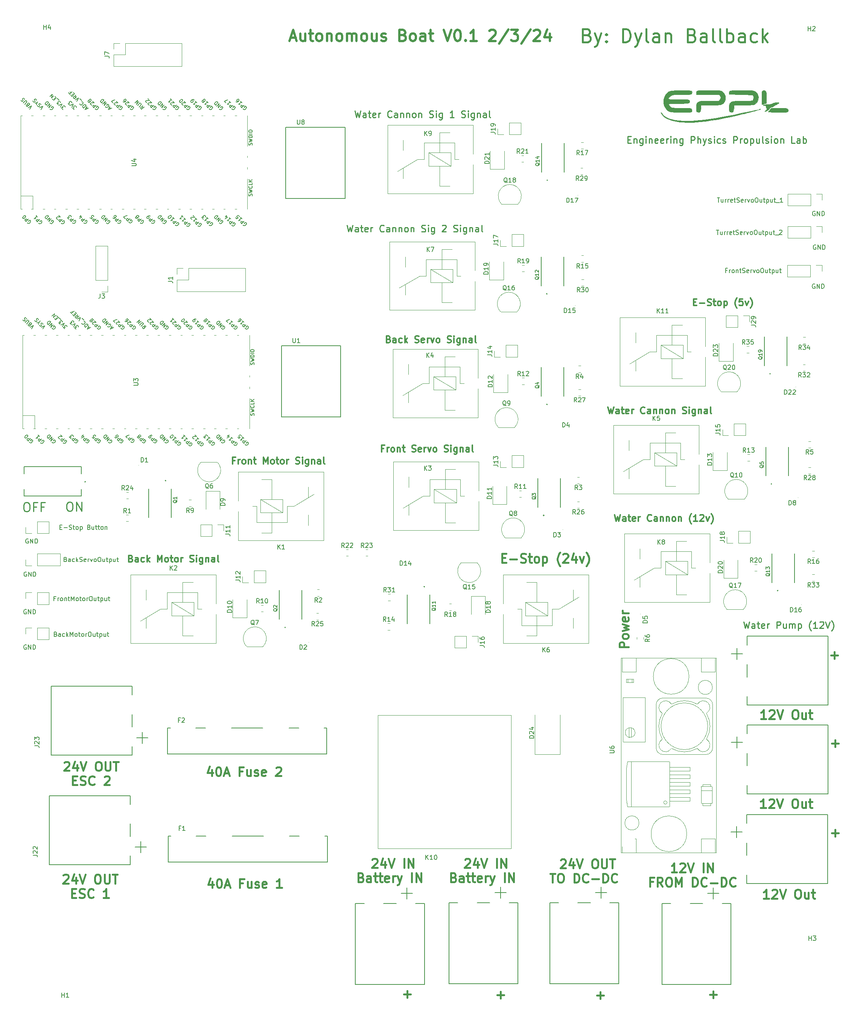
<source format=gbr>
%TF.GenerationSoftware,KiCad,Pcbnew,(6.0.5-0)*%
%TF.CreationDate,2024-02-03T23:16:40-05:00*%
%TF.ProjectId,RoboBoat PCB,526f626f-426f-4617-9420-5043422e6b69,rev?*%
%TF.SameCoordinates,Original*%
%TF.FileFunction,Legend,Top*%
%TF.FilePolarity,Positive*%
%FSLAX46Y46*%
G04 Gerber Fmt 4.6, Leading zero omitted, Abs format (unit mm)*
G04 Created by KiCad (PCBNEW (6.0.5-0)) date 2024-02-03 23:16:40*
%MOMM*%
%LPD*%
G01*
G04 APERTURE LIST*
%ADD10C,0.150000*%
%ADD11C,0.400000*%
%ADD12C,0.250000*%
%ADD13C,0.375000*%
%ADD14C,0.500000*%
%ADD15C,0.010000*%
%ADD16C,0.120000*%
%ADD17C,0.127000*%
%ADD18C,0.200000*%
%ADD19C,0.100000*%
G04 APERTURE END LIST*
D10*
X217238095Y-78250000D02*
X217142857Y-78202380D01*
X217000000Y-78202380D01*
X216857142Y-78250000D01*
X216761904Y-78345238D01*
X216714285Y-78440476D01*
X216666666Y-78630952D01*
X216666666Y-78773809D01*
X216714285Y-78964285D01*
X216761904Y-79059523D01*
X216857142Y-79154761D01*
X217000000Y-79202380D01*
X217095238Y-79202380D01*
X217238095Y-79154761D01*
X217285714Y-79107142D01*
X217285714Y-78773809D01*
X217095238Y-78773809D01*
X217714285Y-79202380D02*
X217714285Y-78202380D01*
X218285714Y-79202380D01*
X218285714Y-78202380D01*
X218761904Y-79202380D02*
X218761904Y-78202380D01*
X219000000Y-78202380D01*
X219142857Y-78250000D01*
X219238095Y-78345238D01*
X219285714Y-78440476D01*
X219333333Y-78630952D01*
X219333333Y-78773809D01*
X219285714Y-78964285D01*
X219238095Y-79059523D01*
X219142857Y-79154761D01*
X219000000Y-79202380D01*
X218761904Y-79202380D01*
D11*
X124588095Y-246642857D02*
X126111904Y-246642857D01*
X125350000Y-247404761D02*
X125350000Y-245880952D01*
X206026190Y-204754761D02*
X204883333Y-204754761D01*
X205454761Y-204754761D02*
X205454761Y-202754761D01*
X205264285Y-203040476D01*
X205073809Y-203230952D01*
X204883333Y-203326190D01*
X206788095Y-202945238D02*
X206883333Y-202850000D01*
X207073809Y-202754761D01*
X207550000Y-202754761D01*
X207740476Y-202850000D01*
X207835714Y-202945238D01*
X207930952Y-203135714D01*
X207930952Y-203326190D01*
X207835714Y-203611904D01*
X206692857Y-204754761D01*
X207930952Y-204754761D01*
X208502380Y-202754761D02*
X209169047Y-204754761D01*
X209835714Y-202754761D01*
X212407142Y-202754761D02*
X212788095Y-202754761D01*
X212978571Y-202850000D01*
X213169047Y-203040476D01*
X213264285Y-203421428D01*
X213264285Y-204088095D01*
X213169047Y-204469047D01*
X212978571Y-204659523D01*
X212788095Y-204754761D01*
X212407142Y-204754761D01*
X212216666Y-204659523D01*
X212026190Y-204469047D01*
X211930952Y-204088095D01*
X211930952Y-203421428D01*
X212026190Y-203040476D01*
X212216666Y-202850000D01*
X212407142Y-202754761D01*
X214978571Y-203421428D02*
X214978571Y-204754761D01*
X214121428Y-203421428D02*
X214121428Y-204469047D01*
X214216666Y-204659523D01*
X214407142Y-204754761D01*
X214692857Y-204754761D01*
X214883333Y-204659523D01*
X214978571Y-204564285D01*
X215645238Y-203421428D02*
X216407142Y-203421428D01*
X215930952Y-202754761D02*
X215930952Y-204469047D01*
X216026190Y-204659523D01*
X216216666Y-204754761D01*
X216407142Y-204754761D01*
D12*
X39545238Y-136104761D02*
X39926190Y-136104761D01*
X40116666Y-136200000D01*
X40307142Y-136390476D01*
X40402380Y-136771428D01*
X40402380Y-137438095D01*
X40307142Y-137819047D01*
X40116666Y-138009523D01*
X39926190Y-138104761D01*
X39545238Y-138104761D01*
X39354761Y-138009523D01*
X39164285Y-137819047D01*
X39069047Y-137438095D01*
X39069047Y-136771428D01*
X39164285Y-136390476D01*
X39354761Y-136200000D01*
X39545238Y-136104761D01*
X41926190Y-137057142D02*
X41259523Y-137057142D01*
X41259523Y-138104761D02*
X41259523Y-136104761D01*
X42211904Y-136104761D01*
X43640476Y-137057142D02*
X42973809Y-137057142D01*
X42973809Y-138104761D02*
X42973809Y-136104761D01*
X43926190Y-136104761D01*
X111800000Y-73728571D02*
X112157142Y-75228571D01*
X112442857Y-74157142D01*
X112728571Y-75228571D01*
X113085714Y-73728571D01*
X114300000Y-75228571D02*
X114300000Y-74442857D01*
X114228571Y-74300000D01*
X114085714Y-74228571D01*
X113800000Y-74228571D01*
X113657142Y-74300000D01*
X114300000Y-75157142D02*
X114157142Y-75228571D01*
X113800000Y-75228571D01*
X113657142Y-75157142D01*
X113585714Y-75014285D01*
X113585714Y-74871428D01*
X113657142Y-74728571D01*
X113800000Y-74657142D01*
X114157142Y-74657142D01*
X114300000Y-74585714D01*
X114800000Y-74228571D02*
X115371428Y-74228571D01*
X115014285Y-73728571D02*
X115014285Y-75014285D01*
X115085714Y-75157142D01*
X115228571Y-75228571D01*
X115371428Y-75228571D01*
X116442857Y-75157142D02*
X116300000Y-75228571D01*
X116014285Y-75228571D01*
X115871428Y-75157142D01*
X115800000Y-75014285D01*
X115800000Y-74442857D01*
X115871428Y-74300000D01*
X116014285Y-74228571D01*
X116300000Y-74228571D01*
X116442857Y-74300000D01*
X116514285Y-74442857D01*
X116514285Y-74585714D01*
X115800000Y-74728571D01*
X117157142Y-75228571D02*
X117157142Y-74228571D01*
X117157142Y-74514285D02*
X117228571Y-74371428D01*
X117300000Y-74300000D01*
X117442857Y-74228571D01*
X117585714Y-74228571D01*
X120085714Y-75085714D02*
X120014285Y-75157142D01*
X119800000Y-75228571D01*
X119657142Y-75228571D01*
X119442857Y-75157142D01*
X119300000Y-75014285D01*
X119228571Y-74871428D01*
X119157142Y-74585714D01*
X119157142Y-74371428D01*
X119228571Y-74085714D01*
X119300000Y-73942857D01*
X119442857Y-73800000D01*
X119657142Y-73728571D01*
X119800000Y-73728571D01*
X120014285Y-73800000D01*
X120085714Y-73871428D01*
X121371428Y-75228571D02*
X121371428Y-74442857D01*
X121300000Y-74300000D01*
X121157142Y-74228571D01*
X120871428Y-74228571D01*
X120728571Y-74300000D01*
X121371428Y-75157142D02*
X121228571Y-75228571D01*
X120871428Y-75228571D01*
X120728571Y-75157142D01*
X120657142Y-75014285D01*
X120657142Y-74871428D01*
X120728571Y-74728571D01*
X120871428Y-74657142D01*
X121228571Y-74657142D01*
X121371428Y-74585714D01*
X122085714Y-74228571D02*
X122085714Y-75228571D01*
X122085714Y-74371428D02*
X122157142Y-74300000D01*
X122300000Y-74228571D01*
X122514285Y-74228571D01*
X122657142Y-74300000D01*
X122728571Y-74442857D01*
X122728571Y-75228571D01*
X123442857Y-74228571D02*
X123442857Y-75228571D01*
X123442857Y-74371428D02*
X123514285Y-74300000D01*
X123657142Y-74228571D01*
X123871428Y-74228571D01*
X124014285Y-74300000D01*
X124085714Y-74442857D01*
X124085714Y-75228571D01*
X125014285Y-75228571D02*
X124871428Y-75157142D01*
X124800000Y-75085714D01*
X124728571Y-74942857D01*
X124728571Y-74514285D01*
X124800000Y-74371428D01*
X124871428Y-74300000D01*
X125014285Y-74228571D01*
X125228571Y-74228571D01*
X125371428Y-74300000D01*
X125442857Y-74371428D01*
X125514285Y-74514285D01*
X125514285Y-74942857D01*
X125442857Y-75085714D01*
X125371428Y-75157142D01*
X125228571Y-75228571D01*
X125014285Y-75228571D01*
X126157142Y-74228571D02*
X126157142Y-75228571D01*
X126157142Y-74371428D02*
X126228571Y-74300000D01*
X126371428Y-74228571D01*
X126585714Y-74228571D01*
X126728571Y-74300000D01*
X126800000Y-74442857D01*
X126800000Y-75228571D01*
X128585714Y-75157142D02*
X128800000Y-75228571D01*
X129157142Y-75228571D01*
X129300000Y-75157142D01*
X129371428Y-75085714D01*
X129442857Y-74942857D01*
X129442857Y-74800000D01*
X129371428Y-74657142D01*
X129300000Y-74585714D01*
X129157142Y-74514285D01*
X128871428Y-74442857D01*
X128728571Y-74371428D01*
X128657142Y-74300000D01*
X128585714Y-74157142D01*
X128585714Y-74014285D01*
X128657142Y-73871428D01*
X128728571Y-73800000D01*
X128871428Y-73728571D01*
X129228571Y-73728571D01*
X129442857Y-73800000D01*
X130085714Y-75228571D02*
X130085714Y-74228571D01*
X130085714Y-73728571D02*
X130014285Y-73800000D01*
X130085714Y-73871428D01*
X130157142Y-73800000D01*
X130085714Y-73728571D01*
X130085714Y-73871428D01*
X131442857Y-74228571D02*
X131442857Y-75442857D01*
X131371428Y-75585714D01*
X131300000Y-75657142D01*
X131157142Y-75728571D01*
X130942857Y-75728571D01*
X130800000Y-75657142D01*
X131442857Y-75157142D02*
X131300000Y-75228571D01*
X131014285Y-75228571D01*
X130871428Y-75157142D01*
X130800000Y-75085714D01*
X130728571Y-74942857D01*
X130728571Y-74514285D01*
X130800000Y-74371428D01*
X130871428Y-74300000D01*
X131014285Y-74228571D01*
X131300000Y-74228571D01*
X131442857Y-74300000D01*
X133228571Y-73871428D02*
X133300000Y-73800000D01*
X133442857Y-73728571D01*
X133800000Y-73728571D01*
X133942857Y-73800000D01*
X134014285Y-73871428D01*
X134085714Y-74014285D01*
X134085714Y-74157142D01*
X134014285Y-74371428D01*
X133157142Y-75228571D01*
X134085714Y-75228571D01*
X135800000Y-75157142D02*
X136014285Y-75228571D01*
X136371428Y-75228571D01*
X136514285Y-75157142D01*
X136585714Y-75085714D01*
X136657142Y-74942857D01*
X136657142Y-74800000D01*
X136585714Y-74657142D01*
X136514285Y-74585714D01*
X136371428Y-74514285D01*
X136085714Y-74442857D01*
X135942857Y-74371428D01*
X135871428Y-74300000D01*
X135800000Y-74157142D01*
X135800000Y-74014285D01*
X135871428Y-73871428D01*
X135942857Y-73800000D01*
X136085714Y-73728571D01*
X136442857Y-73728571D01*
X136657142Y-73800000D01*
X137300000Y-75228571D02*
X137300000Y-74228571D01*
X137300000Y-73728571D02*
X137228571Y-73800000D01*
X137300000Y-73871428D01*
X137371428Y-73800000D01*
X137300000Y-73728571D01*
X137300000Y-73871428D01*
X138657142Y-74228571D02*
X138657142Y-75442857D01*
X138585714Y-75585714D01*
X138514285Y-75657142D01*
X138371428Y-75728571D01*
X138157142Y-75728571D01*
X138014285Y-75657142D01*
X138657142Y-75157142D02*
X138514285Y-75228571D01*
X138228571Y-75228571D01*
X138085714Y-75157142D01*
X138014285Y-75085714D01*
X137942857Y-74942857D01*
X137942857Y-74514285D01*
X138014285Y-74371428D01*
X138085714Y-74300000D01*
X138228571Y-74228571D01*
X138514285Y-74228571D01*
X138657142Y-74300000D01*
X139371428Y-74228571D02*
X139371428Y-75228571D01*
X139371428Y-74371428D02*
X139442857Y-74300000D01*
X139585714Y-74228571D01*
X139800000Y-74228571D01*
X139942857Y-74300000D01*
X140014285Y-74442857D01*
X140014285Y-75228571D01*
X141371428Y-75228571D02*
X141371428Y-74442857D01*
X141300000Y-74300000D01*
X141157142Y-74228571D01*
X140871428Y-74228571D01*
X140728571Y-74300000D01*
X141371428Y-75157142D02*
X141228571Y-75228571D01*
X140871428Y-75228571D01*
X140728571Y-75157142D01*
X140657142Y-75014285D01*
X140657142Y-74871428D01*
X140728571Y-74728571D01*
X140871428Y-74657142D01*
X141228571Y-74657142D01*
X141371428Y-74585714D01*
X142300000Y-75228571D02*
X142157142Y-75157142D01*
X142085714Y-75014285D01*
X142085714Y-73728571D01*
D11*
X145588095Y-246792857D02*
X147111904Y-246792857D01*
X146350000Y-247554761D02*
X146350000Y-246030952D01*
X206676190Y-225104761D02*
X205533333Y-225104761D01*
X206104761Y-225104761D02*
X206104761Y-223104761D01*
X205914285Y-223390476D01*
X205723809Y-223580952D01*
X205533333Y-223676190D01*
X207438095Y-223295238D02*
X207533333Y-223200000D01*
X207723809Y-223104761D01*
X208200000Y-223104761D01*
X208390476Y-223200000D01*
X208485714Y-223295238D01*
X208580952Y-223485714D01*
X208580952Y-223676190D01*
X208485714Y-223961904D01*
X207342857Y-225104761D01*
X208580952Y-225104761D01*
X209152380Y-223104761D02*
X209819047Y-225104761D01*
X210485714Y-223104761D01*
X213057142Y-223104761D02*
X213438095Y-223104761D01*
X213628571Y-223200000D01*
X213819047Y-223390476D01*
X213914285Y-223771428D01*
X213914285Y-224438095D01*
X213819047Y-224819047D01*
X213628571Y-225009523D01*
X213438095Y-225104761D01*
X213057142Y-225104761D01*
X212866666Y-225009523D01*
X212676190Y-224819047D01*
X212580952Y-224438095D01*
X212580952Y-223771428D01*
X212676190Y-223390476D01*
X212866666Y-223200000D01*
X213057142Y-223104761D01*
X215628571Y-223771428D02*
X215628571Y-225104761D01*
X214771428Y-223771428D02*
X214771428Y-224819047D01*
X214866666Y-225009523D01*
X215057142Y-225104761D01*
X215342857Y-225104761D01*
X215533333Y-225009523D01*
X215628571Y-224914285D01*
X216295238Y-223771428D02*
X217057142Y-223771428D01*
X216580952Y-223104761D02*
X216580952Y-224819047D01*
X216676190Y-225009523D01*
X216866666Y-225104761D01*
X217057142Y-225104761D01*
D10*
X217088095Y-70650000D02*
X216992857Y-70602380D01*
X216850000Y-70602380D01*
X216707142Y-70650000D01*
X216611904Y-70745238D01*
X216564285Y-70840476D01*
X216516666Y-71030952D01*
X216516666Y-71173809D01*
X216564285Y-71364285D01*
X216611904Y-71459523D01*
X216707142Y-71554761D01*
X216850000Y-71602380D01*
X216945238Y-71602380D01*
X217088095Y-71554761D01*
X217135714Y-71507142D01*
X217135714Y-71173809D01*
X216945238Y-71173809D01*
X217564285Y-71602380D02*
X217564285Y-70602380D01*
X218135714Y-71602380D01*
X218135714Y-70602380D01*
X218611904Y-71602380D02*
X218611904Y-70602380D01*
X218850000Y-70602380D01*
X218992857Y-70650000D01*
X219088095Y-70745238D01*
X219135714Y-70840476D01*
X219183333Y-71030952D01*
X219183333Y-71173809D01*
X219135714Y-71364285D01*
X219088095Y-71459523D01*
X218992857Y-71554761D01*
X218850000Y-71602380D01*
X218611904Y-71602380D01*
D13*
X189742857Y-91042857D02*
X190242857Y-91042857D01*
X190457142Y-91828571D02*
X189742857Y-91828571D01*
X189742857Y-90328571D01*
X190457142Y-90328571D01*
X191100000Y-91257142D02*
X192242857Y-91257142D01*
X192885714Y-91757142D02*
X193100000Y-91828571D01*
X193457142Y-91828571D01*
X193600000Y-91757142D01*
X193671428Y-91685714D01*
X193742857Y-91542857D01*
X193742857Y-91400000D01*
X193671428Y-91257142D01*
X193600000Y-91185714D01*
X193457142Y-91114285D01*
X193171428Y-91042857D01*
X193028571Y-90971428D01*
X192957142Y-90900000D01*
X192885714Y-90757142D01*
X192885714Y-90614285D01*
X192957142Y-90471428D01*
X193028571Y-90400000D01*
X193171428Y-90328571D01*
X193528571Y-90328571D01*
X193742857Y-90400000D01*
X194171428Y-90828571D02*
X194742857Y-90828571D01*
X194385714Y-90328571D02*
X194385714Y-91614285D01*
X194457142Y-91757142D01*
X194600000Y-91828571D01*
X194742857Y-91828571D01*
X195457142Y-91828571D02*
X195314285Y-91757142D01*
X195242857Y-91685714D01*
X195171428Y-91542857D01*
X195171428Y-91114285D01*
X195242857Y-90971428D01*
X195314285Y-90900000D01*
X195457142Y-90828571D01*
X195671428Y-90828571D01*
X195814285Y-90900000D01*
X195885714Y-90971428D01*
X195957142Y-91114285D01*
X195957142Y-91542857D01*
X195885714Y-91685714D01*
X195814285Y-91757142D01*
X195671428Y-91828571D01*
X195457142Y-91828571D01*
X196600000Y-90828571D02*
X196600000Y-92328571D01*
X196600000Y-90900000D02*
X196742857Y-90828571D01*
X197028571Y-90828571D01*
X197171428Y-90900000D01*
X197242857Y-90971428D01*
X197314285Y-91114285D01*
X197314285Y-91542857D01*
X197242857Y-91685714D01*
X197171428Y-91757142D01*
X197028571Y-91828571D01*
X196742857Y-91828571D01*
X196600000Y-91757142D01*
X199528571Y-92400000D02*
X199457142Y-92328571D01*
X199314285Y-92114285D01*
X199242857Y-91971428D01*
X199171428Y-91757142D01*
X199100000Y-91400000D01*
X199100000Y-91114285D01*
X199171428Y-90757142D01*
X199242857Y-90542857D01*
X199314285Y-90400000D01*
X199457142Y-90185714D01*
X199528571Y-90114285D01*
X200814285Y-90328571D02*
X200100000Y-90328571D01*
X200028571Y-91042857D01*
X200100000Y-90971428D01*
X200242857Y-90900000D01*
X200600000Y-90900000D01*
X200742857Y-90971428D01*
X200814285Y-91042857D01*
X200885714Y-91185714D01*
X200885714Y-91542857D01*
X200814285Y-91685714D01*
X200742857Y-91757142D01*
X200600000Y-91828571D01*
X200242857Y-91828571D01*
X200100000Y-91757142D01*
X200028571Y-91685714D01*
X201385714Y-90828571D02*
X201742857Y-91828571D01*
X202100000Y-90828571D01*
X202528571Y-92400000D02*
X202600000Y-92328571D01*
X202742857Y-92114285D01*
X202814285Y-91971428D01*
X202885714Y-91757142D01*
X202957142Y-91400000D01*
X202957142Y-91114285D01*
X202885714Y-90757142D01*
X202814285Y-90542857D01*
X202742857Y-90400000D01*
X202600000Y-90185714D01*
X202528571Y-90114285D01*
D11*
X81516666Y-221371428D02*
X81516666Y-222704761D01*
X81040476Y-220609523D02*
X80564285Y-222038095D01*
X81802380Y-222038095D01*
X82945238Y-220704761D02*
X83135714Y-220704761D01*
X83326190Y-220800000D01*
X83421428Y-220895238D01*
X83516666Y-221085714D01*
X83611904Y-221466666D01*
X83611904Y-221942857D01*
X83516666Y-222323809D01*
X83421428Y-222514285D01*
X83326190Y-222609523D01*
X83135714Y-222704761D01*
X82945238Y-222704761D01*
X82754761Y-222609523D01*
X82659523Y-222514285D01*
X82564285Y-222323809D01*
X82469047Y-221942857D01*
X82469047Y-221466666D01*
X82564285Y-221085714D01*
X82659523Y-220895238D01*
X82754761Y-220800000D01*
X82945238Y-220704761D01*
X84373809Y-222133333D02*
X85326190Y-222133333D01*
X84183333Y-222704761D02*
X84850000Y-220704761D01*
X85516666Y-222704761D01*
X88373809Y-221657142D02*
X87707142Y-221657142D01*
X87707142Y-222704761D02*
X87707142Y-220704761D01*
X88659523Y-220704761D01*
X90278571Y-221371428D02*
X90278571Y-222704761D01*
X89421428Y-221371428D02*
X89421428Y-222419047D01*
X89516666Y-222609523D01*
X89707142Y-222704761D01*
X89992857Y-222704761D01*
X90183333Y-222609523D01*
X90278571Y-222514285D01*
X91135714Y-222609523D02*
X91326190Y-222704761D01*
X91707142Y-222704761D01*
X91897619Y-222609523D01*
X91992857Y-222419047D01*
X91992857Y-222323809D01*
X91897619Y-222133333D01*
X91707142Y-222038095D01*
X91421428Y-222038095D01*
X91230952Y-221942857D01*
X91135714Y-221752380D01*
X91135714Y-221657142D01*
X91230952Y-221466666D01*
X91421428Y-221371428D01*
X91707142Y-221371428D01*
X91897619Y-221466666D01*
X93611904Y-222609523D02*
X93421428Y-222704761D01*
X93040476Y-222704761D01*
X92850000Y-222609523D01*
X92754761Y-222419047D01*
X92754761Y-221657142D01*
X92850000Y-221466666D01*
X93040476Y-221371428D01*
X93421428Y-221371428D01*
X93611904Y-221466666D01*
X93707142Y-221657142D01*
X93707142Y-221847619D01*
X92754761Y-222038095D01*
X97135714Y-222704761D02*
X95992857Y-222704761D01*
X96564285Y-222704761D02*
X96564285Y-220704761D01*
X96373809Y-220990476D01*
X96183333Y-221180952D01*
X95992857Y-221276190D01*
D13*
X86564285Y-126642857D02*
X86064285Y-126642857D01*
X86064285Y-127428571D02*
X86064285Y-125928571D01*
X86778571Y-125928571D01*
X87350000Y-127428571D02*
X87350000Y-126428571D01*
X87350000Y-126714285D02*
X87421428Y-126571428D01*
X87492857Y-126500000D01*
X87635714Y-126428571D01*
X87778571Y-126428571D01*
X88492857Y-127428571D02*
X88350000Y-127357142D01*
X88278571Y-127285714D01*
X88207142Y-127142857D01*
X88207142Y-126714285D01*
X88278571Y-126571428D01*
X88350000Y-126500000D01*
X88492857Y-126428571D01*
X88707142Y-126428571D01*
X88850000Y-126500000D01*
X88921428Y-126571428D01*
X88992857Y-126714285D01*
X88992857Y-127142857D01*
X88921428Y-127285714D01*
X88850000Y-127357142D01*
X88707142Y-127428571D01*
X88492857Y-127428571D01*
X89635714Y-126428571D02*
X89635714Y-127428571D01*
X89635714Y-126571428D02*
X89707142Y-126500000D01*
X89850000Y-126428571D01*
X90064285Y-126428571D01*
X90207142Y-126500000D01*
X90278571Y-126642857D01*
X90278571Y-127428571D01*
X90778571Y-126428571D02*
X91350000Y-126428571D01*
X90992857Y-125928571D02*
X90992857Y-127214285D01*
X91064285Y-127357142D01*
X91207142Y-127428571D01*
X91350000Y-127428571D01*
X92992857Y-127428571D02*
X92992857Y-125928571D01*
X93492857Y-127000000D01*
X93992857Y-125928571D01*
X93992857Y-127428571D01*
X94921428Y-127428571D02*
X94778571Y-127357142D01*
X94707142Y-127285714D01*
X94635714Y-127142857D01*
X94635714Y-126714285D01*
X94707142Y-126571428D01*
X94778571Y-126500000D01*
X94921428Y-126428571D01*
X95135714Y-126428571D01*
X95278571Y-126500000D01*
X95350000Y-126571428D01*
X95421428Y-126714285D01*
X95421428Y-127142857D01*
X95350000Y-127285714D01*
X95278571Y-127357142D01*
X95135714Y-127428571D01*
X94921428Y-127428571D01*
X95850000Y-126428571D02*
X96421428Y-126428571D01*
X96064285Y-125928571D02*
X96064285Y-127214285D01*
X96135714Y-127357142D01*
X96278571Y-127428571D01*
X96421428Y-127428571D01*
X97135714Y-127428571D02*
X96992857Y-127357142D01*
X96921428Y-127285714D01*
X96850000Y-127142857D01*
X96850000Y-126714285D01*
X96921428Y-126571428D01*
X96992857Y-126500000D01*
X97135714Y-126428571D01*
X97350000Y-126428571D01*
X97492857Y-126500000D01*
X97564285Y-126571428D01*
X97635714Y-126714285D01*
X97635714Y-127142857D01*
X97564285Y-127285714D01*
X97492857Y-127357142D01*
X97350000Y-127428571D01*
X97135714Y-127428571D01*
X98278571Y-127428571D02*
X98278571Y-126428571D01*
X98278571Y-126714285D02*
X98350000Y-126571428D01*
X98421428Y-126500000D01*
X98564285Y-126428571D01*
X98707142Y-126428571D01*
X100278571Y-127357142D02*
X100492857Y-127428571D01*
X100850000Y-127428571D01*
X100992857Y-127357142D01*
X101064285Y-127285714D01*
X101135714Y-127142857D01*
X101135714Y-127000000D01*
X101064285Y-126857142D01*
X100992857Y-126785714D01*
X100850000Y-126714285D01*
X100564285Y-126642857D01*
X100421428Y-126571428D01*
X100350000Y-126500000D01*
X100278571Y-126357142D01*
X100278571Y-126214285D01*
X100350000Y-126071428D01*
X100421428Y-126000000D01*
X100564285Y-125928571D01*
X100921428Y-125928571D01*
X101135714Y-126000000D01*
X101778571Y-127428571D02*
X101778571Y-126428571D01*
X101778571Y-125928571D02*
X101707142Y-126000000D01*
X101778571Y-126071428D01*
X101850000Y-126000000D01*
X101778571Y-125928571D01*
X101778571Y-126071428D01*
X103135714Y-126428571D02*
X103135714Y-127642857D01*
X103064285Y-127785714D01*
X102992857Y-127857142D01*
X102850000Y-127928571D01*
X102635714Y-127928571D01*
X102492857Y-127857142D01*
X103135714Y-127357142D02*
X102992857Y-127428571D01*
X102707142Y-127428571D01*
X102564285Y-127357142D01*
X102492857Y-127285714D01*
X102421428Y-127142857D01*
X102421428Y-126714285D01*
X102492857Y-126571428D01*
X102564285Y-126500000D01*
X102707142Y-126428571D01*
X102992857Y-126428571D01*
X103135714Y-126500000D01*
X103850000Y-126428571D02*
X103850000Y-127428571D01*
X103850000Y-126571428D02*
X103921428Y-126500000D01*
X104064285Y-126428571D01*
X104278571Y-126428571D01*
X104421428Y-126500000D01*
X104492857Y-126642857D01*
X104492857Y-127428571D01*
X105850000Y-127428571D02*
X105850000Y-126642857D01*
X105778571Y-126500000D01*
X105635714Y-126428571D01*
X105350000Y-126428571D01*
X105207142Y-126500000D01*
X105850000Y-127357142D02*
X105707142Y-127428571D01*
X105350000Y-127428571D01*
X105207142Y-127357142D01*
X105135714Y-127214285D01*
X105135714Y-127071428D01*
X105207142Y-126928571D01*
X105350000Y-126857142D01*
X105707142Y-126857142D01*
X105850000Y-126785714D01*
X106778571Y-127428571D02*
X106635714Y-127357142D01*
X106564285Y-127214285D01*
X106564285Y-125928571D01*
D11*
X138345238Y-216385238D02*
X138440476Y-216290000D01*
X138630952Y-216194761D01*
X139107142Y-216194761D01*
X139297619Y-216290000D01*
X139392857Y-216385238D01*
X139488095Y-216575714D01*
X139488095Y-216766190D01*
X139392857Y-217051904D01*
X138250000Y-218194761D01*
X139488095Y-218194761D01*
X141202380Y-216861428D02*
X141202380Y-218194761D01*
X140726190Y-216099523D02*
X140250000Y-217528095D01*
X141488095Y-217528095D01*
X141964285Y-216194761D02*
X142630952Y-218194761D01*
X143297619Y-216194761D01*
X145488095Y-218194761D02*
X145488095Y-216194761D01*
X146440476Y-218194761D02*
X146440476Y-216194761D01*
X147583333Y-218194761D01*
X147583333Y-216194761D01*
X135821428Y-220367142D02*
X136107142Y-220462380D01*
X136202380Y-220557619D01*
X136297619Y-220748095D01*
X136297619Y-221033809D01*
X136202380Y-221224285D01*
X136107142Y-221319523D01*
X135916666Y-221414761D01*
X135154761Y-221414761D01*
X135154761Y-219414761D01*
X135821428Y-219414761D01*
X136011904Y-219510000D01*
X136107142Y-219605238D01*
X136202380Y-219795714D01*
X136202380Y-219986190D01*
X136107142Y-220176666D01*
X136011904Y-220271904D01*
X135821428Y-220367142D01*
X135154761Y-220367142D01*
X138011904Y-221414761D02*
X138011904Y-220367142D01*
X137916666Y-220176666D01*
X137726190Y-220081428D01*
X137345238Y-220081428D01*
X137154761Y-220176666D01*
X138011904Y-221319523D02*
X137821428Y-221414761D01*
X137345238Y-221414761D01*
X137154761Y-221319523D01*
X137059523Y-221129047D01*
X137059523Y-220938571D01*
X137154761Y-220748095D01*
X137345238Y-220652857D01*
X137821428Y-220652857D01*
X138011904Y-220557619D01*
X138678571Y-220081428D02*
X139440476Y-220081428D01*
X138964285Y-219414761D02*
X138964285Y-221129047D01*
X139059523Y-221319523D01*
X139250000Y-221414761D01*
X139440476Y-221414761D01*
X139821428Y-220081428D02*
X140583333Y-220081428D01*
X140107142Y-219414761D02*
X140107142Y-221129047D01*
X140202380Y-221319523D01*
X140392857Y-221414761D01*
X140583333Y-221414761D01*
X142011904Y-221319523D02*
X141821428Y-221414761D01*
X141440476Y-221414761D01*
X141250000Y-221319523D01*
X141154761Y-221129047D01*
X141154761Y-220367142D01*
X141250000Y-220176666D01*
X141440476Y-220081428D01*
X141821428Y-220081428D01*
X142011904Y-220176666D01*
X142107142Y-220367142D01*
X142107142Y-220557619D01*
X141154761Y-220748095D01*
X142964285Y-221414761D02*
X142964285Y-220081428D01*
X142964285Y-220462380D02*
X143059523Y-220271904D01*
X143154761Y-220176666D01*
X143345238Y-220081428D01*
X143535714Y-220081428D01*
X144011904Y-220081428D02*
X144488095Y-221414761D01*
X144964285Y-220081428D02*
X144488095Y-221414761D01*
X144297619Y-221890952D01*
X144202380Y-221986190D01*
X144011904Y-222081428D01*
X147250000Y-221414761D02*
X147250000Y-219414761D01*
X148202380Y-221414761D02*
X148202380Y-219414761D01*
X149345238Y-221414761D01*
X149345238Y-219414761D01*
X48200000Y-194585238D02*
X48295238Y-194490000D01*
X48485714Y-194394761D01*
X48961904Y-194394761D01*
X49152380Y-194490000D01*
X49247619Y-194585238D01*
X49342857Y-194775714D01*
X49342857Y-194966190D01*
X49247619Y-195251904D01*
X48104761Y-196394761D01*
X49342857Y-196394761D01*
X51057142Y-195061428D02*
X51057142Y-196394761D01*
X50580952Y-194299523D02*
X50104761Y-195728095D01*
X51342857Y-195728095D01*
X51819047Y-194394761D02*
X52485714Y-196394761D01*
X53152380Y-194394761D01*
X55723809Y-194394761D02*
X56104761Y-194394761D01*
X56295238Y-194490000D01*
X56485714Y-194680476D01*
X56580952Y-195061428D01*
X56580952Y-195728095D01*
X56485714Y-196109047D01*
X56295238Y-196299523D01*
X56104761Y-196394761D01*
X55723809Y-196394761D01*
X55533333Y-196299523D01*
X55342857Y-196109047D01*
X55247619Y-195728095D01*
X55247619Y-195061428D01*
X55342857Y-194680476D01*
X55533333Y-194490000D01*
X55723809Y-194394761D01*
X57438095Y-194394761D02*
X57438095Y-196013809D01*
X57533333Y-196204285D01*
X57628571Y-196299523D01*
X57819047Y-196394761D01*
X58200000Y-196394761D01*
X58390476Y-196299523D01*
X58485714Y-196204285D01*
X58580952Y-196013809D01*
X58580952Y-194394761D01*
X59247619Y-194394761D02*
X60390476Y-194394761D01*
X59819047Y-196394761D02*
X59819047Y-194394761D01*
X50104761Y-198567142D02*
X50771428Y-198567142D01*
X51057142Y-199614761D02*
X50104761Y-199614761D01*
X50104761Y-197614761D01*
X51057142Y-197614761D01*
X51819047Y-199519523D02*
X52104761Y-199614761D01*
X52580952Y-199614761D01*
X52771428Y-199519523D01*
X52866666Y-199424285D01*
X52961904Y-199233809D01*
X52961904Y-199043333D01*
X52866666Y-198852857D01*
X52771428Y-198757619D01*
X52580952Y-198662380D01*
X52200000Y-198567142D01*
X52009523Y-198471904D01*
X51914285Y-198376666D01*
X51819047Y-198186190D01*
X51819047Y-197995714D01*
X51914285Y-197805238D01*
X52009523Y-197710000D01*
X52200000Y-197614761D01*
X52676190Y-197614761D01*
X52961904Y-197710000D01*
X54961904Y-199424285D02*
X54866666Y-199519523D01*
X54580952Y-199614761D01*
X54390476Y-199614761D01*
X54104761Y-199519523D01*
X53914285Y-199329047D01*
X53819047Y-199138571D01*
X53723809Y-198757619D01*
X53723809Y-198471904D01*
X53819047Y-198090952D01*
X53914285Y-197900476D01*
X54104761Y-197710000D01*
X54390476Y-197614761D01*
X54580952Y-197614761D01*
X54866666Y-197710000D01*
X54961904Y-197805238D01*
X57247619Y-197805238D02*
X57342857Y-197710000D01*
X57533333Y-197614761D01*
X58009523Y-197614761D01*
X58200000Y-197710000D01*
X58295238Y-197805238D01*
X58390476Y-197995714D01*
X58390476Y-198186190D01*
X58295238Y-198471904D01*
X57152380Y-199614761D01*
X58390476Y-199614761D01*
D10*
X47190476Y-141628571D02*
X47523809Y-141628571D01*
X47666666Y-142152380D02*
X47190476Y-142152380D01*
X47190476Y-141152380D01*
X47666666Y-141152380D01*
X48095238Y-141771428D02*
X48857142Y-141771428D01*
X49285714Y-142104761D02*
X49428571Y-142152380D01*
X49666666Y-142152380D01*
X49761904Y-142104761D01*
X49809523Y-142057142D01*
X49857142Y-141961904D01*
X49857142Y-141866666D01*
X49809523Y-141771428D01*
X49761904Y-141723809D01*
X49666666Y-141676190D01*
X49476190Y-141628571D01*
X49380952Y-141580952D01*
X49333333Y-141533333D01*
X49285714Y-141438095D01*
X49285714Y-141342857D01*
X49333333Y-141247619D01*
X49380952Y-141200000D01*
X49476190Y-141152380D01*
X49714285Y-141152380D01*
X49857142Y-141200000D01*
X50142857Y-141485714D02*
X50523809Y-141485714D01*
X50285714Y-141152380D02*
X50285714Y-142009523D01*
X50333333Y-142104761D01*
X50428571Y-142152380D01*
X50523809Y-142152380D01*
X51000000Y-142152380D02*
X50904761Y-142104761D01*
X50857142Y-142057142D01*
X50809523Y-141961904D01*
X50809523Y-141676190D01*
X50857142Y-141580952D01*
X50904761Y-141533333D01*
X51000000Y-141485714D01*
X51142857Y-141485714D01*
X51238095Y-141533333D01*
X51285714Y-141580952D01*
X51333333Y-141676190D01*
X51333333Y-141961904D01*
X51285714Y-142057142D01*
X51238095Y-142104761D01*
X51142857Y-142152380D01*
X51000000Y-142152380D01*
X51761904Y-141485714D02*
X51761904Y-142485714D01*
X51761904Y-141533333D02*
X51857142Y-141485714D01*
X52047619Y-141485714D01*
X52142857Y-141533333D01*
X52190476Y-141580952D01*
X52238095Y-141676190D01*
X52238095Y-141961904D01*
X52190476Y-142057142D01*
X52142857Y-142104761D01*
X52047619Y-142152380D01*
X51857142Y-142152380D01*
X51761904Y-142104761D01*
X53761904Y-141628571D02*
X53904761Y-141676190D01*
X53952380Y-141723809D01*
X54000000Y-141819047D01*
X54000000Y-141961904D01*
X53952380Y-142057142D01*
X53904761Y-142104761D01*
X53809523Y-142152380D01*
X53428571Y-142152380D01*
X53428571Y-141152380D01*
X53761904Y-141152380D01*
X53857142Y-141200000D01*
X53904761Y-141247619D01*
X53952380Y-141342857D01*
X53952380Y-141438095D01*
X53904761Y-141533333D01*
X53857142Y-141580952D01*
X53761904Y-141628571D01*
X53428571Y-141628571D01*
X54857142Y-141485714D02*
X54857142Y-142152380D01*
X54428571Y-141485714D02*
X54428571Y-142009523D01*
X54476190Y-142104761D01*
X54571428Y-142152380D01*
X54714285Y-142152380D01*
X54809523Y-142104761D01*
X54857142Y-142057142D01*
X55190476Y-141485714D02*
X55571428Y-141485714D01*
X55333333Y-141152380D02*
X55333333Y-142009523D01*
X55380952Y-142104761D01*
X55476190Y-142152380D01*
X55571428Y-142152380D01*
X55761904Y-141485714D02*
X56142857Y-141485714D01*
X55904761Y-141152380D02*
X55904761Y-142009523D01*
X55952380Y-142104761D01*
X56047619Y-142152380D01*
X56142857Y-142152380D01*
X56619047Y-142152380D02*
X56523809Y-142104761D01*
X56476190Y-142057142D01*
X56428571Y-141961904D01*
X56428571Y-141676190D01*
X56476190Y-141580952D01*
X56523809Y-141533333D01*
X56619047Y-141485714D01*
X56761904Y-141485714D01*
X56857142Y-141533333D01*
X56904761Y-141580952D01*
X56952380Y-141676190D01*
X56952380Y-141961904D01*
X56904761Y-142057142D01*
X56857142Y-142104761D01*
X56761904Y-142152380D01*
X56619047Y-142152380D01*
X57380952Y-141485714D02*
X57380952Y-142152380D01*
X57380952Y-141580952D02*
X57428571Y-141533333D01*
X57523809Y-141485714D01*
X57666666Y-141485714D01*
X57761904Y-141533333D01*
X57809523Y-141628571D01*
X57809523Y-142152380D01*
X39638095Y-168150000D02*
X39542857Y-168102380D01*
X39400000Y-168102380D01*
X39257142Y-168150000D01*
X39161904Y-168245238D01*
X39114285Y-168340476D01*
X39066666Y-168530952D01*
X39066666Y-168673809D01*
X39114285Y-168864285D01*
X39161904Y-168959523D01*
X39257142Y-169054761D01*
X39400000Y-169102380D01*
X39495238Y-169102380D01*
X39638095Y-169054761D01*
X39685714Y-169007142D01*
X39685714Y-168673809D01*
X39495238Y-168673809D01*
X40114285Y-169102380D02*
X40114285Y-168102380D01*
X40685714Y-169102380D01*
X40685714Y-168102380D01*
X41161904Y-169102380D02*
X41161904Y-168102380D01*
X41400000Y-168102380D01*
X41542857Y-168150000D01*
X41638095Y-168245238D01*
X41685714Y-168340476D01*
X41733333Y-168530952D01*
X41733333Y-168673809D01*
X41685714Y-168864285D01*
X41638095Y-168959523D01*
X41542857Y-169054761D01*
X41400000Y-169102380D01*
X41161904Y-169102380D01*
D13*
X63178571Y-148692857D02*
X63392857Y-148764285D01*
X63464285Y-148835714D01*
X63535714Y-148978571D01*
X63535714Y-149192857D01*
X63464285Y-149335714D01*
X63392857Y-149407142D01*
X63249999Y-149478571D01*
X62678571Y-149478571D01*
X62678571Y-147978571D01*
X63178571Y-147978571D01*
X63321428Y-148050000D01*
X63392857Y-148121428D01*
X63464285Y-148264285D01*
X63464285Y-148407142D01*
X63392857Y-148550000D01*
X63321428Y-148621428D01*
X63178571Y-148692857D01*
X62678571Y-148692857D01*
X64821428Y-149478571D02*
X64821428Y-148692857D01*
X64749999Y-148550000D01*
X64607142Y-148478571D01*
X64321428Y-148478571D01*
X64178571Y-148550000D01*
X64821428Y-149407142D02*
X64678571Y-149478571D01*
X64321428Y-149478571D01*
X64178571Y-149407142D01*
X64107142Y-149264285D01*
X64107142Y-149121428D01*
X64178571Y-148978571D01*
X64321428Y-148907142D01*
X64678571Y-148907142D01*
X64821428Y-148835714D01*
X66178571Y-149407142D02*
X66035714Y-149478571D01*
X65749999Y-149478571D01*
X65607142Y-149407142D01*
X65535714Y-149335714D01*
X65464285Y-149192857D01*
X65464285Y-148764285D01*
X65535714Y-148621428D01*
X65607142Y-148550000D01*
X65749999Y-148478571D01*
X66035714Y-148478571D01*
X66178571Y-148550000D01*
X66821428Y-149478571D02*
X66821428Y-147978571D01*
X66964285Y-148907142D02*
X67392857Y-149478571D01*
X67392857Y-148478571D02*
X66821428Y-149050000D01*
X69178571Y-149478571D02*
X69178571Y-147978571D01*
X69678571Y-149050000D01*
X70178571Y-147978571D01*
X70178571Y-149478571D01*
X71107142Y-149478571D02*
X70964285Y-149407142D01*
X70892857Y-149335714D01*
X70821428Y-149192857D01*
X70821428Y-148764285D01*
X70892857Y-148621428D01*
X70964285Y-148550000D01*
X71107142Y-148478571D01*
X71321428Y-148478571D01*
X71464285Y-148550000D01*
X71535714Y-148621428D01*
X71607142Y-148764285D01*
X71607142Y-149192857D01*
X71535714Y-149335714D01*
X71464285Y-149407142D01*
X71321428Y-149478571D01*
X71107142Y-149478571D01*
X72035714Y-148478571D02*
X72607142Y-148478571D01*
X72250000Y-147978571D02*
X72250000Y-149264285D01*
X72321428Y-149407142D01*
X72464285Y-149478571D01*
X72607142Y-149478571D01*
X73321428Y-149478571D02*
X73178571Y-149407142D01*
X73107142Y-149335714D01*
X73035714Y-149192857D01*
X73035714Y-148764285D01*
X73107142Y-148621428D01*
X73178571Y-148550000D01*
X73321428Y-148478571D01*
X73535714Y-148478571D01*
X73678571Y-148550000D01*
X73750000Y-148621428D01*
X73821428Y-148764285D01*
X73821428Y-149192857D01*
X73750000Y-149335714D01*
X73678571Y-149407142D01*
X73535714Y-149478571D01*
X73321428Y-149478571D01*
X74464285Y-149478571D02*
X74464285Y-148478571D01*
X74464285Y-148764285D02*
X74535714Y-148621428D01*
X74607142Y-148550000D01*
X74750000Y-148478571D01*
X74892857Y-148478571D01*
X76464285Y-149407142D02*
X76678571Y-149478571D01*
X77035714Y-149478571D01*
X77178571Y-149407142D01*
X77250000Y-149335714D01*
X77321428Y-149192857D01*
X77321428Y-149050000D01*
X77250000Y-148907142D01*
X77178571Y-148835714D01*
X77035714Y-148764285D01*
X76750000Y-148692857D01*
X76607142Y-148621428D01*
X76535714Y-148550000D01*
X76464285Y-148407142D01*
X76464285Y-148264285D01*
X76535714Y-148121428D01*
X76607142Y-148050000D01*
X76750000Y-147978571D01*
X77107142Y-147978571D01*
X77321428Y-148050000D01*
X77964285Y-149478571D02*
X77964285Y-148478571D01*
X77964285Y-147978571D02*
X77892857Y-148050000D01*
X77964285Y-148121428D01*
X78035714Y-148050000D01*
X77964285Y-147978571D01*
X77964285Y-148121428D01*
X79321428Y-148478571D02*
X79321428Y-149692857D01*
X79250000Y-149835714D01*
X79178571Y-149907142D01*
X79035714Y-149978571D01*
X78821428Y-149978571D01*
X78678571Y-149907142D01*
X79321428Y-149407142D02*
X79178571Y-149478571D01*
X78892857Y-149478571D01*
X78750000Y-149407142D01*
X78678571Y-149335714D01*
X78607142Y-149192857D01*
X78607142Y-148764285D01*
X78678571Y-148621428D01*
X78750000Y-148550000D01*
X78892857Y-148478571D01*
X79178571Y-148478571D01*
X79321428Y-148550000D01*
X80035714Y-148478571D02*
X80035714Y-149478571D01*
X80035714Y-148621428D02*
X80107142Y-148550000D01*
X80250000Y-148478571D01*
X80464285Y-148478571D01*
X80607142Y-148550000D01*
X80678571Y-148692857D01*
X80678571Y-149478571D01*
X82035714Y-149478571D02*
X82035714Y-148692857D01*
X81964285Y-148550000D01*
X81821428Y-148478571D01*
X81535714Y-148478571D01*
X81392857Y-148550000D01*
X82035714Y-149407142D02*
X81892857Y-149478571D01*
X81535714Y-149478571D01*
X81392857Y-149407142D01*
X81321428Y-149264285D01*
X81321428Y-149121428D01*
X81392857Y-148978571D01*
X81535714Y-148907142D01*
X81892857Y-148907142D01*
X82035714Y-148835714D01*
X82964285Y-149478571D02*
X82821428Y-149407142D01*
X82750000Y-149264285D01*
X82750000Y-147978571D01*
D11*
X81366666Y-196221428D02*
X81366666Y-197554761D01*
X80890476Y-195459523D02*
X80414285Y-196888095D01*
X81652380Y-196888095D01*
X82795238Y-195554761D02*
X82985714Y-195554761D01*
X83176190Y-195650000D01*
X83271428Y-195745238D01*
X83366666Y-195935714D01*
X83461904Y-196316666D01*
X83461904Y-196792857D01*
X83366666Y-197173809D01*
X83271428Y-197364285D01*
X83176190Y-197459523D01*
X82985714Y-197554761D01*
X82795238Y-197554761D01*
X82604761Y-197459523D01*
X82509523Y-197364285D01*
X82414285Y-197173809D01*
X82319047Y-196792857D01*
X82319047Y-196316666D01*
X82414285Y-195935714D01*
X82509523Y-195745238D01*
X82604761Y-195650000D01*
X82795238Y-195554761D01*
X84223809Y-196983333D02*
X85176190Y-196983333D01*
X84033333Y-197554761D02*
X84700000Y-195554761D01*
X85366666Y-197554761D01*
X88223809Y-196507142D02*
X87557142Y-196507142D01*
X87557142Y-197554761D02*
X87557142Y-195554761D01*
X88509523Y-195554761D01*
X90128571Y-196221428D02*
X90128571Y-197554761D01*
X89271428Y-196221428D02*
X89271428Y-197269047D01*
X89366666Y-197459523D01*
X89557142Y-197554761D01*
X89842857Y-197554761D01*
X90033333Y-197459523D01*
X90128571Y-197364285D01*
X90985714Y-197459523D02*
X91176190Y-197554761D01*
X91557142Y-197554761D01*
X91747619Y-197459523D01*
X91842857Y-197269047D01*
X91842857Y-197173809D01*
X91747619Y-196983333D01*
X91557142Y-196888095D01*
X91271428Y-196888095D01*
X91080952Y-196792857D01*
X90985714Y-196602380D01*
X90985714Y-196507142D01*
X91080952Y-196316666D01*
X91271428Y-196221428D01*
X91557142Y-196221428D01*
X91747619Y-196316666D01*
X93461904Y-197459523D02*
X93271428Y-197554761D01*
X92890476Y-197554761D01*
X92700000Y-197459523D01*
X92604761Y-197269047D01*
X92604761Y-196507142D01*
X92700000Y-196316666D01*
X92890476Y-196221428D01*
X93271428Y-196221428D01*
X93461904Y-196316666D01*
X93557142Y-196507142D01*
X93557142Y-196697619D01*
X92604761Y-196888095D01*
X95842857Y-195745238D02*
X95938095Y-195650000D01*
X96128571Y-195554761D01*
X96604761Y-195554761D01*
X96795238Y-195650000D01*
X96890476Y-195745238D01*
X96985714Y-195935714D01*
X96985714Y-196126190D01*
X96890476Y-196411904D01*
X95747619Y-197554761D01*
X96985714Y-197554761D01*
X220838095Y-190292857D02*
X222361904Y-190292857D01*
X221600000Y-191054761D02*
X221600000Y-189530952D01*
D10*
X217038095Y-87000000D02*
X216942857Y-86952380D01*
X216800000Y-86952380D01*
X216657142Y-87000000D01*
X216561904Y-87095238D01*
X216514285Y-87190476D01*
X216466666Y-87380952D01*
X216466666Y-87523809D01*
X216514285Y-87714285D01*
X216561904Y-87809523D01*
X216657142Y-87904761D01*
X216800000Y-87952380D01*
X216895238Y-87952380D01*
X217038095Y-87904761D01*
X217085714Y-87857142D01*
X217085714Y-87523809D01*
X216895238Y-87523809D01*
X217514285Y-87952380D02*
X217514285Y-86952380D01*
X218085714Y-87952380D01*
X218085714Y-86952380D01*
X218561904Y-87952380D02*
X218561904Y-86952380D01*
X218800000Y-86952380D01*
X218942857Y-87000000D01*
X219038095Y-87095238D01*
X219085714Y-87190476D01*
X219133333Y-87380952D01*
X219133333Y-87523809D01*
X219085714Y-87714285D01*
X219038095Y-87809523D01*
X218942857Y-87904761D01*
X218800000Y-87952380D01*
X218561904Y-87952380D01*
D12*
X113550000Y-48028571D02*
X113907142Y-49528571D01*
X114192857Y-48457142D01*
X114478571Y-49528571D01*
X114835714Y-48028571D01*
X116050000Y-49528571D02*
X116050000Y-48742857D01*
X115978571Y-48600000D01*
X115835714Y-48528571D01*
X115550000Y-48528571D01*
X115407142Y-48600000D01*
X116050000Y-49457142D02*
X115907142Y-49528571D01*
X115550000Y-49528571D01*
X115407142Y-49457142D01*
X115335714Y-49314285D01*
X115335714Y-49171428D01*
X115407142Y-49028571D01*
X115550000Y-48957142D01*
X115907142Y-48957142D01*
X116050000Y-48885714D01*
X116550000Y-48528571D02*
X117121428Y-48528571D01*
X116764285Y-48028571D02*
X116764285Y-49314285D01*
X116835714Y-49457142D01*
X116978571Y-49528571D01*
X117121428Y-49528571D01*
X118192857Y-49457142D02*
X118050000Y-49528571D01*
X117764285Y-49528571D01*
X117621428Y-49457142D01*
X117550000Y-49314285D01*
X117550000Y-48742857D01*
X117621428Y-48600000D01*
X117764285Y-48528571D01*
X118050000Y-48528571D01*
X118192857Y-48600000D01*
X118264285Y-48742857D01*
X118264285Y-48885714D01*
X117550000Y-49028571D01*
X118907142Y-49528571D02*
X118907142Y-48528571D01*
X118907142Y-48814285D02*
X118978571Y-48671428D01*
X119050000Y-48600000D01*
X119192857Y-48528571D01*
X119335714Y-48528571D01*
X121835714Y-49385714D02*
X121764285Y-49457142D01*
X121550000Y-49528571D01*
X121407142Y-49528571D01*
X121192857Y-49457142D01*
X121050000Y-49314285D01*
X120978571Y-49171428D01*
X120907142Y-48885714D01*
X120907142Y-48671428D01*
X120978571Y-48385714D01*
X121050000Y-48242857D01*
X121192857Y-48100000D01*
X121407142Y-48028571D01*
X121550000Y-48028571D01*
X121764285Y-48100000D01*
X121835714Y-48171428D01*
X123121428Y-49528571D02*
X123121428Y-48742857D01*
X123050000Y-48600000D01*
X122907142Y-48528571D01*
X122621428Y-48528571D01*
X122478571Y-48600000D01*
X123121428Y-49457142D02*
X122978571Y-49528571D01*
X122621428Y-49528571D01*
X122478571Y-49457142D01*
X122407142Y-49314285D01*
X122407142Y-49171428D01*
X122478571Y-49028571D01*
X122621428Y-48957142D01*
X122978571Y-48957142D01*
X123121428Y-48885714D01*
X123835714Y-48528571D02*
X123835714Y-49528571D01*
X123835714Y-48671428D02*
X123907142Y-48600000D01*
X124050000Y-48528571D01*
X124264285Y-48528571D01*
X124407142Y-48600000D01*
X124478571Y-48742857D01*
X124478571Y-49528571D01*
X125192857Y-48528571D02*
X125192857Y-49528571D01*
X125192857Y-48671428D02*
X125264285Y-48600000D01*
X125407142Y-48528571D01*
X125621428Y-48528571D01*
X125764285Y-48600000D01*
X125835714Y-48742857D01*
X125835714Y-49528571D01*
X126764285Y-49528571D02*
X126621428Y-49457142D01*
X126550000Y-49385714D01*
X126478571Y-49242857D01*
X126478571Y-48814285D01*
X126550000Y-48671428D01*
X126621428Y-48600000D01*
X126764285Y-48528571D01*
X126978571Y-48528571D01*
X127121428Y-48600000D01*
X127192857Y-48671428D01*
X127264285Y-48814285D01*
X127264285Y-49242857D01*
X127192857Y-49385714D01*
X127121428Y-49457142D01*
X126978571Y-49528571D01*
X126764285Y-49528571D01*
X127907142Y-48528571D02*
X127907142Y-49528571D01*
X127907142Y-48671428D02*
X127978571Y-48600000D01*
X128121428Y-48528571D01*
X128335714Y-48528571D01*
X128478571Y-48600000D01*
X128550000Y-48742857D01*
X128550000Y-49528571D01*
X130335714Y-49457142D02*
X130550000Y-49528571D01*
X130907142Y-49528571D01*
X131050000Y-49457142D01*
X131121428Y-49385714D01*
X131192857Y-49242857D01*
X131192857Y-49100000D01*
X131121428Y-48957142D01*
X131050000Y-48885714D01*
X130907142Y-48814285D01*
X130621428Y-48742857D01*
X130478571Y-48671428D01*
X130407142Y-48600000D01*
X130335714Y-48457142D01*
X130335714Y-48314285D01*
X130407142Y-48171428D01*
X130478571Y-48100000D01*
X130621428Y-48028571D01*
X130978571Y-48028571D01*
X131192857Y-48100000D01*
X131835714Y-49528571D02*
X131835714Y-48528571D01*
X131835714Y-48028571D02*
X131764285Y-48100000D01*
X131835714Y-48171428D01*
X131907142Y-48100000D01*
X131835714Y-48028571D01*
X131835714Y-48171428D01*
X133192857Y-48528571D02*
X133192857Y-49742857D01*
X133121428Y-49885714D01*
X133050000Y-49957142D01*
X132907142Y-50028571D01*
X132692857Y-50028571D01*
X132550000Y-49957142D01*
X133192857Y-49457142D02*
X133050000Y-49528571D01*
X132764285Y-49528571D01*
X132621428Y-49457142D01*
X132550000Y-49385714D01*
X132478571Y-49242857D01*
X132478571Y-48814285D01*
X132550000Y-48671428D01*
X132621428Y-48600000D01*
X132764285Y-48528571D01*
X133050000Y-48528571D01*
X133192857Y-48600000D01*
X135835714Y-49528571D02*
X134978571Y-49528571D01*
X135407142Y-49528571D02*
X135407142Y-48028571D01*
X135264285Y-48242857D01*
X135121428Y-48385714D01*
X134978571Y-48457142D01*
X137550000Y-49457142D02*
X137764285Y-49528571D01*
X138121428Y-49528571D01*
X138264285Y-49457142D01*
X138335714Y-49385714D01*
X138407142Y-49242857D01*
X138407142Y-49100000D01*
X138335714Y-48957142D01*
X138264285Y-48885714D01*
X138121428Y-48814285D01*
X137835714Y-48742857D01*
X137692857Y-48671428D01*
X137621428Y-48600000D01*
X137550000Y-48457142D01*
X137550000Y-48314285D01*
X137621428Y-48171428D01*
X137692857Y-48100000D01*
X137835714Y-48028571D01*
X138192857Y-48028571D01*
X138407142Y-48100000D01*
X139050000Y-49528571D02*
X139050000Y-48528571D01*
X139050000Y-48028571D02*
X138978571Y-48100000D01*
X139050000Y-48171428D01*
X139121428Y-48100000D01*
X139050000Y-48028571D01*
X139050000Y-48171428D01*
X140407142Y-48528571D02*
X140407142Y-49742857D01*
X140335714Y-49885714D01*
X140264285Y-49957142D01*
X140121428Y-50028571D01*
X139907142Y-50028571D01*
X139764285Y-49957142D01*
X140407142Y-49457142D02*
X140264285Y-49528571D01*
X139978571Y-49528571D01*
X139835714Y-49457142D01*
X139764285Y-49385714D01*
X139692857Y-49242857D01*
X139692857Y-48814285D01*
X139764285Y-48671428D01*
X139835714Y-48600000D01*
X139978571Y-48528571D01*
X140264285Y-48528571D01*
X140407142Y-48600000D01*
X141121428Y-48528571D02*
X141121428Y-49528571D01*
X141121428Y-48671428D02*
X141192857Y-48600000D01*
X141335714Y-48528571D01*
X141550000Y-48528571D01*
X141692857Y-48600000D01*
X141764285Y-48742857D01*
X141764285Y-49528571D01*
X143121428Y-49528571D02*
X143121428Y-48742857D01*
X143050000Y-48600000D01*
X142907142Y-48528571D01*
X142621428Y-48528571D01*
X142478571Y-48600000D01*
X143121428Y-49457142D02*
X142978571Y-49528571D01*
X142621428Y-49528571D01*
X142478571Y-49457142D01*
X142407142Y-49314285D01*
X142407142Y-49171428D01*
X142478571Y-49028571D01*
X142621428Y-48957142D01*
X142978571Y-48957142D01*
X143121428Y-48885714D01*
X144050000Y-49528571D02*
X143907142Y-49457142D01*
X143835714Y-49314285D01*
X143835714Y-48028571D01*
D11*
X165835714Y-31035714D02*
X166264285Y-31178571D01*
X166407142Y-31321428D01*
X166550000Y-31607142D01*
X166550000Y-32035714D01*
X166407142Y-32321428D01*
X166264285Y-32464285D01*
X165978571Y-32607142D01*
X164835714Y-32607142D01*
X164835714Y-29607142D01*
X165835714Y-29607142D01*
X166121428Y-29750000D01*
X166264285Y-29892857D01*
X166407142Y-30178571D01*
X166407142Y-30464285D01*
X166264285Y-30750000D01*
X166121428Y-30892857D01*
X165835714Y-31035714D01*
X164835714Y-31035714D01*
X167550000Y-30607142D02*
X168264285Y-32607142D01*
X168978571Y-30607142D02*
X168264285Y-32607142D01*
X167978571Y-33321428D01*
X167835714Y-33464285D01*
X167550000Y-33607142D01*
X170121428Y-32321428D02*
X170264285Y-32464285D01*
X170121428Y-32607142D01*
X169978571Y-32464285D01*
X170121428Y-32321428D01*
X170121428Y-32607142D01*
X170121428Y-30750000D02*
X170264285Y-30892857D01*
X170121428Y-31035714D01*
X169978571Y-30892857D01*
X170121428Y-30750000D01*
X170121428Y-31035714D01*
X173835714Y-32607142D02*
X173835714Y-29607142D01*
X174550000Y-29607142D01*
X174978571Y-29750000D01*
X175264285Y-30035714D01*
X175407142Y-30321428D01*
X175550000Y-30892857D01*
X175550000Y-31321428D01*
X175407142Y-31892857D01*
X175264285Y-32178571D01*
X174978571Y-32464285D01*
X174550000Y-32607142D01*
X173835714Y-32607142D01*
X176550000Y-30607142D02*
X177264285Y-32607142D01*
X177978571Y-30607142D02*
X177264285Y-32607142D01*
X176978571Y-33321428D01*
X176835714Y-33464285D01*
X176550000Y-33607142D01*
X179550000Y-32607142D02*
X179264285Y-32464285D01*
X179121428Y-32178571D01*
X179121428Y-29607142D01*
X181978571Y-32607142D02*
X181978571Y-31035714D01*
X181835714Y-30750000D01*
X181550000Y-30607142D01*
X180978571Y-30607142D01*
X180692857Y-30750000D01*
X181978571Y-32464285D02*
X181692857Y-32607142D01*
X180978571Y-32607142D01*
X180692857Y-32464285D01*
X180550000Y-32178571D01*
X180550000Y-31892857D01*
X180692857Y-31607142D01*
X180978571Y-31464285D01*
X181692857Y-31464285D01*
X181978571Y-31321428D01*
X183407142Y-30607142D02*
X183407142Y-32607142D01*
X183407142Y-30892857D02*
X183550000Y-30750000D01*
X183835714Y-30607142D01*
X184264285Y-30607142D01*
X184550000Y-30750000D01*
X184692857Y-31035714D01*
X184692857Y-32607142D01*
X189407142Y-31035714D02*
X189835714Y-31178571D01*
X189978571Y-31321428D01*
X190121428Y-31607142D01*
X190121428Y-32035714D01*
X189978571Y-32321428D01*
X189835714Y-32464285D01*
X189550000Y-32607142D01*
X188407142Y-32607142D01*
X188407142Y-29607142D01*
X189407142Y-29607142D01*
X189692857Y-29750000D01*
X189835714Y-29892857D01*
X189978571Y-30178571D01*
X189978571Y-30464285D01*
X189835714Y-30750000D01*
X189692857Y-30892857D01*
X189407142Y-31035714D01*
X188407142Y-31035714D01*
X192692857Y-32607142D02*
X192692857Y-31035714D01*
X192550000Y-30750000D01*
X192264285Y-30607142D01*
X191692857Y-30607142D01*
X191407142Y-30750000D01*
X192692857Y-32464285D02*
X192407142Y-32607142D01*
X191692857Y-32607142D01*
X191407142Y-32464285D01*
X191264285Y-32178571D01*
X191264285Y-31892857D01*
X191407142Y-31607142D01*
X191692857Y-31464285D01*
X192407142Y-31464285D01*
X192692857Y-31321428D01*
X194550000Y-32607142D02*
X194264285Y-32464285D01*
X194121428Y-32178571D01*
X194121428Y-29607142D01*
X196121428Y-32607142D02*
X195835714Y-32464285D01*
X195692857Y-32178571D01*
X195692857Y-29607142D01*
X197264285Y-32607142D02*
X197264285Y-29607142D01*
X197264285Y-30750000D02*
X197550000Y-30607142D01*
X198121428Y-30607142D01*
X198407142Y-30750000D01*
X198550000Y-30892857D01*
X198692857Y-31178571D01*
X198692857Y-32035714D01*
X198550000Y-32321428D01*
X198407142Y-32464285D01*
X198121428Y-32607142D01*
X197550000Y-32607142D01*
X197264285Y-32464285D01*
X201264285Y-32607142D02*
X201264285Y-31035714D01*
X201121428Y-30750000D01*
X200835714Y-30607142D01*
X200264285Y-30607142D01*
X199978571Y-30750000D01*
X201264285Y-32464285D02*
X200978571Y-32607142D01*
X200264285Y-32607142D01*
X199978571Y-32464285D01*
X199835714Y-32178571D01*
X199835714Y-31892857D01*
X199978571Y-31607142D01*
X200264285Y-31464285D01*
X200978571Y-31464285D01*
X201264285Y-31321428D01*
X203978571Y-32464285D02*
X203692857Y-32607142D01*
X203121428Y-32607142D01*
X202835714Y-32464285D01*
X202692857Y-32321428D01*
X202550000Y-32035714D01*
X202550000Y-31178571D01*
X202692857Y-30892857D01*
X202835714Y-30750000D01*
X203121428Y-30607142D01*
X203692857Y-30607142D01*
X203978571Y-30750000D01*
X205264285Y-32607142D02*
X205264285Y-29607142D01*
X205550000Y-31464285D02*
X206407142Y-32607142D01*
X206407142Y-30607142D02*
X205264285Y-31750000D01*
D10*
X39638095Y-160200000D02*
X39542857Y-160152380D01*
X39400000Y-160152380D01*
X39257142Y-160200000D01*
X39161904Y-160295238D01*
X39114285Y-160390476D01*
X39066666Y-160580952D01*
X39066666Y-160723809D01*
X39114285Y-160914285D01*
X39161904Y-161009523D01*
X39257142Y-161104761D01*
X39400000Y-161152380D01*
X39495238Y-161152380D01*
X39638095Y-161104761D01*
X39685714Y-161057142D01*
X39685714Y-160723809D01*
X39495238Y-160723809D01*
X40114285Y-161152380D02*
X40114285Y-160152380D01*
X40685714Y-161152380D01*
X40685714Y-160152380D01*
X41161904Y-161152380D02*
X41161904Y-160152380D01*
X41400000Y-160152380D01*
X41542857Y-160200000D01*
X41638095Y-160295238D01*
X41685714Y-160390476D01*
X41733333Y-160580952D01*
X41733333Y-160723809D01*
X41685714Y-160914285D01*
X41638095Y-161009523D01*
X41542857Y-161104761D01*
X41400000Y-161152380D01*
X41161904Y-161152380D01*
D11*
X117495238Y-216385238D02*
X117590476Y-216290000D01*
X117780952Y-216194761D01*
X118257142Y-216194761D01*
X118447619Y-216290000D01*
X118542857Y-216385238D01*
X118638095Y-216575714D01*
X118638095Y-216766190D01*
X118542857Y-217051904D01*
X117400000Y-218194761D01*
X118638095Y-218194761D01*
X120352380Y-216861428D02*
X120352380Y-218194761D01*
X119876190Y-216099523D02*
X119400000Y-217528095D01*
X120638095Y-217528095D01*
X121114285Y-216194761D02*
X121780952Y-218194761D01*
X122447619Y-216194761D01*
X124638095Y-218194761D02*
X124638095Y-216194761D01*
X125590476Y-218194761D02*
X125590476Y-216194761D01*
X126733333Y-218194761D01*
X126733333Y-216194761D01*
X114971428Y-220367142D02*
X115257142Y-220462380D01*
X115352380Y-220557619D01*
X115447619Y-220748095D01*
X115447619Y-221033809D01*
X115352380Y-221224285D01*
X115257142Y-221319523D01*
X115066666Y-221414761D01*
X114304761Y-221414761D01*
X114304761Y-219414761D01*
X114971428Y-219414761D01*
X115161904Y-219510000D01*
X115257142Y-219605238D01*
X115352380Y-219795714D01*
X115352380Y-219986190D01*
X115257142Y-220176666D01*
X115161904Y-220271904D01*
X114971428Y-220367142D01*
X114304761Y-220367142D01*
X117161904Y-221414761D02*
X117161904Y-220367142D01*
X117066666Y-220176666D01*
X116876190Y-220081428D01*
X116495238Y-220081428D01*
X116304761Y-220176666D01*
X117161904Y-221319523D02*
X116971428Y-221414761D01*
X116495238Y-221414761D01*
X116304761Y-221319523D01*
X116209523Y-221129047D01*
X116209523Y-220938571D01*
X116304761Y-220748095D01*
X116495238Y-220652857D01*
X116971428Y-220652857D01*
X117161904Y-220557619D01*
X117828571Y-220081428D02*
X118590476Y-220081428D01*
X118114285Y-219414761D02*
X118114285Y-221129047D01*
X118209523Y-221319523D01*
X118400000Y-221414761D01*
X118590476Y-221414761D01*
X118971428Y-220081428D02*
X119733333Y-220081428D01*
X119257142Y-219414761D02*
X119257142Y-221129047D01*
X119352380Y-221319523D01*
X119542857Y-221414761D01*
X119733333Y-221414761D01*
X121161904Y-221319523D02*
X120971428Y-221414761D01*
X120590476Y-221414761D01*
X120400000Y-221319523D01*
X120304761Y-221129047D01*
X120304761Y-220367142D01*
X120400000Y-220176666D01*
X120590476Y-220081428D01*
X120971428Y-220081428D01*
X121161904Y-220176666D01*
X121257142Y-220367142D01*
X121257142Y-220557619D01*
X120304761Y-220748095D01*
X122114285Y-221414761D02*
X122114285Y-220081428D01*
X122114285Y-220462380D02*
X122209523Y-220271904D01*
X122304761Y-220176666D01*
X122495238Y-220081428D01*
X122685714Y-220081428D01*
X123161904Y-220081428D02*
X123638095Y-221414761D01*
X124114285Y-220081428D02*
X123638095Y-221414761D01*
X123447619Y-221890952D01*
X123352380Y-221986190D01*
X123161904Y-222081428D01*
X126400000Y-221414761D02*
X126400000Y-219414761D01*
X127352380Y-221414761D02*
X127352380Y-219414761D01*
X128495238Y-221414761D01*
X128495238Y-219414761D01*
X48000000Y-219935238D02*
X48095238Y-219840000D01*
X48285714Y-219744761D01*
X48761904Y-219744761D01*
X48952380Y-219840000D01*
X49047619Y-219935238D01*
X49142857Y-220125714D01*
X49142857Y-220316190D01*
X49047619Y-220601904D01*
X47904761Y-221744761D01*
X49142857Y-221744761D01*
X50857142Y-220411428D02*
X50857142Y-221744761D01*
X50380952Y-219649523D02*
X49904761Y-221078095D01*
X51142857Y-221078095D01*
X51619047Y-219744761D02*
X52285714Y-221744761D01*
X52952380Y-219744761D01*
X55523809Y-219744761D02*
X55904761Y-219744761D01*
X56095238Y-219840000D01*
X56285714Y-220030476D01*
X56380952Y-220411428D01*
X56380952Y-221078095D01*
X56285714Y-221459047D01*
X56095238Y-221649523D01*
X55904761Y-221744761D01*
X55523809Y-221744761D01*
X55333333Y-221649523D01*
X55142857Y-221459047D01*
X55047619Y-221078095D01*
X55047619Y-220411428D01*
X55142857Y-220030476D01*
X55333333Y-219840000D01*
X55523809Y-219744761D01*
X57238095Y-219744761D02*
X57238095Y-221363809D01*
X57333333Y-221554285D01*
X57428571Y-221649523D01*
X57619047Y-221744761D01*
X58000000Y-221744761D01*
X58190476Y-221649523D01*
X58285714Y-221554285D01*
X58380952Y-221363809D01*
X58380952Y-219744761D01*
X59047619Y-219744761D02*
X60190476Y-219744761D01*
X59619047Y-221744761D02*
X59619047Y-219744761D01*
X49904761Y-223917142D02*
X50571428Y-223917142D01*
X50857142Y-224964761D02*
X49904761Y-224964761D01*
X49904761Y-222964761D01*
X50857142Y-222964761D01*
X51619047Y-224869523D02*
X51904761Y-224964761D01*
X52380952Y-224964761D01*
X52571428Y-224869523D01*
X52666666Y-224774285D01*
X52761904Y-224583809D01*
X52761904Y-224393333D01*
X52666666Y-224202857D01*
X52571428Y-224107619D01*
X52380952Y-224012380D01*
X52000000Y-223917142D01*
X51809523Y-223821904D01*
X51714285Y-223726666D01*
X51619047Y-223536190D01*
X51619047Y-223345714D01*
X51714285Y-223155238D01*
X51809523Y-223060000D01*
X52000000Y-222964761D01*
X52476190Y-222964761D01*
X52761904Y-223060000D01*
X54761904Y-224774285D02*
X54666666Y-224869523D01*
X54380952Y-224964761D01*
X54190476Y-224964761D01*
X53904761Y-224869523D01*
X53714285Y-224679047D01*
X53619047Y-224488571D01*
X53523809Y-224107619D01*
X53523809Y-223821904D01*
X53619047Y-223440952D01*
X53714285Y-223250476D01*
X53904761Y-223060000D01*
X54190476Y-222964761D01*
X54380952Y-222964761D01*
X54666666Y-223060000D01*
X54761904Y-223155238D01*
X58190476Y-224964761D02*
X57047619Y-224964761D01*
X57619047Y-224964761D02*
X57619047Y-222964761D01*
X57428571Y-223250476D01*
X57238095Y-223440952D01*
X57047619Y-223536190D01*
D13*
X120050000Y-123942857D02*
X119550000Y-123942857D01*
X119550000Y-124728571D02*
X119550000Y-123228571D01*
X120264285Y-123228571D01*
X120835714Y-124728571D02*
X120835714Y-123728571D01*
X120835714Y-124014285D02*
X120907142Y-123871428D01*
X120978571Y-123800000D01*
X121121428Y-123728571D01*
X121264285Y-123728571D01*
X121978571Y-124728571D02*
X121835714Y-124657142D01*
X121764285Y-124585714D01*
X121692857Y-124442857D01*
X121692857Y-124014285D01*
X121764285Y-123871428D01*
X121835714Y-123800000D01*
X121978571Y-123728571D01*
X122192857Y-123728571D01*
X122335714Y-123800000D01*
X122407142Y-123871428D01*
X122478571Y-124014285D01*
X122478571Y-124442857D01*
X122407142Y-124585714D01*
X122335714Y-124657142D01*
X122192857Y-124728571D01*
X121978571Y-124728571D01*
X123121428Y-123728571D02*
X123121428Y-124728571D01*
X123121428Y-123871428D02*
X123192857Y-123800000D01*
X123335714Y-123728571D01*
X123550000Y-123728571D01*
X123692857Y-123800000D01*
X123764285Y-123942857D01*
X123764285Y-124728571D01*
X124264285Y-123728571D02*
X124835714Y-123728571D01*
X124478571Y-123228571D02*
X124478571Y-124514285D01*
X124550000Y-124657142D01*
X124692857Y-124728571D01*
X124835714Y-124728571D01*
X126407142Y-124657142D02*
X126621428Y-124728571D01*
X126978571Y-124728571D01*
X127121428Y-124657142D01*
X127192857Y-124585714D01*
X127264285Y-124442857D01*
X127264285Y-124300000D01*
X127192857Y-124157142D01*
X127121428Y-124085714D01*
X126978571Y-124014285D01*
X126692857Y-123942857D01*
X126550000Y-123871428D01*
X126478571Y-123800000D01*
X126407142Y-123657142D01*
X126407142Y-123514285D01*
X126478571Y-123371428D01*
X126550000Y-123300000D01*
X126692857Y-123228571D01*
X127050000Y-123228571D01*
X127264285Y-123300000D01*
X128478571Y-124657142D02*
X128335714Y-124728571D01*
X128050000Y-124728571D01*
X127907142Y-124657142D01*
X127835714Y-124514285D01*
X127835714Y-123942857D01*
X127907142Y-123800000D01*
X128050000Y-123728571D01*
X128335714Y-123728571D01*
X128478571Y-123800000D01*
X128550000Y-123942857D01*
X128550000Y-124085714D01*
X127835714Y-124228571D01*
X129192857Y-124728571D02*
X129192857Y-123728571D01*
X129192857Y-124014285D02*
X129264285Y-123871428D01*
X129335714Y-123800000D01*
X129478571Y-123728571D01*
X129621428Y-123728571D01*
X129978571Y-123728571D02*
X130335714Y-124728571D01*
X130692857Y-123728571D01*
X131478571Y-124728571D02*
X131335714Y-124657142D01*
X131264285Y-124585714D01*
X131192857Y-124442857D01*
X131192857Y-124014285D01*
X131264285Y-123871428D01*
X131335714Y-123800000D01*
X131478571Y-123728571D01*
X131692857Y-123728571D01*
X131835714Y-123800000D01*
X131907142Y-123871428D01*
X131978571Y-124014285D01*
X131978571Y-124442857D01*
X131907142Y-124585714D01*
X131835714Y-124657142D01*
X131692857Y-124728571D01*
X131478571Y-124728571D01*
X133692857Y-124657142D02*
X133907142Y-124728571D01*
X134264285Y-124728571D01*
X134407142Y-124657142D01*
X134478571Y-124585714D01*
X134550000Y-124442857D01*
X134550000Y-124300000D01*
X134478571Y-124157142D01*
X134407142Y-124085714D01*
X134264285Y-124014285D01*
X133978571Y-123942857D01*
X133835714Y-123871428D01*
X133764285Y-123800000D01*
X133692857Y-123657142D01*
X133692857Y-123514285D01*
X133764285Y-123371428D01*
X133835714Y-123300000D01*
X133978571Y-123228571D01*
X134335714Y-123228571D01*
X134550000Y-123300000D01*
X135192857Y-124728571D02*
X135192857Y-123728571D01*
X135192857Y-123228571D02*
X135121428Y-123300000D01*
X135192857Y-123371428D01*
X135264285Y-123300000D01*
X135192857Y-123228571D01*
X135192857Y-123371428D01*
X136550000Y-123728571D02*
X136550000Y-124942857D01*
X136478571Y-125085714D01*
X136407142Y-125157142D01*
X136264285Y-125228571D01*
X136050000Y-125228571D01*
X135907142Y-125157142D01*
X136550000Y-124657142D02*
X136407142Y-124728571D01*
X136121428Y-124728571D01*
X135978571Y-124657142D01*
X135907142Y-124585714D01*
X135835714Y-124442857D01*
X135835714Y-124014285D01*
X135907142Y-123871428D01*
X135978571Y-123800000D01*
X136121428Y-123728571D01*
X136407142Y-123728571D01*
X136550000Y-123800000D01*
X137264285Y-123728571D02*
X137264285Y-124728571D01*
X137264285Y-123871428D02*
X137335714Y-123800000D01*
X137478571Y-123728571D01*
X137692857Y-123728571D01*
X137835714Y-123800000D01*
X137907142Y-123942857D01*
X137907142Y-124728571D01*
X139264285Y-124728571D02*
X139264285Y-123942857D01*
X139192857Y-123800000D01*
X139050000Y-123728571D01*
X138764285Y-123728571D01*
X138621428Y-123800000D01*
X139264285Y-124657142D02*
X139121428Y-124728571D01*
X138764285Y-124728571D01*
X138621428Y-124657142D01*
X138550000Y-124514285D01*
X138550000Y-124371428D01*
X138621428Y-124228571D01*
X138764285Y-124157142D01*
X139121428Y-124157142D01*
X139264285Y-124085714D01*
X140192857Y-124728571D02*
X140050000Y-124657142D01*
X139978571Y-124514285D01*
X139978571Y-123228571D01*
D14*
X99064285Y-31616666D02*
X100254761Y-31616666D01*
X98826190Y-32330952D02*
X99659523Y-29830952D01*
X100492857Y-32330952D01*
X102397619Y-30664285D02*
X102397619Y-32330952D01*
X101326190Y-30664285D02*
X101326190Y-31973809D01*
X101445238Y-32211904D01*
X101683333Y-32330952D01*
X102040476Y-32330952D01*
X102278571Y-32211904D01*
X102397619Y-32092857D01*
X103230952Y-30664285D02*
X104183333Y-30664285D01*
X103588095Y-29830952D02*
X103588095Y-31973809D01*
X103707142Y-32211904D01*
X103945238Y-32330952D01*
X104183333Y-32330952D01*
X105373809Y-32330952D02*
X105135714Y-32211904D01*
X105016666Y-32092857D01*
X104897619Y-31854761D01*
X104897619Y-31140476D01*
X105016666Y-30902380D01*
X105135714Y-30783333D01*
X105373809Y-30664285D01*
X105730952Y-30664285D01*
X105969047Y-30783333D01*
X106088095Y-30902380D01*
X106207142Y-31140476D01*
X106207142Y-31854761D01*
X106088095Y-32092857D01*
X105969047Y-32211904D01*
X105730952Y-32330952D01*
X105373809Y-32330952D01*
X107278571Y-30664285D02*
X107278571Y-32330952D01*
X107278571Y-30902380D02*
X107397619Y-30783333D01*
X107635714Y-30664285D01*
X107992857Y-30664285D01*
X108230952Y-30783333D01*
X108350000Y-31021428D01*
X108350000Y-32330952D01*
X109897619Y-32330952D02*
X109659523Y-32211904D01*
X109540476Y-32092857D01*
X109421428Y-31854761D01*
X109421428Y-31140476D01*
X109540476Y-30902380D01*
X109659523Y-30783333D01*
X109897619Y-30664285D01*
X110254761Y-30664285D01*
X110492857Y-30783333D01*
X110611904Y-30902380D01*
X110730952Y-31140476D01*
X110730952Y-31854761D01*
X110611904Y-32092857D01*
X110492857Y-32211904D01*
X110254761Y-32330952D01*
X109897619Y-32330952D01*
X111802380Y-32330952D02*
X111802380Y-30664285D01*
X111802380Y-30902380D02*
X111921428Y-30783333D01*
X112159523Y-30664285D01*
X112516666Y-30664285D01*
X112754761Y-30783333D01*
X112873809Y-31021428D01*
X112873809Y-32330952D01*
X112873809Y-31021428D02*
X112992857Y-30783333D01*
X113230952Y-30664285D01*
X113588095Y-30664285D01*
X113826190Y-30783333D01*
X113945238Y-31021428D01*
X113945238Y-32330952D01*
X115492857Y-32330952D02*
X115254761Y-32211904D01*
X115135714Y-32092857D01*
X115016666Y-31854761D01*
X115016666Y-31140476D01*
X115135714Y-30902380D01*
X115254761Y-30783333D01*
X115492857Y-30664285D01*
X115850000Y-30664285D01*
X116088095Y-30783333D01*
X116207142Y-30902380D01*
X116326190Y-31140476D01*
X116326190Y-31854761D01*
X116207142Y-32092857D01*
X116088095Y-32211904D01*
X115850000Y-32330952D01*
X115492857Y-32330952D01*
X118469047Y-30664285D02*
X118469047Y-32330952D01*
X117397619Y-30664285D02*
X117397619Y-31973809D01*
X117516666Y-32211904D01*
X117754761Y-32330952D01*
X118111904Y-32330952D01*
X118350000Y-32211904D01*
X118469047Y-32092857D01*
X119540476Y-32211904D02*
X119778571Y-32330952D01*
X120254761Y-32330952D01*
X120492857Y-32211904D01*
X120611904Y-31973809D01*
X120611904Y-31854761D01*
X120492857Y-31616666D01*
X120254761Y-31497619D01*
X119897619Y-31497619D01*
X119659523Y-31378571D01*
X119540476Y-31140476D01*
X119540476Y-31021428D01*
X119659523Y-30783333D01*
X119897619Y-30664285D01*
X120254761Y-30664285D01*
X120492857Y-30783333D01*
X124421428Y-31021428D02*
X124778571Y-31140476D01*
X124897619Y-31259523D01*
X125016666Y-31497619D01*
X125016666Y-31854761D01*
X124897619Y-32092857D01*
X124778571Y-32211904D01*
X124540476Y-32330952D01*
X123588095Y-32330952D01*
X123588095Y-29830952D01*
X124421428Y-29830952D01*
X124659523Y-29950000D01*
X124778571Y-30069047D01*
X124897619Y-30307142D01*
X124897619Y-30545238D01*
X124778571Y-30783333D01*
X124659523Y-30902380D01*
X124421428Y-31021428D01*
X123588095Y-31021428D01*
X126445238Y-32330952D02*
X126207142Y-32211904D01*
X126088095Y-32092857D01*
X125969047Y-31854761D01*
X125969047Y-31140476D01*
X126088095Y-30902380D01*
X126207142Y-30783333D01*
X126445238Y-30664285D01*
X126802380Y-30664285D01*
X127040476Y-30783333D01*
X127159523Y-30902380D01*
X127278571Y-31140476D01*
X127278571Y-31854761D01*
X127159523Y-32092857D01*
X127040476Y-32211904D01*
X126802380Y-32330952D01*
X126445238Y-32330952D01*
X129421428Y-32330952D02*
X129421428Y-31021428D01*
X129302380Y-30783333D01*
X129064285Y-30664285D01*
X128588095Y-30664285D01*
X128350000Y-30783333D01*
X129421428Y-32211904D02*
X129183333Y-32330952D01*
X128588095Y-32330952D01*
X128350000Y-32211904D01*
X128230952Y-31973809D01*
X128230952Y-31735714D01*
X128350000Y-31497619D01*
X128588095Y-31378571D01*
X129183333Y-31378571D01*
X129421428Y-31259523D01*
X130254761Y-30664285D02*
X131207142Y-30664285D01*
X130611904Y-29830952D02*
X130611904Y-31973809D01*
X130730952Y-32211904D01*
X130969047Y-32330952D01*
X131207142Y-32330952D01*
X133588095Y-29830952D02*
X134421428Y-32330952D01*
X135254761Y-29830952D01*
X136564285Y-29830952D02*
X136802380Y-29830952D01*
X137040476Y-29950000D01*
X137159523Y-30069047D01*
X137278571Y-30307142D01*
X137397619Y-30783333D01*
X137397619Y-31378571D01*
X137278571Y-31854761D01*
X137159523Y-32092857D01*
X137040476Y-32211904D01*
X136802380Y-32330952D01*
X136564285Y-32330952D01*
X136326190Y-32211904D01*
X136207142Y-32092857D01*
X136088095Y-31854761D01*
X135969047Y-31378571D01*
X135969047Y-30783333D01*
X136088095Y-30307142D01*
X136207142Y-30069047D01*
X136326190Y-29950000D01*
X136564285Y-29830952D01*
X138469047Y-32092857D02*
X138588095Y-32211904D01*
X138469047Y-32330952D01*
X138350000Y-32211904D01*
X138469047Y-32092857D01*
X138469047Y-32330952D01*
X140969047Y-32330952D02*
X139540476Y-32330952D01*
X140254761Y-32330952D02*
X140254761Y-29830952D01*
X140016666Y-30188095D01*
X139778571Y-30426190D01*
X139540476Y-30545238D01*
X143826190Y-30069047D02*
X143945238Y-29950000D01*
X144183333Y-29830952D01*
X144778571Y-29830952D01*
X145016666Y-29950000D01*
X145135714Y-30069047D01*
X145254761Y-30307142D01*
X145254761Y-30545238D01*
X145135714Y-30902380D01*
X143707142Y-32330952D01*
X145254761Y-32330952D01*
X148111904Y-29711904D02*
X145969047Y-32926190D01*
X148707142Y-29830952D02*
X150254761Y-29830952D01*
X149421428Y-30783333D01*
X149778571Y-30783333D01*
X150016666Y-30902380D01*
X150135714Y-31021428D01*
X150254761Y-31259523D01*
X150254761Y-31854761D01*
X150135714Y-32092857D01*
X150016666Y-32211904D01*
X149778571Y-32330952D01*
X149064285Y-32330952D01*
X148826190Y-32211904D01*
X148707142Y-32092857D01*
X153111904Y-29711904D02*
X150969047Y-32926190D01*
X153826190Y-30069047D02*
X153945238Y-29950000D01*
X154183333Y-29830952D01*
X154778571Y-29830952D01*
X155016666Y-29950000D01*
X155135714Y-30069047D01*
X155254761Y-30307142D01*
X155254761Y-30545238D01*
X155135714Y-30902380D01*
X153707142Y-32330952D01*
X155254761Y-32330952D01*
X157397619Y-30664285D02*
X157397619Y-32330952D01*
X156802380Y-29711904D02*
X156207142Y-31497619D01*
X157754761Y-31497619D01*
D11*
X175104761Y-168602380D02*
X173104761Y-168602380D01*
X173104761Y-167840476D01*
X173200000Y-167650000D01*
X173295238Y-167554761D01*
X173485714Y-167459523D01*
X173771428Y-167459523D01*
X173961904Y-167554761D01*
X174057142Y-167650000D01*
X174152380Y-167840476D01*
X174152380Y-168602380D01*
X175104761Y-166316666D02*
X175009523Y-166507142D01*
X174914285Y-166602380D01*
X174723809Y-166697619D01*
X174152380Y-166697619D01*
X173961904Y-166602380D01*
X173866666Y-166507142D01*
X173771428Y-166316666D01*
X173771428Y-166030952D01*
X173866666Y-165840476D01*
X173961904Y-165745238D01*
X174152380Y-165650000D01*
X174723809Y-165650000D01*
X174914285Y-165745238D01*
X175009523Y-165840476D01*
X175104761Y-166030952D01*
X175104761Y-166316666D01*
X173771428Y-164983333D02*
X175104761Y-164602380D01*
X174152380Y-164221428D01*
X175104761Y-163840476D01*
X173771428Y-163459523D01*
X175009523Y-161935714D02*
X175104761Y-162126190D01*
X175104761Y-162507142D01*
X175009523Y-162697619D01*
X174819047Y-162792857D01*
X174057142Y-162792857D01*
X173866666Y-162697619D01*
X173771428Y-162507142D01*
X173771428Y-162126190D01*
X173866666Y-161935714D01*
X174057142Y-161840476D01*
X174247619Y-161840476D01*
X174438095Y-162792857D01*
X175104761Y-160983333D02*
X173771428Y-160983333D01*
X174152380Y-160983333D02*
X173961904Y-160888095D01*
X173866666Y-160792857D01*
X173771428Y-160602380D01*
X173771428Y-160411904D01*
X220688095Y-170442857D02*
X222211904Y-170442857D01*
X221450000Y-171204761D02*
X221450000Y-169680952D01*
X193438095Y-246692857D02*
X194961904Y-246692857D01*
X194200000Y-247454761D02*
X194200000Y-245930952D01*
X185976190Y-219194761D02*
X184833333Y-219194761D01*
X185404761Y-219194761D02*
X185404761Y-217194761D01*
X185214285Y-217480476D01*
X185023809Y-217670952D01*
X184833333Y-217766190D01*
X186738095Y-217385238D02*
X186833333Y-217290000D01*
X187023809Y-217194761D01*
X187500000Y-217194761D01*
X187690476Y-217290000D01*
X187785714Y-217385238D01*
X187880952Y-217575714D01*
X187880952Y-217766190D01*
X187785714Y-218051904D01*
X186642857Y-219194761D01*
X187880952Y-219194761D01*
X188452380Y-217194761D02*
X189119047Y-219194761D01*
X189785714Y-217194761D01*
X191976190Y-219194761D02*
X191976190Y-217194761D01*
X192928571Y-219194761D02*
X192928571Y-217194761D01*
X194071428Y-219194761D01*
X194071428Y-217194761D01*
X180595238Y-221367142D02*
X179928571Y-221367142D01*
X179928571Y-222414761D02*
X179928571Y-220414761D01*
X180880952Y-220414761D01*
X182785714Y-222414761D02*
X182119047Y-221462380D01*
X181642857Y-222414761D02*
X181642857Y-220414761D01*
X182404761Y-220414761D01*
X182595238Y-220510000D01*
X182690476Y-220605238D01*
X182785714Y-220795714D01*
X182785714Y-221081428D01*
X182690476Y-221271904D01*
X182595238Y-221367142D01*
X182404761Y-221462380D01*
X181642857Y-221462380D01*
X184023809Y-220414761D02*
X184404761Y-220414761D01*
X184595238Y-220510000D01*
X184785714Y-220700476D01*
X184880952Y-221081428D01*
X184880952Y-221748095D01*
X184785714Y-222129047D01*
X184595238Y-222319523D01*
X184404761Y-222414761D01*
X184023809Y-222414761D01*
X183833333Y-222319523D01*
X183642857Y-222129047D01*
X183547619Y-221748095D01*
X183547619Y-221081428D01*
X183642857Y-220700476D01*
X183833333Y-220510000D01*
X184023809Y-220414761D01*
X185738095Y-222414761D02*
X185738095Y-220414761D01*
X186404761Y-221843333D01*
X187071428Y-220414761D01*
X187071428Y-222414761D01*
X189547619Y-222414761D02*
X189547619Y-220414761D01*
X190023809Y-220414761D01*
X190309523Y-220510000D01*
X190500000Y-220700476D01*
X190595238Y-220890952D01*
X190690476Y-221271904D01*
X190690476Y-221557619D01*
X190595238Y-221938571D01*
X190500000Y-222129047D01*
X190309523Y-222319523D01*
X190023809Y-222414761D01*
X189547619Y-222414761D01*
X192690476Y-222224285D02*
X192595238Y-222319523D01*
X192309523Y-222414761D01*
X192119047Y-222414761D01*
X191833333Y-222319523D01*
X191642857Y-222129047D01*
X191547619Y-221938571D01*
X191452380Y-221557619D01*
X191452380Y-221271904D01*
X191547619Y-220890952D01*
X191642857Y-220700476D01*
X191833333Y-220510000D01*
X192119047Y-220414761D01*
X192309523Y-220414761D01*
X192595238Y-220510000D01*
X192690476Y-220605238D01*
X193547619Y-221652857D02*
X195071428Y-221652857D01*
X196023809Y-222414761D02*
X196023809Y-220414761D01*
X196500000Y-220414761D01*
X196785714Y-220510000D01*
X196976190Y-220700476D01*
X197071428Y-220890952D01*
X197166666Y-221271904D01*
X197166666Y-221557619D01*
X197071428Y-221938571D01*
X196976190Y-222129047D01*
X196785714Y-222319523D01*
X196500000Y-222414761D01*
X196023809Y-222414761D01*
X199166666Y-222224285D02*
X199071428Y-222319523D01*
X198785714Y-222414761D01*
X198595238Y-222414761D01*
X198309523Y-222319523D01*
X198119047Y-222129047D01*
X198023809Y-221938571D01*
X197928571Y-221557619D01*
X197928571Y-221271904D01*
X198023809Y-220890952D01*
X198119047Y-220700476D01*
X198309523Y-220510000D01*
X198595238Y-220414761D01*
X198785714Y-220414761D01*
X199071428Y-220510000D01*
X199166666Y-220605238D01*
D10*
X40088095Y-144300000D02*
X39992857Y-144252380D01*
X39850000Y-144252380D01*
X39707142Y-144300000D01*
X39611904Y-144395238D01*
X39564285Y-144490476D01*
X39516666Y-144680952D01*
X39516666Y-144823809D01*
X39564285Y-145014285D01*
X39611904Y-145109523D01*
X39707142Y-145204761D01*
X39850000Y-145252380D01*
X39945238Y-145252380D01*
X40088095Y-145204761D01*
X40135714Y-145157142D01*
X40135714Y-144823809D01*
X39945238Y-144823809D01*
X40564285Y-145252380D02*
X40564285Y-144252380D01*
X41135714Y-145252380D01*
X41135714Y-144252380D01*
X41611904Y-145252380D02*
X41611904Y-144252380D01*
X41850000Y-144252380D01*
X41992857Y-144300000D01*
X42088095Y-144395238D01*
X42135714Y-144490476D01*
X42183333Y-144680952D01*
X42183333Y-144823809D01*
X42135714Y-145014285D01*
X42088095Y-145109523D01*
X41992857Y-145204761D01*
X41850000Y-145252380D01*
X41611904Y-145252380D01*
D12*
X174971375Y-54518858D02*
X175471375Y-54518858D01*
X175685661Y-55304572D02*
X174971375Y-55304572D01*
X174971375Y-53804572D01*
X175685661Y-53804572D01*
X176328518Y-54304572D02*
X176328518Y-55304572D01*
X176328518Y-54447429D02*
X176399947Y-54376001D01*
X176542804Y-54304572D01*
X176757090Y-54304572D01*
X176899947Y-54376001D01*
X176971375Y-54518858D01*
X176971375Y-55304572D01*
X178328518Y-54304572D02*
X178328518Y-55518858D01*
X178257090Y-55661715D01*
X178185661Y-55733143D01*
X178042804Y-55804572D01*
X177828518Y-55804572D01*
X177685661Y-55733143D01*
X178328518Y-55233143D02*
X178185661Y-55304572D01*
X177899947Y-55304572D01*
X177757090Y-55233143D01*
X177685661Y-55161715D01*
X177614232Y-55018858D01*
X177614232Y-54590286D01*
X177685661Y-54447429D01*
X177757090Y-54376001D01*
X177899947Y-54304572D01*
X178185661Y-54304572D01*
X178328518Y-54376001D01*
X179042804Y-55304572D02*
X179042804Y-54304572D01*
X179042804Y-53804572D02*
X178971375Y-53876001D01*
X179042804Y-53947429D01*
X179114232Y-53876001D01*
X179042804Y-53804572D01*
X179042804Y-53947429D01*
X179757090Y-54304572D02*
X179757090Y-55304572D01*
X179757090Y-54447429D02*
X179828518Y-54376001D01*
X179971375Y-54304572D01*
X180185661Y-54304572D01*
X180328518Y-54376001D01*
X180399947Y-54518858D01*
X180399947Y-55304572D01*
X181685661Y-55233143D02*
X181542804Y-55304572D01*
X181257090Y-55304572D01*
X181114232Y-55233143D01*
X181042804Y-55090286D01*
X181042804Y-54518858D01*
X181114232Y-54376001D01*
X181257090Y-54304572D01*
X181542804Y-54304572D01*
X181685661Y-54376001D01*
X181757090Y-54518858D01*
X181757090Y-54661715D01*
X181042804Y-54804572D01*
X182971375Y-55233143D02*
X182828518Y-55304572D01*
X182542804Y-55304572D01*
X182399947Y-55233143D01*
X182328518Y-55090286D01*
X182328518Y-54518858D01*
X182399947Y-54376001D01*
X182542804Y-54304572D01*
X182828518Y-54304572D01*
X182971375Y-54376001D01*
X183042804Y-54518858D01*
X183042804Y-54661715D01*
X182328518Y-54804572D01*
X183685661Y-55304572D02*
X183685661Y-54304572D01*
X183685661Y-54590286D02*
X183757090Y-54447429D01*
X183828518Y-54376001D01*
X183971375Y-54304572D01*
X184114232Y-54304572D01*
X184614232Y-55304572D02*
X184614232Y-54304572D01*
X184614232Y-53804572D02*
X184542804Y-53876001D01*
X184614232Y-53947429D01*
X184685661Y-53876001D01*
X184614232Y-53804572D01*
X184614232Y-53947429D01*
X185328518Y-54304572D02*
X185328518Y-55304572D01*
X185328518Y-54447429D02*
X185399947Y-54376001D01*
X185542804Y-54304572D01*
X185757090Y-54304572D01*
X185899947Y-54376001D01*
X185971375Y-54518858D01*
X185971375Y-55304572D01*
X187328518Y-54304572D02*
X187328518Y-55518858D01*
X187257090Y-55661715D01*
X187185661Y-55733143D01*
X187042804Y-55804572D01*
X186828518Y-55804572D01*
X186685661Y-55733143D01*
X187328518Y-55233143D02*
X187185661Y-55304572D01*
X186899947Y-55304572D01*
X186757090Y-55233143D01*
X186685661Y-55161715D01*
X186614232Y-55018858D01*
X186614232Y-54590286D01*
X186685661Y-54447429D01*
X186757090Y-54376001D01*
X186899947Y-54304572D01*
X187185661Y-54304572D01*
X187328518Y-54376001D01*
X189185661Y-55304572D02*
X189185661Y-53804572D01*
X189757090Y-53804572D01*
X189899947Y-53876001D01*
X189971375Y-53947429D01*
X190042804Y-54090286D01*
X190042804Y-54304572D01*
X189971375Y-54447429D01*
X189899947Y-54518858D01*
X189757090Y-54590286D01*
X189185661Y-54590286D01*
X190685661Y-55304572D02*
X190685661Y-53804572D01*
X191328518Y-55304572D02*
X191328518Y-54518858D01*
X191257090Y-54376001D01*
X191114232Y-54304572D01*
X190899947Y-54304572D01*
X190757090Y-54376001D01*
X190685661Y-54447429D01*
X191899947Y-54304572D02*
X192257090Y-55304572D01*
X192614232Y-54304572D02*
X192257090Y-55304572D01*
X192114232Y-55661715D01*
X192042804Y-55733143D01*
X191899947Y-55804572D01*
X193114232Y-55233143D02*
X193257090Y-55304572D01*
X193542804Y-55304572D01*
X193685661Y-55233143D01*
X193757090Y-55090286D01*
X193757090Y-55018858D01*
X193685661Y-54876001D01*
X193542804Y-54804572D01*
X193328518Y-54804572D01*
X193185661Y-54733143D01*
X193114232Y-54590286D01*
X193114232Y-54518858D01*
X193185661Y-54376001D01*
X193328518Y-54304572D01*
X193542804Y-54304572D01*
X193685661Y-54376001D01*
X194399947Y-55304572D02*
X194399947Y-54304572D01*
X194399947Y-53804572D02*
X194328518Y-53876001D01*
X194399947Y-53947429D01*
X194471375Y-53876001D01*
X194399947Y-53804572D01*
X194399947Y-53947429D01*
X195757090Y-55233143D02*
X195614232Y-55304572D01*
X195328518Y-55304572D01*
X195185661Y-55233143D01*
X195114232Y-55161715D01*
X195042804Y-55018858D01*
X195042804Y-54590286D01*
X195114232Y-54447429D01*
X195185661Y-54376001D01*
X195328518Y-54304572D01*
X195614232Y-54304572D01*
X195757090Y-54376001D01*
X196328518Y-55233143D02*
X196471375Y-55304572D01*
X196757090Y-55304572D01*
X196899947Y-55233143D01*
X196971375Y-55090286D01*
X196971375Y-55018858D01*
X196899947Y-54876001D01*
X196757090Y-54804572D01*
X196542804Y-54804572D01*
X196399947Y-54733143D01*
X196328518Y-54590286D01*
X196328518Y-54518858D01*
X196399947Y-54376001D01*
X196542804Y-54304572D01*
X196757090Y-54304572D01*
X196899947Y-54376001D01*
X198757090Y-55304572D02*
X198757090Y-53804572D01*
X199328518Y-53804572D01*
X199471375Y-53876001D01*
X199542804Y-53947429D01*
X199614232Y-54090286D01*
X199614232Y-54304572D01*
X199542804Y-54447429D01*
X199471375Y-54518858D01*
X199328518Y-54590286D01*
X198757090Y-54590286D01*
X200257090Y-55304572D02*
X200257090Y-54304572D01*
X200257090Y-54590286D02*
X200328518Y-54447429D01*
X200399947Y-54376001D01*
X200542804Y-54304572D01*
X200685661Y-54304572D01*
X201399947Y-55304572D02*
X201257090Y-55233143D01*
X201185661Y-55161715D01*
X201114232Y-55018858D01*
X201114232Y-54590286D01*
X201185661Y-54447429D01*
X201257090Y-54376001D01*
X201399947Y-54304572D01*
X201614232Y-54304572D01*
X201757090Y-54376001D01*
X201828518Y-54447429D01*
X201899947Y-54590286D01*
X201899947Y-55018858D01*
X201828518Y-55161715D01*
X201757090Y-55233143D01*
X201614232Y-55304572D01*
X201399947Y-55304572D01*
X202542804Y-54304572D02*
X202542804Y-55804572D01*
X202542804Y-54376001D02*
X202685661Y-54304572D01*
X202971375Y-54304572D01*
X203114232Y-54376001D01*
X203185661Y-54447429D01*
X203257090Y-54590286D01*
X203257090Y-55018858D01*
X203185661Y-55161715D01*
X203114232Y-55233143D01*
X202971375Y-55304572D01*
X202685661Y-55304572D01*
X202542804Y-55233143D01*
X204542804Y-54304572D02*
X204542804Y-55304572D01*
X203899947Y-54304572D02*
X203899947Y-55090286D01*
X203971375Y-55233143D01*
X204114232Y-55304572D01*
X204328518Y-55304572D01*
X204471375Y-55233143D01*
X204542804Y-55161715D01*
X205471375Y-55304572D02*
X205328518Y-55233143D01*
X205257090Y-55090286D01*
X205257090Y-53804572D01*
X205971375Y-55233143D02*
X206114232Y-55304572D01*
X206399947Y-55304572D01*
X206542804Y-55233143D01*
X206614232Y-55090286D01*
X206614232Y-55018858D01*
X206542804Y-54876001D01*
X206399947Y-54804572D01*
X206185661Y-54804572D01*
X206042804Y-54733143D01*
X205971375Y-54590286D01*
X205971375Y-54518858D01*
X206042804Y-54376001D01*
X206185661Y-54304572D01*
X206399947Y-54304572D01*
X206542804Y-54376001D01*
X207257090Y-55304572D02*
X207257090Y-54304572D01*
X207257090Y-53804572D02*
X207185661Y-53876001D01*
X207257090Y-53947429D01*
X207328518Y-53876001D01*
X207257090Y-53804572D01*
X207257090Y-53947429D01*
X208185661Y-55304572D02*
X208042804Y-55233143D01*
X207971375Y-55161715D01*
X207899947Y-55018858D01*
X207899947Y-54590286D01*
X207971375Y-54447429D01*
X208042804Y-54376001D01*
X208185661Y-54304572D01*
X208399947Y-54304572D01*
X208542804Y-54376001D01*
X208614232Y-54447429D01*
X208685661Y-54590286D01*
X208685661Y-55018858D01*
X208614232Y-55161715D01*
X208542804Y-55233143D01*
X208399947Y-55304572D01*
X208185661Y-55304572D01*
X209328518Y-54304572D02*
X209328518Y-55304572D01*
X209328518Y-54447429D02*
X209399947Y-54376001D01*
X209542804Y-54304572D01*
X209757090Y-54304572D01*
X209899947Y-54376001D01*
X209971375Y-54518858D01*
X209971375Y-55304572D01*
X212542804Y-55304572D02*
X211828518Y-55304572D01*
X211828518Y-53804572D01*
X213685661Y-55304572D02*
X213685661Y-54518858D01*
X213614232Y-54376001D01*
X213471375Y-54304572D01*
X213185661Y-54304572D01*
X213042804Y-54376001D01*
X213685661Y-55233143D02*
X213542804Y-55304572D01*
X213185661Y-55304572D01*
X213042804Y-55233143D01*
X212971375Y-55090286D01*
X212971375Y-54947429D01*
X213042804Y-54804572D01*
X213185661Y-54733143D01*
X213542804Y-54733143D01*
X213685661Y-54661715D01*
X214399947Y-55304572D02*
X214399947Y-53804572D01*
X214399947Y-54376001D02*
X214542804Y-54304572D01*
X214828518Y-54304572D01*
X214971375Y-54376001D01*
X215042804Y-54447429D01*
X215114232Y-54590286D01*
X215114232Y-55018858D01*
X215042804Y-55161715D01*
X214971375Y-55233143D01*
X214828518Y-55304572D01*
X214542804Y-55304572D01*
X214399947Y-55233143D01*
D13*
X170507142Y-114628571D02*
X170864285Y-116128571D01*
X171150000Y-115057142D01*
X171435714Y-116128571D01*
X171792857Y-114628571D01*
X173007142Y-116128571D02*
X173007142Y-115342857D01*
X172935714Y-115200000D01*
X172792857Y-115128571D01*
X172507142Y-115128571D01*
X172364285Y-115200000D01*
X173007142Y-116057142D02*
X172864285Y-116128571D01*
X172507142Y-116128571D01*
X172364285Y-116057142D01*
X172292857Y-115914285D01*
X172292857Y-115771428D01*
X172364285Y-115628571D01*
X172507142Y-115557142D01*
X172864285Y-115557142D01*
X173007142Y-115485714D01*
X173507142Y-115128571D02*
X174078571Y-115128571D01*
X173721428Y-114628571D02*
X173721428Y-115914285D01*
X173792857Y-116057142D01*
X173935714Y-116128571D01*
X174078571Y-116128571D01*
X175150000Y-116057142D02*
X175007142Y-116128571D01*
X174721428Y-116128571D01*
X174578571Y-116057142D01*
X174507142Y-115914285D01*
X174507142Y-115342857D01*
X174578571Y-115200000D01*
X174721428Y-115128571D01*
X175007142Y-115128571D01*
X175150000Y-115200000D01*
X175221428Y-115342857D01*
X175221428Y-115485714D01*
X174507142Y-115628571D01*
X175864285Y-116128571D02*
X175864285Y-115128571D01*
X175864285Y-115414285D02*
X175935714Y-115271428D01*
X176007142Y-115200000D01*
X176150000Y-115128571D01*
X176292857Y-115128571D01*
X178792857Y-115985714D02*
X178721428Y-116057142D01*
X178507142Y-116128571D01*
X178364285Y-116128571D01*
X178150000Y-116057142D01*
X178007142Y-115914285D01*
X177935714Y-115771428D01*
X177864285Y-115485714D01*
X177864285Y-115271428D01*
X177935714Y-114985714D01*
X178007142Y-114842857D01*
X178150000Y-114700000D01*
X178364285Y-114628571D01*
X178507142Y-114628571D01*
X178721428Y-114700000D01*
X178792857Y-114771428D01*
X180078571Y-116128571D02*
X180078571Y-115342857D01*
X180007142Y-115200000D01*
X179864285Y-115128571D01*
X179578571Y-115128571D01*
X179435714Y-115200000D01*
X180078571Y-116057142D02*
X179935714Y-116128571D01*
X179578571Y-116128571D01*
X179435714Y-116057142D01*
X179364285Y-115914285D01*
X179364285Y-115771428D01*
X179435714Y-115628571D01*
X179578571Y-115557142D01*
X179935714Y-115557142D01*
X180078571Y-115485714D01*
X180792857Y-115128571D02*
X180792857Y-116128571D01*
X180792857Y-115271428D02*
X180864285Y-115200000D01*
X181007142Y-115128571D01*
X181221428Y-115128571D01*
X181364285Y-115200000D01*
X181435714Y-115342857D01*
X181435714Y-116128571D01*
X182150000Y-115128571D02*
X182150000Y-116128571D01*
X182150000Y-115271428D02*
X182221428Y-115200000D01*
X182364285Y-115128571D01*
X182578571Y-115128571D01*
X182721428Y-115200000D01*
X182792857Y-115342857D01*
X182792857Y-116128571D01*
X183721428Y-116128571D02*
X183578571Y-116057142D01*
X183507142Y-115985714D01*
X183435714Y-115842857D01*
X183435714Y-115414285D01*
X183507142Y-115271428D01*
X183578571Y-115200000D01*
X183721428Y-115128571D01*
X183935714Y-115128571D01*
X184078571Y-115200000D01*
X184150000Y-115271428D01*
X184221428Y-115414285D01*
X184221428Y-115842857D01*
X184150000Y-115985714D01*
X184078571Y-116057142D01*
X183935714Y-116128571D01*
X183721428Y-116128571D01*
X184864285Y-115128571D02*
X184864285Y-116128571D01*
X184864285Y-115271428D02*
X184935714Y-115200000D01*
X185078571Y-115128571D01*
X185292857Y-115128571D01*
X185435714Y-115200000D01*
X185507142Y-115342857D01*
X185507142Y-116128571D01*
X187292857Y-116057142D02*
X187507142Y-116128571D01*
X187864285Y-116128571D01*
X188007142Y-116057142D01*
X188078571Y-115985714D01*
X188150000Y-115842857D01*
X188150000Y-115700000D01*
X188078571Y-115557142D01*
X188007142Y-115485714D01*
X187864285Y-115414285D01*
X187578571Y-115342857D01*
X187435714Y-115271428D01*
X187364285Y-115200000D01*
X187292857Y-115057142D01*
X187292857Y-114914285D01*
X187364285Y-114771428D01*
X187435714Y-114700000D01*
X187578571Y-114628571D01*
X187935714Y-114628571D01*
X188150000Y-114700000D01*
X188792857Y-116128571D02*
X188792857Y-115128571D01*
X188792857Y-114628571D02*
X188721428Y-114700000D01*
X188792857Y-114771428D01*
X188864285Y-114700000D01*
X188792857Y-114628571D01*
X188792857Y-114771428D01*
X190150000Y-115128571D02*
X190150000Y-116342857D01*
X190078571Y-116485714D01*
X190007142Y-116557142D01*
X189864285Y-116628571D01*
X189650000Y-116628571D01*
X189507142Y-116557142D01*
X190150000Y-116057142D02*
X190007142Y-116128571D01*
X189721428Y-116128571D01*
X189578571Y-116057142D01*
X189507142Y-115985714D01*
X189435714Y-115842857D01*
X189435714Y-115414285D01*
X189507142Y-115271428D01*
X189578571Y-115200000D01*
X189721428Y-115128571D01*
X190007142Y-115128571D01*
X190150000Y-115200000D01*
X190864285Y-115128571D02*
X190864285Y-116128571D01*
X190864285Y-115271428D02*
X190935714Y-115200000D01*
X191078571Y-115128571D01*
X191292857Y-115128571D01*
X191435714Y-115200000D01*
X191507142Y-115342857D01*
X191507142Y-116128571D01*
X192864285Y-116128571D02*
X192864285Y-115342857D01*
X192792857Y-115200000D01*
X192650000Y-115128571D01*
X192364285Y-115128571D01*
X192221428Y-115200000D01*
X192864285Y-116057142D02*
X192721428Y-116128571D01*
X192364285Y-116128571D01*
X192221428Y-116057142D01*
X192150000Y-115914285D01*
X192150000Y-115771428D01*
X192221428Y-115628571D01*
X192364285Y-115557142D01*
X192721428Y-115557142D01*
X192864285Y-115485714D01*
X193792857Y-116128571D02*
X193650000Y-116057142D01*
X193578571Y-115914285D01*
X193578571Y-114628571D01*
D12*
X201021428Y-162878571D02*
X201378571Y-164378571D01*
X201664285Y-163307142D01*
X201950000Y-164378571D01*
X202307142Y-162878571D01*
X203521428Y-164378571D02*
X203521428Y-163592857D01*
X203450000Y-163450000D01*
X203307142Y-163378571D01*
X203021428Y-163378571D01*
X202878571Y-163450000D01*
X203521428Y-164307142D02*
X203378571Y-164378571D01*
X203021428Y-164378571D01*
X202878571Y-164307142D01*
X202807142Y-164164285D01*
X202807142Y-164021428D01*
X202878571Y-163878571D01*
X203021428Y-163807142D01*
X203378571Y-163807142D01*
X203521428Y-163735714D01*
X204021428Y-163378571D02*
X204592857Y-163378571D01*
X204235714Y-162878571D02*
X204235714Y-164164285D01*
X204307142Y-164307142D01*
X204450000Y-164378571D01*
X204592857Y-164378571D01*
X205664285Y-164307142D02*
X205521428Y-164378571D01*
X205235714Y-164378571D01*
X205092857Y-164307142D01*
X205021428Y-164164285D01*
X205021428Y-163592857D01*
X205092857Y-163450000D01*
X205235714Y-163378571D01*
X205521428Y-163378571D01*
X205664285Y-163450000D01*
X205735714Y-163592857D01*
X205735714Y-163735714D01*
X205021428Y-163878571D01*
X206378571Y-164378571D02*
X206378571Y-163378571D01*
X206378571Y-163664285D02*
X206450000Y-163521428D01*
X206521428Y-163450000D01*
X206664285Y-163378571D01*
X206807142Y-163378571D01*
X208450000Y-164378571D02*
X208450000Y-162878571D01*
X209021428Y-162878571D01*
X209164285Y-162950000D01*
X209235714Y-163021428D01*
X209307142Y-163164285D01*
X209307142Y-163378571D01*
X209235714Y-163521428D01*
X209164285Y-163592857D01*
X209021428Y-163664285D01*
X208450000Y-163664285D01*
X210592857Y-163378571D02*
X210592857Y-164378571D01*
X209950000Y-163378571D02*
X209950000Y-164164285D01*
X210021428Y-164307142D01*
X210164285Y-164378571D01*
X210378571Y-164378571D01*
X210521428Y-164307142D01*
X210592857Y-164235714D01*
X211307142Y-164378571D02*
X211307142Y-163378571D01*
X211307142Y-163521428D02*
X211378571Y-163450000D01*
X211521428Y-163378571D01*
X211735714Y-163378571D01*
X211878571Y-163450000D01*
X211950000Y-163592857D01*
X211950000Y-164378571D01*
X211950000Y-163592857D02*
X212021428Y-163450000D01*
X212164285Y-163378571D01*
X212378571Y-163378571D01*
X212521428Y-163450000D01*
X212592857Y-163592857D01*
X212592857Y-164378571D01*
X213307142Y-163378571D02*
X213307142Y-164878571D01*
X213307142Y-163450000D02*
X213450000Y-163378571D01*
X213735714Y-163378571D01*
X213878571Y-163450000D01*
X213950000Y-163521428D01*
X214021428Y-163664285D01*
X214021428Y-164092857D01*
X213950000Y-164235714D01*
X213878571Y-164307142D01*
X213735714Y-164378571D01*
X213450000Y-164378571D01*
X213307142Y-164307142D01*
X216235714Y-164950000D02*
X216164285Y-164878571D01*
X216021428Y-164664285D01*
X215950000Y-164521428D01*
X215878571Y-164307142D01*
X215807142Y-163950000D01*
X215807142Y-163664285D01*
X215878571Y-163307142D01*
X215950000Y-163092857D01*
X216021428Y-162950000D01*
X216164285Y-162735714D01*
X216235714Y-162664285D01*
X217592857Y-164378571D02*
X216735714Y-164378571D01*
X217164285Y-164378571D02*
X217164285Y-162878571D01*
X217021428Y-163092857D01*
X216878571Y-163235714D01*
X216735714Y-163307142D01*
X218164285Y-163021428D02*
X218235714Y-162950000D01*
X218378571Y-162878571D01*
X218735714Y-162878571D01*
X218878571Y-162950000D01*
X218950000Y-163021428D01*
X219021428Y-163164285D01*
X219021428Y-163307142D01*
X218950000Y-163521428D01*
X218092857Y-164378571D01*
X219021428Y-164378571D01*
X219450000Y-162878571D02*
X219950000Y-164378571D01*
X220450000Y-162878571D01*
X220807142Y-164950000D02*
X220878571Y-164878571D01*
X221021428Y-164664285D01*
X221092857Y-164521428D01*
X221164285Y-164307142D01*
X221235714Y-163950000D01*
X221235714Y-163664285D01*
X221164285Y-163307142D01*
X221092857Y-163092857D01*
X221021428Y-162950000D01*
X220878571Y-162735714D01*
X220807142Y-162664285D01*
D13*
X172007142Y-138828571D02*
X172364285Y-140328571D01*
X172650000Y-139257142D01*
X172935714Y-140328571D01*
X173292857Y-138828571D01*
X174507142Y-140328571D02*
X174507142Y-139542857D01*
X174435714Y-139400000D01*
X174292857Y-139328571D01*
X174007142Y-139328571D01*
X173864285Y-139400000D01*
X174507142Y-140257142D02*
X174364285Y-140328571D01*
X174007142Y-140328571D01*
X173864285Y-140257142D01*
X173792857Y-140114285D01*
X173792857Y-139971428D01*
X173864285Y-139828571D01*
X174007142Y-139757142D01*
X174364285Y-139757142D01*
X174507142Y-139685714D01*
X175007142Y-139328571D02*
X175578571Y-139328571D01*
X175221428Y-138828571D02*
X175221428Y-140114285D01*
X175292857Y-140257142D01*
X175435714Y-140328571D01*
X175578571Y-140328571D01*
X176650000Y-140257142D02*
X176507142Y-140328571D01*
X176221428Y-140328571D01*
X176078571Y-140257142D01*
X176007142Y-140114285D01*
X176007142Y-139542857D01*
X176078571Y-139400000D01*
X176221428Y-139328571D01*
X176507142Y-139328571D01*
X176650000Y-139400000D01*
X176721428Y-139542857D01*
X176721428Y-139685714D01*
X176007142Y-139828571D01*
X177364285Y-140328571D02*
X177364285Y-139328571D01*
X177364285Y-139614285D02*
X177435714Y-139471428D01*
X177507142Y-139400000D01*
X177650000Y-139328571D01*
X177792857Y-139328571D01*
X180292857Y-140185714D02*
X180221428Y-140257142D01*
X180007142Y-140328571D01*
X179864285Y-140328571D01*
X179650000Y-140257142D01*
X179507142Y-140114285D01*
X179435714Y-139971428D01*
X179364285Y-139685714D01*
X179364285Y-139471428D01*
X179435714Y-139185714D01*
X179507142Y-139042857D01*
X179650000Y-138900000D01*
X179864285Y-138828571D01*
X180007142Y-138828571D01*
X180221428Y-138900000D01*
X180292857Y-138971428D01*
X181578571Y-140328571D02*
X181578571Y-139542857D01*
X181507142Y-139400000D01*
X181364285Y-139328571D01*
X181078571Y-139328571D01*
X180935714Y-139400000D01*
X181578571Y-140257142D02*
X181435714Y-140328571D01*
X181078571Y-140328571D01*
X180935714Y-140257142D01*
X180864285Y-140114285D01*
X180864285Y-139971428D01*
X180935714Y-139828571D01*
X181078571Y-139757142D01*
X181435714Y-139757142D01*
X181578571Y-139685714D01*
X182292857Y-139328571D02*
X182292857Y-140328571D01*
X182292857Y-139471428D02*
X182364285Y-139400000D01*
X182507142Y-139328571D01*
X182721428Y-139328571D01*
X182864285Y-139400000D01*
X182935714Y-139542857D01*
X182935714Y-140328571D01*
X183650000Y-139328571D02*
X183650000Y-140328571D01*
X183650000Y-139471428D02*
X183721428Y-139400000D01*
X183864285Y-139328571D01*
X184078571Y-139328571D01*
X184221428Y-139400000D01*
X184292857Y-139542857D01*
X184292857Y-140328571D01*
X185221428Y-140328571D02*
X185078571Y-140257142D01*
X185007142Y-140185714D01*
X184935714Y-140042857D01*
X184935714Y-139614285D01*
X185007142Y-139471428D01*
X185078571Y-139400000D01*
X185221428Y-139328571D01*
X185435714Y-139328571D01*
X185578571Y-139400000D01*
X185650000Y-139471428D01*
X185721428Y-139614285D01*
X185721428Y-140042857D01*
X185650000Y-140185714D01*
X185578571Y-140257142D01*
X185435714Y-140328571D01*
X185221428Y-140328571D01*
X186364285Y-139328571D02*
X186364285Y-140328571D01*
X186364285Y-139471428D02*
X186435714Y-139400000D01*
X186578571Y-139328571D01*
X186792857Y-139328571D01*
X186935714Y-139400000D01*
X187007142Y-139542857D01*
X187007142Y-140328571D01*
X189292857Y-140900000D02*
X189221428Y-140828571D01*
X189078571Y-140614285D01*
X189007142Y-140471428D01*
X188935714Y-140257142D01*
X188864285Y-139900000D01*
X188864285Y-139614285D01*
X188935714Y-139257142D01*
X189007142Y-139042857D01*
X189078571Y-138900000D01*
X189221428Y-138685714D01*
X189292857Y-138614285D01*
X190650000Y-140328571D02*
X189792857Y-140328571D01*
X190221428Y-140328571D02*
X190221428Y-138828571D01*
X190078571Y-139042857D01*
X189935714Y-139185714D01*
X189792857Y-139257142D01*
X191221428Y-138971428D02*
X191292857Y-138900000D01*
X191435714Y-138828571D01*
X191792857Y-138828571D01*
X191935714Y-138900000D01*
X192007142Y-138971428D01*
X192078571Y-139114285D01*
X192078571Y-139257142D01*
X192007142Y-139471428D01*
X191150000Y-140328571D01*
X192078571Y-140328571D01*
X192578571Y-139328571D02*
X192935714Y-140328571D01*
X193292857Y-139328571D01*
X193721428Y-140900000D02*
X193792857Y-140828571D01*
X193935714Y-140614285D01*
X194007142Y-140471428D01*
X194078571Y-140257142D01*
X194150000Y-139900000D01*
X194150000Y-139614285D01*
X194078571Y-139257142D01*
X194007142Y-139042857D01*
X193935714Y-138900000D01*
X193792857Y-138685714D01*
X193721428Y-138614285D01*
X121164285Y-99392857D02*
X121378571Y-99464285D01*
X121450000Y-99535714D01*
X121521428Y-99678571D01*
X121521428Y-99892857D01*
X121450000Y-100035714D01*
X121378571Y-100107142D01*
X121235714Y-100178571D01*
X120664285Y-100178571D01*
X120664285Y-98678571D01*
X121164285Y-98678571D01*
X121307142Y-98750000D01*
X121378571Y-98821428D01*
X121450000Y-98964285D01*
X121450000Y-99107142D01*
X121378571Y-99250000D01*
X121307142Y-99321428D01*
X121164285Y-99392857D01*
X120664285Y-99392857D01*
X122807142Y-100178571D02*
X122807142Y-99392857D01*
X122735714Y-99250000D01*
X122592857Y-99178571D01*
X122307142Y-99178571D01*
X122164285Y-99250000D01*
X122807142Y-100107142D02*
X122664285Y-100178571D01*
X122307142Y-100178571D01*
X122164285Y-100107142D01*
X122092857Y-99964285D01*
X122092857Y-99821428D01*
X122164285Y-99678571D01*
X122307142Y-99607142D01*
X122664285Y-99607142D01*
X122807142Y-99535714D01*
X124164285Y-100107142D02*
X124021428Y-100178571D01*
X123735714Y-100178571D01*
X123592857Y-100107142D01*
X123521428Y-100035714D01*
X123450000Y-99892857D01*
X123450000Y-99464285D01*
X123521428Y-99321428D01*
X123592857Y-99250000D01*
X123735714Y-99178571D01*
X124021428Y-99178571D01*
X124164285Y-99250000D01*
X124807142Y-100178571D02*
X124807142Y-98678571D01*
X124950000Y-99607142D02*
X125378571Y-100178571D01*
X125378571Y-99178571D02*
X124807142Y-99750000D01*
X127092857Y-100107142D02*
X127307142Y-100178571D01*
X127664285Y-100178571D01*
X127807142Y-100107142D01*
X127878571Y-100035714D01*
X127950000Y-99892857D01*
X127950000Y-99750000D01*
X127878571Y-99607142D01*
X127807142Y-99535714D01*
X127664285Y-99464285D01*
X127378571Y-99392857D01*
X127235714Y-99321428D01*
X127164285Y-99250000D01*
X127092857Y-99107142D01*
X127092857Y-98964285D01*
X127164285Y-98821428D01*
X127235714Y-98750000D01*
X127378571Y-98678571D01*
X127735714Y-98678571D01*
X127950000Y-98750000D01*
X129164285Y-100107142D02*
X129021428Y-100178571D01*
X128735714Y-100178571D01*
X128592857Y-100107142D01*
X128521428Y-99964285D01*
X128521428Y-99392857D01*
X128592857Y-99250000D01*
X128735714Y-99178571D01*
X129021428Y-99178571D01*
X129164285Y-99250000D01*
X129235714Y-99392857D01*
X129235714Y-99535714D01*
X128521428Y-99678571D01*
X129878571Y-100178571D02*
X129878571Y-99178571D01*
X129878571Y-99464285D02*
X129950000Y-99321428D01*
X130021428Y-99250000D01*
X130164285Y-99178571D01*
X130307142Y-99178571D01*
X130664285Y-99178571D02*
X131021428Y-100178571D01*
X131378571Y-99178571D01*
X132164285Y-100178571D02*
X132021428Y-100107142D01*
X131950000Y-100035714D01*
X131878571Y-99892857D01*
X131878571Y-99464285D01*
X131950000Y-99321428D01*
X132021428Y-99250000D01*
X132164285Y-99178571D01*
X132378571Y-99178571D01*
X132521428Y-99250000D01*
X132592857Y-99321428D01*
X132664285Y-99464285D01*
X132664285Y-99892857D01*
X132592857Y-100035714D01*
X132521428Y-100107142D01*
X132378571Y-100178571D01*
X132164285Y-100178571D01*
X134378571Y-100107142D02*
X134592857Y-100178571D01*
X134950000Y-100178571D01*
X135092857Y-100107142D01*
X135164285Y-100035714D01*
X135235714Y-99892857D01*
X135235714Y-99750000D01*
X135164285Y-99607142D01*
X135092857Y-99535714D01*
X134950000Y-99464285D01*
X134664285Y-99392857D01*
X134521428Y-99321428D01*
X134450000Y-99250000D01*
X134378571Y-99107142D01*
X134378571Y-98964285D01*
X134450000Y-98821428D01*
X134521428Y-98750000D01*
X134664285Y-98678571D01*
X135021428Y-98678571D01*
X135235714Y-98750000D01*
X135878571Y-100178571D02*
X135878571Y-99178571D01*
X135878571Y-98678571D02*
X135807142Y-98750000D01*
X135878571Y-98821428D01*
X135950000Y-98750000D01*
X135878571Y-98678571D01*
X135878571Y-98821428D01*
X137235714Y-99178571D02*
X137235714Y-100392857D01*
X137164285Y-100535714D01*
X137092857Y-100607142D01*
X136950000Y-100678571D01*
X136735714Y-100678571D01*
X136592857Y-100607142D01*
X137235714Y-100107142D02*
X137092857Y-100178571D01*
X136807142Y-100178571D01*
X136664285Y-100107142D01*
X136592857Y-100035714D01*
X136521428Y-99892857D01*
X136521428Y-99464285D01*
X136592857Y-99321428D01*
X136664285Y-99250000D01*
X136807142Y-99178571D01*
X137092857Y-99178571D01*
X137235714Y-99250000D01*
X137950000Y-99178571D02*
X137950000Y-100178571D01*
X137950000Y-99321428D02*
X138021428Y-99250000D01*
X138164285Y-99178571D01*
X138378571Y-99178571D01*
X138521428Y-99250000D01*
X138592857Y-99392857D01*
X138592857Y-100178571D01*
X139950000Y-100178571D02*
X139950000Y-99392857D01*
X139878571Y-99250000D01*
X139735714Y-99178571D01*
X139450000Y-99178571D01*
X139307142Y-99250000D01*
X139950000Y-100107142D02*
X139807142Y-100178571D01*
X139450000Y-100178571D01*
X139307142Y-100107142D01*
X139235714Y-99964285D01*
X139235714Y-99821428D01*
X139307142Y-99678571D01*
X139450000Y-99607142D01*
X139807142Y-99607142D01*
X139950000Y-99535714D01*
X140878571Y-100178571D02*
X140735714Y-100107142D01*
X140664285Y-99964285D01*
X140664285Y-98678571D01*
D10*
X39688095Y-151750000D02*
X39592857Y-151702380D01*
X39450000Y-151702380D01*
X39307142Y-151750000D01*
X39211904Y-151845238D01*
X39164285Y-151940476D01*
X39116666Y-152130952D01*
X39116666Y-152273809D01*
X39164285Y-152464285D01*
X39211904Y-152559523D01*
X39307142Y-152654761D01*
X39450000Y-152702380D01*
X39545238Y-152702380D01*
X39688095Y-152654761D01*
X39735714Y-152607142D01*
X39735714Y-152273809D01*
X39545238Y-152273809D01*
X40164285Y-152702380D02*
X40164285Y-151702380D01*
X40735714Y-152702380D01*
X40735714Y-151702380D01*
X41211904Y-152702380D02*
X41211904Y-151702380D01*
X41450000Y-151702380D01*
X41592857Y-151750000D01*
X41688095Y-151845238D01*
X41735714Y-151940476D01*
X41783333Y-152130952D01*
X41783333Y-152273809D01*
X41735714Y-152464285D01*
X41688095Y-152559523D01*
X41592857Y-152654761D01*
X41450000Y-152702380D01*
X41211904Y-152702380D01*
D11*
X220888095Y-210392857D02*
X222411904Y-210392857D01*
X221650000Y-211154761D02*
X221650000Y-209630952D01*
X168038095Y-246892857D02*
X169561904Y-246892857D01*
X168800000Y-247654761D02*
X168800000Y-246130952D01*
X146688095Y-148557142D02*
X147354761Y-148557142D01*
X147640476Y-149604761D02*
X146688095Y-149604761D01*
X146688095Y-147604761D01*
X147640476Y-147604761D01*
X148497619Y-148842857D02*
X150021428Y-148842857D01*
X150878571Y-149509523D02*
X151164285Y-149604761D01*
X151640476Y-149604761D01*
X151830952Y-149509523D01*
X151926190Y-149414285D01*
X152021428Y-149223809D01*
X152021428Y-149033333D01*
X151926190Y-148842857D01*
X151830952Y-148747619D01*
X151640476Y-148652380D01*
X151259523Y-148557142D01*
X151069047Y-148461904D01*
X150973809Y-148366666D01*
X150878571Y-148176190D01*
X150878571Y-147985714D01*
X150973809Y-147795238D01*
X151069047Y-147700000D01*
X151259523Y-147604761D01*
X151735714Y-147604761D01*
X152021428Y-147700000D01*
X152592857Y-148271428D02*
X153354761Y-148271428D01*
X152878571Y-147604761D02*
X152878571Y-149319047D01*
X152973809Y-149509523D01*
X153164285Y-149604761D01*
X153354761Y-149604761D01*
X154307142Y-149604761D02*
X154116666Y-149509523D01*
X154021428Y-149414285D01*
X153926190Y-149223809D01*
X153926190Y-148652380D01*
X154021428Y-148461904D01*
X154116666Y-148366666D01*
X154307142Y-148271428D01*
X154592857Y-148271428D01*
X154783333Y-148366666D01*
X154878571Y-148461904D01*
X154973809Y-148652380D01*
X154973809Y-149223809D01*
X154878571Y-149414285D01*
X154783333Y-149509523D01*
X154592857Y-149604761D01*
X154307142Y-149604761D01*
X155830952Y-148271428D02*
X155830952Y-150271428D01*
X155830952Y-148366666D02*
X156021428Y-148271428D01*
X156402380Y-148271428D01*
X156592857Y-148366666D01*
X156688095Y-148461904D01*
X156783333Y-148652380D01*
X156783333Y-149223809D01*
X156688095Y-149414285D01*
X156592857Y-149509523D01*
X156402380Y-149604761D01*
X156021428Y-149604761D01*
X155830952Y-149509523D01*
X159735714Y-150366666D02*
X159640476Y-150271428D01*
X159450000Y-149985714D01*
X159354761Y-149795238D01*
X159259523Y-149509523D01*
X159164285Y-149033333D01*
X159164285Y-148652380D01*
X159259523Y-148176190D01*
X159354761Y-147890476D01*
X159450000Y-147700000D01*
X159640476Y-147414285D01*
X159735714Y-147319047D01*
X160402380Y-147795238D02*
X160497619Y-147700000D01*
X160688095Y-147604761D01*
X161164285Y-147604761D01*
X161354761Y-147700000D01*
X161450000Y-147795238D01*
X161545238Y-147985714D01*
X161545238Y-148176190D01*
X161450000Y-148461904D01*
X160307142Y-149604761D01*
X161545238Y-149604761D01*
X163259523Y-148271428D02*
X163259523Y-149604761D01*
X162783333Y-147509523D02*
X162307142Y-148938095D01*
X163545238Y-148938095D01*
X164116666Y-148271428D02*
X164592857Y-149604761D01*
X165069047Y-148271428D01*
X165640476Y-150366666D02*
X165735714Y-150271428D01*
X165926190Y-149985714D01*
X166021428Y-149795238D01*
X166116666Y-149509523D01*
X166211904Y-149033333D01*
X166211904Y-148652380D01*
X166116666Y-148176190D01*
X166021428Y-147890476D01*
X165926190Y-147700000D01*
X165735714Y-147414285D01*
X165640476Y-147319047D01*
X206076190Y-184754761D02*
X204933333Y-184754761D01*
X205504761Y-184754761D02*
X205504761Y-182754761D01*
X205314285Y-183040476D01*
X205123809Y-183230952D01*
X204933333Y-183326190D01*
X206838095Y-182945238D02*
X206933333Y-182850000D01*
X207123809Y-182754761D01*
X207600000Y-182754761D01*
X207790476Y-182850000D01*
X207885714Y-182945238D01*
X207980952Y-183135714D01*
X207980952Y-183326190D01*
X207885714Y-183611904D01*
X206742857Y-184754761D01*
X207980952Y-184754761D01*
X208552380Y-182754761D02*
X209219047Y-184754761D01*
X209885714Y-182754761D01*
X212457142Y-182754761D02*
X212838095Y-182754761D01*
X213028571Y-182850000D01*
X213219047Y-183040476D01*
X213314285Y-183421428D01*
X213314285Y-184088095D01*
X213219047Y-184469047D01*
X213028571Y-184659523D01*
X212838095Y-184754761D01*
X212457142Y-184754761D01*
X212266666Y-184659523D01*
X212076190Y-184469047D01*
X211980952Y-184088095D01*
X211980952Y-183421428D01*
X212076190Y-183040476D01*
X212266666Y-182850000D01*
X212457142Y-182754761D01*
X215028571Y-183421428D02*
X215028571Y-184754761D01*
X214171428Y-183421428D02*
X214171428Y-184469047D01*
X214266666Y-184659523D01*
X214457142Y-184754761D01*
X214742857Y-184754761D01*
X214933333Y-184659523D01*
X215028571Y-184564285D01*
X215695238Y-183421428D02*
X216457142Y-183421428D01*
X215980952Y-182754761D02*
X215980952Y-184469047D01*
X216076190Y-184659523D01*
X216266666Y-184754761D01*
X216457142Y-184754761D01*
X159861904Y-216485238D02*
X159957142Y-216390000D01*
X160147619Y-216294761D01*
X160623809Y-216294761D01*
X160814285Y-216390000D01*
X160909523Y-216485238D01*
X161004761Y-216675714D01*
X161004761Y-216866190D01*
X160909523Y-217151904D01*
X159766666Y-218294761D01*
X161004761Y-218294761D01*
X162719047Y-216961428D02*
X162719047Y-218294761D01*
X162242857Y-216199523D02*
X161766666Y-217628095D01*
X163004761Y-217628095D01*
X163480952Y-216294761D02*
X164147619Y-218294761D01*
X164814285Y-216294761D01*
X167385714Y-216294761D02*
X167766666Y-216294761D01*
X167957142Y-216390000D01*
X168147619Y-216580476D01*
X168242857Y-216961428D01*
X168242857Y-217628095D01*
X168147619Y-218009047D01*
X167957142Y-218199523D01*
X167766666Y-218294761D01*
X167385714Y-218294761D01*
X167195238Y-218199523D01*
X167004761Y-218009047D01*
X166909523Y-217628095D01*
X166909523Y-216961428D01*
X167004761Y-216580476D01*
X167195238Y-216390000D01*
X167385714Y-216294761D01*
X169100000Y-216294761D02*
X169100000Y-217913809D01*
X169195238Y-218104285D01*
X169290476Y-218199523D01*
X169480952Y-218294761D01*
X169861904Y-218294761D01*
X170052380Y-218199523D01*
X170147619Y-218104285D01*
X170242857Y-217913809D01*
X170242857Y-216294761D01*
X170909523Y-216294761D02*
X172052380Y-216294761D01*
X171480952Y-218294761D02*
X171480952Y-216294761D01*
X157480952Y-219514761D02*
X158623809Y-219514761D01*
X158052380Y-221514761D02*
X158052380Y-219514761D01*
X159671428Y-219514761D02*
X160052380Y-219514761D01*
X160242857Y-219610000D01*
X160433333Y-219800476D01*
X160528571Y-220181428D01*
X160528571Y-220848095D01*
X160433333Y-221229047D01*
X160242857Y-221419523D01*
X160052380Y-221514761D01*
X159671428Y-221514761D01*
X159480952Y-221419523D01*
X159290476Y-221229047D01*
X159195238Y-220848095D01*
X159195238Y-220181428D01*
X159290476Y-219800476D01*
X159480952Y-219610000D01*
X159671428Y-219514761D01*
X162909523Y-221514761D02*
X162909523Y-219514761D01*
X163385714Y-219514761D01*
X163671428Y-219610000D01*
X163861904Y-219800476D01*
X163957142Y-219990952D01*
X164052380Y-220371904D01*
X164052380Y-220657619D01*
X163957142Y-221038571D01*
X163861904Y-221229047D01*
X163671428Y-221419523D01*
X163385714Y-221514761D01*
X162909523Y-221514761D01*
X166052380Y-221324285D02*
X165957142Y-221419523D01*
X165671428Y-221514761D01*
X165480952Y-221514761D01*
X165195238Y-221419523D01*
X165004761Y-221229047D01*
X164909523Y-221038571D01*
X164814285Y-220657619D01*
X164814285Y-220371904D01*
X164909523Y-219990952D01*
X165004761Y-219800476D01*
X165195238Y-219610000D01*
X165480952Y-219514761D01*
X165671428Y-219514761D01*
X165957142Y-219610000D01*
X166052380Y-219705238D01*
X166909523Y-220752857D02*
X168433333Y-220752857D01*
X169385714Y-221514761D02*
X169385714Y-219514761D01*
X169861904Y-219514761D01*
X170147619Y-219610000D01*
X170338095Y-219800476D01*
X170433333Y-219990952D01*
X170528571Y-220371904D01*
X170528571Y-220657619D01*
X170433333Y-221038571D01*
X170338095Y-221229047D01*
X170147619Y-221419523D01*
X169861904Y-221514761D01*
X169385714Y-221514761D01*
X172528571Y-221324285D02*
X172433333Y-221419523D01*
X172147619Y-221514761D01*
X171957142Y-221514761D01*
X171671428Y-221419523D01*
X171480952Y-221229047D01*
X171385714Y-221038571D01*
X171290476Y-220657619D01*
X171290476Y-220371904D01*
X171385714Y-219990952D01*
X171480952Y-219800476D01*
X171671428Y-219610000D01*
X171957142Y-219514761D01*
X172147619Y-219514761D01*
X172433333Y-219610000D01*
X172528571Y-219705238D01*
D12*
X49211904Y-136004761D02*
X49592857Y-136004761D01*
X49783333Y-136100000D01*
X49973809Y-136290476D01*
X50069047Y-136671428D01*
X50069047Y-137338095D01*
X49973809Y-137719047D01*
X49783333Y-137909523D01*
X49592857Y-138004761D01*
X49211904Y-138004761D01*
X49021428Y-137909523D01*
X48830952Y-137719047D01*
X48735714Y-137338095D01*
X48735714Y-136671428D01*
X48830952Y-136290476D01*
X49021428Y-136100000D01*
X49211904Y-136004761D01*
X50926190Y-138004761D02*
X50926190Y-136004761D01*
X52069047Y-138004761D01*
X52069047Y-136004761D01*
D10*
%TO.C,J13*%
X144722380Y-127659523D02*
X145436666Y-127659523D01*
X145579523Y-127707142D01*
X145674761Y-127802380D01*
X145722380Y-127945238D01*
X145722380Y-128040476D01*
X145722380Y-126659523D02*
X145722380Y-127230952D01*
X145722380Y-126945238D02*
X144722380Y-126945238D01*
X144865238Y-127040476D01*
X144960476Y-127135714D01*
X145008095Y-127230952D01*
X144722380Y-126326190D02*
X144722380Y-125707142D01*
X145103333Y-126040476D01*
X145103333Y-125897619D01*
X145150952Y-125802380D01*
X145198571Y-125754761D01*
X145293809Y-125707142D01*
X145531904Y-125707142D01*
X145627142Y-125754761D01*
X145674761Y-125802380D01*
X145722380Y-125897619D01*
X145722380Y-126183333D01*
X145674761Y-126278571D01*
X145627142Y-126326190D01*
%TO.C,Q19*%
X205253074Y-103289090D02*
X205214902Y-103365434D01*
X205138557Y-103441778D01*
X205024041Y-103556294D01*
X204985869Y-103632639D01*
X204985869Y-103708983D01*
X205176729Y-103670811D02*
X205138557Y-103747155D01*
X205062213Y-103823499D01*
X204909525Y-103861671D01*
X204642320Y-103861671D01*
X204489632Y-103823499D01*
X204413288Y-103747155D01*
X204375115Y-103670811D01*
X204375115Y-103518122D01*
X204413288Y-103441778D01*
X204489632Y-103365434D01*
X204642320Y-103327262D01*
X204909525Y-103327262D01*
X205062213Y-103365434D01*
X205138557Y-103441778D01*
X205176729Y-103518122D01*
X205176729Y-103670811D01*
X205176729Y-102563820D02*
X205176729Y-103021885D01*
X205176729Y-102792852D02*
X204375115Y-102792852D01*
X204489632Y-102869197D01*
X204565976Y-102945541D01*
X204604148Y-103021885D01*
X205176729Y-102182099D02*
X205176729Y-102029411D01*
X205138557Y-101953066D01*
X205100385Y-101914894D01*
X204985869Y-101838550D01*
X204833181Y-101800378D01*
X204527804Y-101800378D01*
X204451460Y-101838550D01*
X204413288Y-101876722D01*
X204375115Y-101953066D01*
X204375115Y-102105755D01*
X204413288Y-102182099D01*
X204451460Y-102220271D01*
X204527804Y-102258443D01*
X204718664Y-102258443D01*
X204795008Y-102220271D01*
X204833181Y-102182099D01*
X204871353Y-102105755D01*
X204871353Y-101953066D01*
X204833181Y-101876722D01*
X204795008Y-101838550D01*
X204718664Y-101800378D01*
%TO.C,Q12*%
X155003074Y-85339090D02*
X154964902Y-85415434D01*
X154888557Y-85491778D01*
X154774041Y-85606294D01*
X154735869Y-85682639D01*
X154735869Y-85758983D01*
X154926729Y-85720811D02*
X154888557Y-85797155D01*
X154812213Y-85873499D01*
X154659525Y-85911671D01*
X154392320Y-85911671D01*
X154239632Y-85873499D01*
X154163288Y-85797155D01*
X154125115Y-85720811D01*
X154125115Y-85568122D01*
X154163288Y-85491778D01*
X154239632Y-85415434D01*
X154392320Y-85377262D01*
X154659525Y-85377262D01*
X154812213Y-85415434D01*
X154888557Y-85491778D01*
X154926729Y-85568122D01*
X154926729Y-85720811D01*
X154926729Y-84613820D02*
X154926729Y-85071885D01*
X154926729Y-84842852D02*
X154125115Y-84842852D01*
X154239632Y-84919197D01*
X154315976Y-84995541D01*
X154354148Y-85071885D01*
X154201460Y-84308443D02*
X154163288Y-84270271D01*
X154125115Y-84193927D01*
X154125115Y-84003066D01*
X154163288Y-83926722D01*
X154201460Y-83888550D01*
X154277804Y-83850378D01*
X154354148Y-83850378D01*
X154468664Y-83888550D01*
X154926729Y-84346615D01*
X154926729Y-83850378D01*
%TO.C,D20*%
X196272380Y-151864285D02*
X195272380Y-151864285D01*
X195272380Y-151626190D01*
X195320000Y-151483333D01*
X195415238Y-151388095D01*
X195510476Y-151340476D01*
X195700952Y-151292857D01*
X195843809Y-151292857D01*
X196034285Y-151340476D01*
X196129523Y-151388095D01*
X196224761Y-151483333D01*
X196272380Y-151626190D01*
X196272380Y-151864285D01*
X195367619Y-150911904D02*
X195320000Y-150864285D01*
X195272380Y-150769047D01*
X195272380Y-150530952D01*
X195320000Y-150435714D01*
X195367619Y-150388095D01*
X195462857Y-150340476D01*
X195558095Y-150340476D01*
X195700952Y-150388095D01*
X196272380Y-150959523D01*
X196272380Y-150340476D01*
X195272380Y-149721428D02*
X195272380Y-149626190D01*
X195320000Y-149530952D01*
X195367619Y-149483333D01*
X195462857Y-149435714D01*
X195653333Y-149388095D01*
X195891428Y-149388095D01*
X196081904Y-149435714D01*
X196177142Y-149483333D01*
X196224761Y-149530952D01*
X196272380Y-149626190D01*
X196272380Y-149721428D01*
X196224761Y-149816666D01*
X196177142Y-149864285D01*
X196081904Y-149911904D01*
X195891428Y-149959523D01*
X195653333Y-149959523D01*
X195462857Y-149911904D01*
X195367619Y-149864285D01*
X195320000Y-149816666D01*
X195272380Y-149721428D01*
%TO.C,D16*%
X211535714Y-160672380D02*
X211535714Y-159672380D01*
X211773809Y-159672380D01*
X211916666Y-159720000D01*
X212011904Y-159815238D01*
X212059523Y-159910476D01*
X212107142Y-160100952D01*
X212107142Y-160243809D01*
X212059523Y-160434285D01*
X212011904Y-160529523D01*
X211916666Y-160624761D01*
X211773809Y-160672380D01*
X211535714Y-160672380D01*
X213059523Y-160672380D02*
X212488095Y-160672380D01*
X212773809Y-160672380D02*
X212773809Y-159672380D01*
X212678571Y-159815238D01*
X212583333Y-159910476D01*
X212488095Y-159958095D01*
X213916666Y-159672380D02*
X213726190Y-159672380D01*
X213630952Y-159720000D01*
X213583333Y-159767619D01*
X213488095Y-159910476D01*
X213440476Y-160100952D01*
X213440476Y-160481904D01*
X213488095Y-160577142D01*
X213535714Y-160624761D01*
X213630952Y-160672380D01*
X213821428Y-160672380D01*
X213916666Y-160624761D01*
X213964285Y-160577142D01*
X214011904Y-160481904D01*
X214011904Y-160243809D01*
X213964285Y-160148571D01*
X213916666Y-160100952D01*
X213821428Y-160053333D01*
X213630952Y-160053333D01*
X213535714Y-160100952D01*
X213488095Y-160148571D01*
X213440476Y-160243809D01*
%TO.C,J10*%
X46261904Y-165678571D02*
X46404761Y-165726190D01*
X46452380Y-165773809D01*
X46500000Y-165869047D01*
X46500000Y-166011904D01*
X46452380Y-166107142D01*
X46404761Y-166154761D01*
X46309523Y-166202380D01*
X45928571Y-166202380D01*
X45928571Y-165202380D01*
X46261904Y-165202380D01*
X46357142Y-165250000D01*
X46404761Y-165297619D01*
X46452380Y-165392857D01*
X46452380Y-165488095D01*
X46404761Y-165583333D01*
X46357142Y-165630952D01*
X46261904Y-165678571D01*
X45928571Y-165678571D01*
X47357142Y-166202380D02*
X47357142Y-165678571D01*
X47309523Y-165583333D01*
X47214285Y-165535714D01*
X47023809Y-165535714D01*
X46928571Y-165583333D01*
X47357142Y-166154761D02*
X47261904Y-166202380D01*
X47023809Y-166202380D01*
X46928571Y-166154761D01*
X46880952Y-166059523D01*
X46880952Y-165964285D01*
X46928571Y-165869047D01*
X47023809Y-165821428D01*
X47261904Y-165821428D01*
X47357142Y-165773809D01*
X48261904Y-166154761D02*
X48166666Y-166202380D01*
X47976190Y-166202380D01*
X47880952Y-166154761D01*
X47833333Y-166107142D01*
X47785714Y-166011904D01*
X47785714Y-165726190D01*
X47833333Y-165630952D01*
X47880952Y-165583333D01*
X47976190Y-165535714D01*
X48166666Y-165535714D01*
X48261904Y-165583333D01*
X48690476Y-166202380D02*
X48690476Y-165202380D01*
X48785714Y-165821428D02*
X49071428Y-166202380D01*
X49071428Y-165535714D02*
X48690476Y-165916666D01*
X49500000Y-166202380D02*
X49500000Y-165202380D01*
X49833333Y-165916666D01*
X50166666Y-165202380D01*
X50166666Y-166202380D01*
X50785714Y-166202380D02*
X50690476Y-166154761D01*
X50642857Y-166107142D01*
X50595238Y-166011904D01*
X50595238Y-165726190D01*
X50642857Y-165630952D01*
X50690476Y-165583333D01*
X50785714Y-165535714D01*
X50928571Y-165535714D01*
X51023809Y-165583333D01*
X51071428Y-165630952D01*
X51119047Y-165726190D01*
X51119047Y-166011904D01*
X51071428Y-166107142D01*
X51023809Y-166154761D01*
X50928571Y-166202380D01*
X50785714Y-166202380D01*
X51404761Y-165535714D02*
X51785714Y-165535714D01*
X51547619Y-165202380D02*
X51547619Y-166059523D01*
X51595238Y-166154761D01*
X51690476Y-166202380D01*
X51785714Y-166202380D01*
X52261904Y-166202380D02*
X52166666Y-166154761D01*
X52119047Y-166107142D01*
X52071428Y-166011904D01*
X52071428Y-165726190D01*
X52119047Y-165630952D01*
X52166666Y-165583333D01*
X52261904Y-165535714D01*
X52404761Y-165535714D01*
X52500000Y-165583333D01*
X52547619Y-165630952D01*
X52595238Y-165726190D01*
X52595238Y-166011904D01*
X52547619Y-166107142D01*
X52500000Y-166154761D01*
X52404761Y-166202380D01*
X52261904Y-166202380D01*
X53023809Y-166202380D02*
X53023809Y-165535714D01*
X53023809Y-165726190D02*
X53071428Y-165630952D01*
X53119047Y-165583333D01*
X53214285Y-165535714D01*
X53309523Y-165535714D01*
X53833333Y-165202380D02*
X54023809Y-165202380D01*
X54119047Y-165250000D01*
X54214285Y-165345238D01*
X54261904Y-165535714D01*
X54261904Y-165869047D01*
X54214285Y-166059523D01*
X54119047Y-166154761D01*
X54023809Y-166202380D01*
X53833333Y-166202380D01*
X53738095Y-166154761D01*
X53642857Y-166059523D01*
X53595238Y-165869047D01*
X53595238Y-165535714D01*
X53642857Y-165345238D01*
X53738095Y-165250000D01*
X53833333Y-165202380D01*
X55119047Y-165535714D02*
X55119047Y-166202380D01*
X54690476Y-165535714D02*
X54690476Y-166059523D01*
X54738095Y-166154761D01*
X54833333Y-166202380D01*
X54976190Y-166202380D01*
X55071428Y-166154761D01*
X55119047Y-166107142D01*
X55452380Y-165535714D02*
X55833333Y-165535714D01*
X55595238Y-165202380D02*
X55595238Y-166059523D01*
X55642857Y-166154761D01*
X55738095Y-166202380D01*
X55833333Y-166202380D01*
X56166666Y-165535714D02*
X56166666Y-166535714D01*
X56166666Y-165583333D02*
X56261904Y-165535714D01*
X56452380Y-165535714D01*
X56547619Y-165583333D01*
X56595238Y-165630952D01*
X56642857Y-165726190D01*
X56642857Y-166011904D01*
X56595238Y-166107142D01*
X56547619Y-166154761D01*
X56452380Y-166202380D01*
X56261904Y-166202380D01*
X56166666Y-166154761D01*
X57500000Y-165535714D02*
X57500000Y-166202380D01*
X57071428Y-165535714D02*
X57071428Y-166059523D01*
X57119047Y-166154761D01*
X57214285Y-166202380D01*
X57357142Y-166202380D01*
X57452380Y-166154761D01*
X57500000Y-166107142D01*
X57833333Y-165535714D02*
X58214285Y-165535714D01*
X57976190Y-165202380D02*
X57976190Y-166059523D01*
X58023809Y-166154761D01*
X58119047Y-166202380D01*
X58214285Y-166202380D01*
%TO.C,D8*%
X211211904Y-136639880D02*
X211211904Y-135639880D01*
X211450000Y-135639880D01*
X211592857Y-135687500D01*
X211688095Y-135782738D01*
X211735714Y-135877976D01*
X211783333Y-136068452D01*
X211783333Y-136211309D01*
X211735714Y-136401785D01*
X211688095Y-136497023D01*
X211592857Y-136592261D01*
X211450000Y-136639880D01*
X211211904Y-136639880D01*
X212354761Y-136068452D02*
X212259523Y-136020833D01*
X212211904Y-135973214D01*
X212164285Y-135877976D01*
X212164285Y-135830357D01*
X212211904Y-135735119D01*
X212259523Y-135687500D01*
X212354761Y-135639880D01*
X212545238Y-135639880D01*
X212640476Y-135687500D01*
X212688095Y-135735119D01*
X212735714Y-135830357D01*
X212735714Y-135877976D01*
X212688095Y-135973214D01*
X212640476Y-136020833D01*
X212545238Y-136068452D01*
X212354761Y-136068452D01*
X212259523Y-136116071D01*
X212211904Y-136163690D01*
X212164285Y-136258928D01*
X212164285Y-136449404D01*
X212211904Y-136544642D01*
X212259523Y-136592261D01*
X212354761Y-136639880D01*
X212545238Y-136639880D01*
X212640476Y-136592261D01*
X212688095Y-136544642D01*
X212735714Y-136449404D01*
X212735714Y-136258928D01*
X212688095Y-136163690D01*
X212640476Y-136116071D01*
X212545238Y-136068452D01*
%TO.C,J7*%
X57307380Y-35763333D02*
X58021666Y-35763333D01*
X58164523Y-35810952D01*
X58259761Y-35906190D01*
X58307380Y-36049047D01*
X58307380Y-36144285D01*
X57307380Y-35382380D02*
X57307380Y-34715714D01*
X58307380Y-35144285D01*
%TO.C,K9*%
X129261904Y-53602380D02*
X129261904Y-52602380D01*
X129833333Y-53602380D02*
X129404761Y-53030952D01*
X129833333Y-52602380D02*
X129261904Y-53173809D01*
X130309523Y-53602380D02*
X130500000Y-53602380D01*
X130595238Y-53554761D01*
X130642857Y-53507142D01*
X130738095Y-53364285D01*
X130785714Y-53173809D01*
X130785714Y-52792857D01*
X130738095Y-52697619D01*
X130690476Y-52650000D01*
X130595238Y-52602380D01*
X130404761Y-52602380D01*
X130309523Y-52650000D01*
X130261904Y-52697619D01*
X130214285Y-52792857D01*
X130214285Y-53030952D01*
X130261904Y-53126190D01*
X130309523Y-53173809D01*
X130404761Y-53221428D01*
X130595238Y-53221428D01*
X130690476Y-53173809D01*
X130738095Y-53126190D01*
X130785714Y-53030952D01*
%TO.C,J29*%
X202732380Y-96209523D02*
X203446666Y-96209523D01*
X203589523Y-96257142D01*
X203684761Y-96352380D01*
X203732380Y-96495238D01*
X203732380Y-96590476D01*
X202827619Y-95780952D02*
X202780000Y-95733333D01*
X202732380Y-95638095D01*
X202732380Y-95400000D01*
X202780000Y-95304761D01*
X202827619Y-95257142D01*
X202922857Y-95209523D01*
X203018095Y-95209523D01*
X203160952Y-95257142D01*
X203732380Y-95828571D01*
X203732380Y-95209523D01*
X203732380Y-94733333D02*
X203732380Y-94542857D01*
X203684761Y-94447619D01*
X203637142Y-94400000D01*
X203494285Y-94304761D01*
X203303809Y-94257142D01*
X202922857Y-94257142D01*
X202827619Y-94304761D01*
X202780000Y-94352380D01*
X202732380Y-94447619D01*
X202732380Y-94638095D01*
X202780000Y-94733333D01*
X202827619Y-94780952D01*
X202922857Y-94828571D01*
X203160952Y-94828571D01*
X203256190Y-94780952D01*
X203303809Y-94733333D01*
X203351428Y-94638095D01*
X203351428Y-94447619D01*
X203303809Y-94352380D01*
X203256190Y-94304761D01*
X203160952Y-94257142D01*
%TO.C,D22*%
X210220714Y-111772380D02*
X210220714Y-110772380D01*
X210458809Y-110772380D01*
X210601666Y-110820000D01*
X210696904Y-110915238D01*
X210744523Y-111010476D01*
X210792142Y-111200952D01*
X210792142Y-111343809D01*
X210744523Y-111534285D01*
X210696904Y-111629523D01*
X210601666Y-111724761D01*
X210458809Y-111772380D01*
X210220714Y-111772380D01*
X211173095Y-110867619D02*
X211220714Y-110820000D01*
X211315952Y-110772380D01*
X211554047Y-110772380D01*
X211649285Y-110820000D01*
X211696904Y-110867619D01*
X211744523Y-110962857D01*
X211744523Y-111058095D01*
X211696904Y-111200952D01*
X211125476Y-111772380D01*
X211744523Y-111772380D01*
X212125476Y-110867619D02*
X212173095Y-110820000D01*
X212268333Y-110772380D01*
X212506428Y-110772380D01*
X212601666Y-110820000D01*
X212649285Y-110867619D01*
X212696904Y-110962857D01*
X212696904Y-111058095D01*
X212649285Y-111200952D01*
X212077857Y-111772380D01*
X212696904Y-111772380D01*
%TO.C,R9*%
X76320833Y-138352380D02*
X75987500Y-137876190D01*
X75749404Y-138352380D02*
X75749404Y-137352380D01*
X76130357Y-137352380D01*
X76225595Y-137400000D01*
X76273214Y-137447619D01*
X76320833Y-137542857D01*
X76320833Y-137685714D01*
X76273214Y-137780952D01*
X76225595Y-137828571D01*
X76130357Y-137876190D01*
X75749404Y-137876190D01*
X76797023Y-138352380D02*
X76987500Y-138352380D01*
X77082738Y-138304761D01*
X77130357Y-138257142D01*
X77225595Y-138114285D01*
X77273214Y-137923809D01*
X77273214Y-137542857D01*
X77225595Y-137447619D01*
X77177976Y-137400000D01*
X77082738Y-137352380D01*
X76892261Y-137352380D01*
X76797023Y-137400000D01*
X76749404Y-137447619D01*
X76701785Y-137542857D01*
X76701785Y-137780952D01*
X76749404Y-137876190D01*
X76797023Y-137923809D01*
X76892261Y-137971428D01*
X77082738Y-137971428D01*
X77177976Y-137923809D01*
X77225595Y-137876190D01*
X77273214Y-137780952D01*
%TO.C,J14*%
X143397380Y-102859523D02*
X144111666Y-102859523D01*
X144254523Y-102907142D01*
X144349761Y-103002380D01*
X144397380Y-103145238D01*
X144397380Y-103240476D01*
X144397380Y-101859523D02*
X144397380Y-102430952D01*
X144397380Y-102145238D02*
X143397380Y-102145238D01*
X143540238Y-102240476D01*
X143635476Y-102335714D01*
X143683095Y-102430952D01*
X143730714Y-101002380D02*
X144397380Y-101002380D01*
X143349761Y-101240476D02*
X144064047Y-101478571D01*
X144064047Y-100859523D01*
%TO.C,R6*%
X179852380Y-166766666D02*
X179376190Y-167100000D01*
X179852380Y-167338095D02*
X178852380Y-167338095D01*
X178852380Y-166957142D01*
X178900000Y-166861904D01*
X178947619Y-166814285D01*
X179042857Y-166766666D01*
X179185714Y-166766666D01*
X179280952Y-166814285D01*
X179328571Y-166861904D01*
X179376190Y-166957142D01*
X179376190Y-167338095D01*
X178852380Y-165909523D02*
X178852380Y-166100000D01*
X178900000Y-166195238D01*
X178947619Y-166242857D01*
X179090476Y-166338095D01*
X179280952Y-166385714D01*
X179661904Y-166385714D01*
X179757142Y-166338095D01*
X179804761Y-166290476D01*
X179852380Y-166195238D01*
X179852380Y-166004761D01*
X179804761Y-165909523D01*
X179757142Y-165861904D01*
X179661904Y-165814285D01*
X179423809Y-165814285D01*
X179328571Y-165861904D01*
X179280952Y-165909523D01*
X179233333Y-166004761D01*
X179233333Y-166195238D01*
X179280952Y-166290476D01*
X179328571Y-166338095D01*
X179423809Y-166385714D01*
%TO.C,D5*%
X179372380Y-163160595D02*
X178372380Y-163160595D01*
X178372380Y-162922500D01*
X178420000Y-162779642D01*
X178515238Y-162684404D01*
X178610476Y-162636785D01*
X178800952Y-162589166D01*
X178943809Y-162589166D01*
X179134285Y-162636785D01*
X179229523Y-162684404D01*
X179324761Y-162779642D01*
X179372380Y-162922500D01*
X179372380Y-163160595D01*
X178372380Y-161684404D02*
X178372380Y-162160595D01*
X178848571Y-162208214D01*
X178800952Y-162160595D01*
X178753333Y-162065357D01*
X178753333Y-161827261D01*
X178800952Y-161732023D01*
X178848571Y-161684404D01*
X178943809Y-161636785D01*
X179181904Y-161636785D01*
X179277142Y-161684404D01*
X179324761Y-161732023D01*
X179372380Y-161827261D01*
X179372380Y-162065357D01*
X179324761Y-162160595D01*
X179277142Y-162208214D01*
%TO.C,Q5*%
X205553074Y-127689869D02*
X205514902Y-127766213D01*
X205438557Y-127842557D01*
X205324041Y-127957073D01*
X205285869Y-128033418D01*
X205285869Y-128109762D01*
X205476729Y-128071590D02*
X205438557Y-128147934D01*
X205362213Y-128224278D01*
X205209525Y-128262450D01*
X204942320Y-128262450D01*
X204789632Y-128224278D01*
X204713288Y-128147934D01*
X204675115Y-128071590D01*
X204675115Y-127918901D01*
X204713288Y-127842557D01*
X204789632Y-127766213D01*
X204942320Y-127728041D01*
X205209525Y-127728041D01*
X205362213Y-127766213D01*
X205438557Y-127842557D01*
X205476729Y-127918901D01*
X205476729Y-128071590D01*
X204675115Y-127002771D02*
X204675115Y-127384492D01*
X205056836Y-127422664D01*
X205018664Y-127384492D01*
X204980492Y-127308148D01*
X204980492Y-127117287D01*
X205018664Y-127040943D01*
X205056836Y-127002771D01*
X205133181Y-126964599D01*
X205324041Y-126964599D01*
X205400385Y-127002771D01*
X205438557Y-127040943D01*
X205476729Y-127117287D01*
X205476729Y-127308148D01*
X205438557Y-127384492D01*
X205400385Y-127422664D01*
%TO.C,Q2*%
X96133074Y-159929869D02*
X96094902Y-160006213D01*
X96018557Y-160082557D01*
X95904041Y-160197073D01*
X95865869Y-160273418D01*
X95865869Y-160349762D01*
X96056729Y-160311590D02*
X96018557Y-160387934D01*
X95942213Y-160464278D01*
X95789525Y-160502450D01*
X95522320Y-160502450D01*
X95369632Y-160464278D01*
X95293288Y-160387934D01*
X95255115Y-160311590D01*
X95255115Y-160158901D01*
X95293288Y-160082557D01*
X95369632Y-160006213D01*
X95522320Y-159968041D01*
X95789525Y-159968041D01*
X95942213Y-160006213D01*
X96018557Y-160082557D01*
X96056729Y-160158901D01*
X96056729Y-160311590D01*
X95331460Y-159662664D02*
X95293288Y-159624492D01*
X95255115Y-159548148D01*
X95255115Y-159357287D01*
X95293288Y-159280943D01*
X95331460Y-159242771D01*
X95407804Y-159204599D01*
X95484148Y-159204599D01*
X95598664Y-159242771D01*
X96056729Y-159700836D01*
X96056729Y-159204599D01*
%TO.C,F1*%
X74331666Y-209293571D02*
X73998333Y-209293571D01*
X73998333Y-209817380D02*
X73998333Y-208817380D01*
X74474523Y-208817380D01*
X75379285Y-209817380D02*
X74807857Y-209817380D01*
X75093571Y-209817380D02*
X75093571Y-208817380D01*
X74998333Y-208960238D01*
X74903095Y-209055476D01*
X74807857Y-209103095D01*
%TO.C,U4*%
X63357380Y-60411904D02*
X64166904Y-60411904D01*
X64262142Y-60364285D01*
X64309761Y-60316666D01*
X64357380Y-60221428D01*
X64357380Y-60030952D01*
X64309761Y-59935714D01*
X64262142Y-59888095D01*
X64166904Y-59840476D01*
X63357380Y-59840476D01*
X63690714Y-58935714D02*
X64357380Y-58935714D01*
X63309761Y-59173809D02*
X64024047Y-59411904D01*
X64024047Y-58792857D01*
X60495592Y-47552277D02*
X60522529Y-47633089D01*
X60603341Y-47713902D01*
X60711091Y-47767776D01*
X60818841Y-47767776D01*
X60899653Y-47740839D01*
X61034340Y-47660027D01*
X61115152Y-47579215D01*
X61195964Y-47444528D01*
X61222902Y-47363715D01*
X61222902Y-47255966D01*
X61169027Y-47148216D01*
X61115152Y-47094341D01*
X61007402Y-47040467D01*
X60953528Y-47040467D01*
X60764966Y-47229028D01*
X60872715Y-47336778D01*
X60764966Y-46744155D02*
X60199280Y-47309841D01*
X59983781Y-47094341D01*
X59956844Y-47013529D01*
X59956844Y-46959654D01*
X59983781Y-46878842D01*
X60064593Y-46798030D01*
X60145406Y-46771093D01*
X60199280Y-46771093D01*
X60280093Y-46798030D01*
X60495592Y-47013529D01*
X59714407Y-46717218D02*
X59660532Y-46717218D01*
X59579720Y-46690280D01*
X59445033Y-46555593D01*
X59418096Y-46474781D01*
X59418096Y-46420906D01*
X59445033Y-46340094D01*
X59498908Y-46286219D01*
X59606658Y-46232345D01*
X60253155Y-46232345D01*
X59902969Y-45882158D01*
X59148722Y-46259282D02*
X58771598Y-45882158D01*
X59579720Y-45558910D01*
X47516218Y-73236903D02*
X47543155Y-73317715D01*
X47623967Y-73398528D01*
X47731717Y-73452402D01*
X47839467Y-73452402D01*
X47920279Y-73425465D01*
X48054966Y-73344653D01*
X48135778Y-73263841D01*
X48216590Y-73129154D01*
X48243528Y-73048341D01*
X48243528Y-72940592D01*
X48189653Y-72832842D01*
X48135778Y-72778967D01*
X48028028Y-72725093D01*
X47974154Y-72725093D01*
X47785592Y-72913654D01*
X47893341Y-73021404D01*
X47785592Y-72428781D02*
X47219906Y-72994467D01*
X47004407Y-72778967D01*
X46977470Y-72698155D01*
X46977470Y-72644280D01*
X47004407Y-72563468D01*
X47085219Y-72482656D01*
X47166032Y-72455719D01*
X47219906Y-72455719D01*
X47300719Y-72482656D01*
X47516218Y-72698155D01*
X46735033Y-72401844D02*
X46681158Y-72401844D01*
X46600346Y-72374906D01*
X46465659Y-72240219D01*
X46438722Y-72159407D01*
X46438722Y-72105532D01*
X46465659Y-72024720D01*
X46519534Y-71970845D01*
X46627284Y-71916971D01*
X47273781Y-71916971D01*
X46923595Y-71566784D01*
X63025592Y-47552277D02*
X63052529Y-47633089D01*
X63133341Y-47713902D01*
X63241091Y-47767776D01*
X63348841Y-47767776D01*
X63429653Y-47740839D01*
X63564340Y-47660027D01*
X63645152Y-47579215D01*
X63725964Y-47444528D01*
X63752902Y-47363715D01*
X63752902Y-47255966D01*
X63699027Y-47148216D01*
X63645152Y-47094341D01*
X63537402Y-47040467D01*
X63483528Y-47040467D01*
X63294966Y-47229028D01*
X63402715Y-47336778D01*
X63294966Y-46744155D02*
X62729280Y-47309841D01*
X62513781Y-47094341D01*
X62486844Y-47013529D01*
X62486844Y-46959654D01*
X62513781Y-46878842D01*
X62594593Y-46798030D01*
X62675406Y-46771093D01*
X62729280Y-46771093D01*
X62810093Y-46798030D01*
X63025592Y-47013529D01*
X62244407Y-46717218D02*
X62190532Y-46717218D01*
X62109720Y-46690280D01*
X61975033Y-46555593D01*
X61948096Y-46474781D01*
X61948096Y-46420906D01*
X61975033Y-46340094D01*
X62028908Y-46286219D01*
X62136658Y-46232345D01*
X62783155Y-46232345D01*
X62432969Y-45882158D01*
X61382410Y-45962971D02*
X61490160Y-46070720D01*
X61570972Y-46097658D01*
X61624847Y-46097658D01*
X61759534Y-46070720D01*
X61894221Y-45989908D01*
X62109720Y-45774409D01*
X62136658Y-45693597D01*
X62136658Y-45639722D01*
X62109720Y-45558910D01*
X62001971Y-45451160D01*
X61921158Y-45424223D01*
X61867284Y-45424223D01*
X61786471Y-45451160D01*
X61651784Y-45585847D01*
X61624847Y-45666659D01*
X61624847Y-45720534D01*
X61651784Y-45801346D01*
X61759534Y-45909096D01*
X61840346Y-45936033D01*
X61894221Y-45936033D01*
X61975033Y-45909096D01*
X65848435Y-46811624D02*
X65767622Y-47269560D01*
X66171683Y-47134873D02*
X65605998Y-47700558D01*
X65390499Y-47485059D01*
X65363561Y-47404247D01*
X65363561Y-47350372D01*
X65390499Y-47269560D01*
X65471311Y-47188748D01*
X65552123Y-47161810D01*
X65605998Y-47161810D01*
X65686810Y-47188748D01*
X65902309Y-47404247D01*
X65040312Y-47134873D02*
X65498248Y-46676937D01*
X65525186Y-46596125D01*
X65525186Y-46542250D01*
X65498248Y-46461438D01*
X65390499Y-46353688D01*
X65309687Y-46326751D01*
X65255812Y-46326751D01*
X65175000Y-46353688D01*
X64717064Y-46811624D01*
X65013375Y-45976564D02*
X64447690Y-46542250D01*
X64690126Y-45653316D01*
X64124441Y-46219001D01*
X45003155Y-73163841D02*
X45030093Y-73244653D01*
X45110905Y-73325465D01*
X45218654Y-73379340D01*
X45326404Y-73379340D01*
X45407216Y-73352402D01*
X45541903Y-73271590D01*
X45622715Y-73190778D01*
X45703528Y-73056091D01*
X45730465Y-72975279D01*
X45730465Y-72867529D01*
X45676590Y-72759780D01*
X45622715Y-72705905D01*
X45514966Y-72652030D01*
X45461091Y-72652030D01*
X45272529Y-72840592D01*
X45380279Y-72948341D01*
X45272529Y-72355719D02*
X44706844Y-72921404D01*
X44949280Y-72032470D01*
X44383595Y-72598155D01*
X44679906Y-71763096D02*
X44114221Y-72328781D01*
X43979534Y-72194094D01*
X43925659Y-72086345D01*
X43925659Y-71978595D01*
X43952597Y-71897783D01*
X44033409Y-71763096D01*
X44114221Y-71682284D01*
X44248908Y-71601471D01*
X44329720Y-71574534D01*
X44437470Y-71574534D01*
X44545219Y-71628409D01*
X44679906Y-71763096D01*
X55151592Y-47552277D02*
X55178529Y-47633089D01*
X55259341Y-47713902D01*
X55367091Y-47767776D01*
X55474841Y-47767776D01*
X55555653Y-47740839D01*
X55690340Y-47660027D01*
X55771152Y-47579215D01*
X55851964Y-47444528D01*
X55878902Y-47363715D01*
X55878902Y-47255966D01*
X55825027Y-47148216D01*
X55771152Y-47094341D01*
X55663402Y-47040467D01*
X55609528Y-47040467D01*
X55420966Y-47229028D01*
X55528715Y-47336778D01*
X55420966Y-46744155D02*
X54855280Y-47309841D01*
X54639781Y-47094341D01*
X54612844Y-47013529D01*
X54612844Y-46959654D01*
X54639781Y-46878842D01*
X54720593Y-46798030D01*
X54801406Y-46771093D01*
X54855280Y-46771093D01*
X54936093Y-46798030D01*
X55151592Y-47013529D01*
X54370407Y-46717218D02*
X54316532Y-46717218D01*
X54235720Y-46690280D01*
X54101033Y-46555593D01*
X54074096Y-46474781D01*
X54074096Y-46420906D01*
X54101033Y-46340094D01*
X54154908Y-46286219D01*
X54262658Y-46232345D01*
X54909155Y-46232345D01*
X54558969Y-45882158D01*
X53912471Y-45882158D02*
X53939409Y-45962971D01*
X53939409Y-46016845D01*
X53912471Y-46097658D01*
X53885534Y-46124595D01*
X53804722Y-46151532D01*
X53750847Y-46151532D01*
X53670035Y-46124595D01*
X53562285Y-46016845D01*
X53535348Y-45936033D01*
X53535348Y-45882158D01*
X53562285Y-45801346D01*
X53589223Y-45774409D01*
X53670035Y-45747471D01*
X53723910Y-45747471D01*
X53804722Y-45774409D01*
X53912471Y-45882158D01*
X53993284Y-45909096D01*
X54047158Y-45909096D01*
X54127971Y-45882158D01*
X54235720Y-45774409D01*
X54262658Y-45693597D01*
X54262658Y-45639722D01*
X54235720Y-45558910D01*
X54127971Y-45451160D01*
X54047158Y-45424223D01*
X53993284Y-45424223D01*
X53912471Y-45451160D01*
X53804722Y-45558910D01*
X53777784Y-45639722D01*
X53777784Y-45693597D01*
X53804722Y-45774409D01*
X73195592Y-47552277D02*
X73222529Y-47633089D01*
X73303341Y-47713902D01*
X73411091Y-47767776D01*
X73518841Y-47767776D01*
X73599653Y-47740839D01*
X73734340Y-47660027D01*
X73815152Y-47579215D01*
X73895964Y-47444528D01*
X73922902Y-47363715D01*
X73922902Y-47255966D01*
X73869027Y-47148216D01*
X73815152Y-47094341D01*
X73707402Y-47040467D01*
X73653528Y-47040467D01*
X73464966Y-47229028D01*
X73572715Y-47336778D01*
X73464966Y-46744155D02*
X72899280Y-47309841D01*
X72683781Y-47094341D01*
X72656844Y-47013529D01*
X72656844Y-46959654D01*
X72683781Y-46878842D01*
X72764593Y-46798030D01*
X72845406Y-46771093D01*
X72899280Y-46771093D01*
X72980093Y-46798030D01*
X73195592Y-47013529D01*
X72414407Y-46717218D02*
X72360532Y-46717218D01*
X72279720Y-46690280D01*
X72145033Y-46555593D01*
X72118096Y-46474781D01*
X72118096Y-46420906D01*
X72145033Y-46340094D01*
X72198908Y-46286219D01*
X72306658Y-46232345D01*
X72953155Y-46232345D01*
X72602969Y-45882158D01*
X72064221Y-45343410D02*
X72387470Y-45666659D01*
X72225845Y-45505035D02*
X71660160Y-46070720D01*
X71794847Y-46043783D01*
X71902597Y-46043783D01*
X71983409Y-46070720D01*
X42974966Y-47729526D02*
X43352089Y-46975279D01*
X42597842Y-47352402D01*
X42974966Y-46652030D02*
X42921091Y-46544280D01*
X42786404Y-46409593D01*
X42705592Y-46382656D01*
X42651717Y-46382656D01*
X42570905Y-46409593D01*
X42517030Y-46463468D01*
X42490093Y-46544280D01*
X42490093Y-46598155D01*
X42517030Y-46678967D01*
X42597842Y-46813654D01*
X42624780Y-46894467D01*
X42624780Y-46948341D01*
X42597842Y-47029154D01*
X42543967Y-47083028D01*
X42463155Y-47109966D01*
X42409280Y-47109966D01*
X42328468Y-47083028D01*
X42193781Y-46948341D01*
X42139906Y-46840592D01*
X42059094Y-46221032D02*
X42328468Y-45951658D01*
X41951345Y-46705905D02*
X42059094Y-46221032D01*
X41574221Y-46328781D01*
X41951345Y-45628409D02*
X41897470Y-45520659D01*
X41762783Y-45385972D01*
X41681971Y-45359035D01*
X41628096Y-45359035D01*
X41547284Y-45385972D01*
X41493409Y-45439847D01*
X41466471Y-45520659D01*
X41466471Y-45574534D01*
X41493409Y-45655346D01*
X41574221Y-45790033D01*
X41601158Y-45870845D01*
X41601158Y-45924720D01*
X41574221Y-46005532D01*
X41520346Y-46059407D01*
X41439534Y-46086345D01*
X41385659Y-46086345D01*
X41304847Y-46059407D01*
X41170160Y-45924720D01*
X41116285Y-45816971D01*
X68105592Y-47552277D02*
X68132529Y-47633089D01*
X68213341Y-47713902D01*
X68321091Y-47767776D01*
X68428841Y-47767776D01*
X68509653Y-47740839D01*
X68644340Y-47660027D01*
X68725152Y-47579215D01*
X68805964Y-47444528D01*
X68832902Y-47363715D01*
X68832902Y-47255966D01*
X68779027Y-47148216D01*
X68725152Y-47094341D01*
X68617402Y-47040467D01*
X68563528Y-47040467D01*
X68374966Y-47229028D01*
X68482715Y-47336778D01*
X68374966Y-46744155D02*
X67809280Y-47309841D01*
X67593781Y-47094341D01*
X67566844Y-47013529D01*
X67566844Y-46959654D01*
X67593781Y-46878842D01*
X67674593Y-46798030D01*
X67755406Y-46771093D01*
X67809280Y-46771093D01*
X67890093Y-46798030D01*
X68105592Y-47013529D01*
X67324407Y-46717218D02*
X67270532Y-46717218D01*
X67189720Y-46690280D01*
X67055033Y-46555593D01*
X67028096Y-46474781D01*
X67028096Y-46420906D01*
X67055033Y-46340094D01*
X67108908Y-46286219D01*
X67216658Y-46232345D01*
X67863155Y-46232345D01*
X67512969Y-45882158D01*
X66785659Y-46178470D02*
X66731784Y-46178470D01*
X66650972Y-46151532D01*
X66516285Y-46016845D01*
X66489348Y-45936033D01*
X66489348Y-45882158D01*
X66516285Y-45801346D01*
X66570160Y-45747471D01*
X66677910Y-45693597D01*
X67324407Y-45693597D01*
X66974221Y-45343410D01*
X75725592Y-47552277D02*
X75752529Y-47633089D01*
X75833341Y-47713902D01*
X75941091Y-47767776D01*
X76048841Y-47767776D01*
X76129653Y-47740839D01*
X76264340Y-47660027D01*
X76345152Y-47579215D01*
X76425964Y-47444528D01*
X76452902Y-47363715D01*
X76452902Y-47255966D01*
X76399027Y-47148216D01*
X76345152Y-47094341D01*
X76237402Y-47040467D01*
X76183528Y-47040467D01*
X75994966Y-47229028D01*
X76102715Y-47336778D01*
X75994966Y-46744155D02*
X75429280Y-47309841D01*
X75213781Y-47094341D01*
X75186844Y-47013529D01*
X75186844Y-46959654D01*
X75213781Y-46878842D01*
X75294593Y-46798030D01*
X75375406Y-46771093D01*
X75429280Y-46771093D01*
X75510093Y-46798030D01*
X75725592Y-47013529D01*
X74944407Y-46717218D02*
X74890532Y-46717218D01*
X74809720Y-46690280D01*
X74675033Y-46555593D01*
X74648096Y-46474781D01*
X74648096Y-46420906D01*
X74675033Y-46340094D01*
X74728908Y-46286219D01*
X74836658Y-46232345D01*
X75483155Y-46232345D01*
X75132969Y-45882158D01*
X74217097Y-46097658D02*
X74163223Y-46043783D01*
X74136285Y-45962971D01*
X74136285Y-45909096D01*
X74163223Y-45828284D01*
X74244035Y-45693597D01*
X74378722Y-45558910D01*
X74513409Y-45478097D01*
X74594221Y-45451160D01*
X74648096Y-45451160D01*
X74728908Y-45478097D01*
X74782783Y-45531972D01*
X74809720Y-45612784D01*
X74809720Y-45666659D01*
X74782783Y-45747471D01*
X74701971Y-45882158D01*
X74567284Y-46016845D01*
X74432597Y-46097658D01*
X74351784Y-46124595D01*
X74297910Y-46124595D01*
X74217097Y-46097658D01*
X62726218Y-73036903D02*
X62753155Y-73117715D01*
X62833967Y-73198528D01*
X62941717Y-73252402D01*
X63049467Y-73252402D01*
X63130279Y-73225465D01*
X63264966Y-73144653D01*
X63345778Y-73063841D01*
X63426590Y-72929154D01*
X63453528Y-72848341D01*
X63453528Y-72740592D01*
X63399653Y-72632842D01*
X63345778Y-72578967D01*
X63238028Y-72525093D01*
X63184154Y-72525093D01*
X62995592Y-72713654D01*
X63103341Y-72821404D01*
X62995592Y-72228781D02*
X62429906Y-72794467D01*
X62214407Y-72578967D01*
X62187470Y-72498155D01*
X62187470Y-72444280D01*
X62214407Y-72363468D01*
X62295219Y-72282656D01*
X62376032Y-72255719D01*
X62429906Y-72255719D01*
X62510719Y-72282656D01*
X62726218Y-72498155D01*
X61918096Y-72282656D02*
X61540972Y-71905532D01*
X62349094Y-71582284D01*
X52596218Y-73136903D02*
X52623155Y-73217715D01*
X52703967Y-73298528D01*
X52811717Y-73352402D01*
X52919467Y-73352402D01*
X53000279Y-73325465D01*
X53134966Y-73244653D01*
X53215778Y-73163841D01*
X53296590Y-73029154D01*
X53323528Y-72948341D01*
X53323528Y-72840592D01*
X53269653Y-72732842D01*
X53215778Y-72678967D01*
X53108028Y-72625093D01*
X53054154Y-72625093D01*
X52865592Y-72813654D01*
X52973341Y-72921404D01*
X52865592Y-72328781D02*
X52299906Y-72894467D01*
X52084407Y-72678967D01*
X52057470Y-72598155D01*
X52057470Y-72544280D01*
X52084407Y-72463468D01*
X52165219Y-72382656D01*
X52246032Y-72355719D01*
X52299906Y-72355719D01*
X52380719Y-72382656D01*
X52596218Y-72598155D01*
X51680346Y-71897783D02*
X52057470Y-71520659D01*
X51599534Y-72247969D02*
X52138282Y-71978595D01*
X51788096Y-71628409D01*
X65296218Y-73136903D02*
X65323155Y-73217715D01*
X65403967Y-73298528D01*
X65511717Y-73352402D01*
X65619467Y-73352402D01*
X65700279Y-73325465D01*
X65834966Y-73244653D01*
X65915778Y-73163841D01*
X65996590Y-73029154D01*
X66023528Y-72948341D01*
X66023528Y-72840592D01*
X65969653Y-72732842D01*
X65915778Y-72678967D01*
X65808028Y-72625093D01*
X65754154Y-72625093D01*
X65565592Y-72813654D01*
X65673341Y-72921404D01*
X65565592Y-72328781D02*
X64999906Y-72894467D01*
X64784407Y-72678967D01*
X64757470Y-72598155D01*
X64757470Y-72544280D01*
X64784407Y-72463468D01*
X64865219Y-72382656D01*
X64946032Y-72355719D01*
X64999906Y-72355719D01*
X65080719Y-72382656D01*
X65296218Y-72598155D01*
X64595845Y-72005532D02*
X64622783Y-72086345D01*
X64622783Y-72140219D01*
X64595845Y-72221032D01*
X64568908Y-72247969D01*
X64488096Y-72274906D01*
X64434221Y-72274906D01*
X64353409Y-72247969D01*
X64245659Y-72140219D01*
X64218722Y-72059407D01*
X64218722Y-72005532D01*
X64245659Y-71924720D01*
X64272597Y-71897783D01*
X64353409Y-71870845D01*
X64407284Y-71870845D01*
X64488096Y-71897783D01*
X64595845Y-72005532D01*
X64676658Y-72032470D01*
X64730532Y-72032470D01*
X64811345Y-72005532D01*
X64919094Y-71897783D01*
X64946032Y-71816971D01*
X64946032Y-71763096D01*
X64919094Y-71682284D01*
X64811345Y-71574534D01*
X64730532Y-71547597D01*
X64676658Y-71547597D01*
X64595845Y-71574534D01*
X64488096Y-71682284D01*
X64461158Y-71763096D01*
X64461158Y-71816971D01*
X64488096Y-71897783D01*
X42426218Y-73236903D02*
X42453155Y-73317715D01*
X42533967Y-73398528D01*
X42641717Y-73452402D01*
X42749467Y-73452402D01*
X42830279Y-73425465D01*
X42964966Y-73344653D01*
X43045778Y-73263841D01*
X43126590Y-73129154D01*
X43153528Y-73048341D01*
X43153528Y-72940592D01*
X43099653Y-72832842D01*
X43045778Y-72778967D01*
X42938028Y-72725093D01*
X42884154Y-72725093D01*
X42695592Y-72913654D01*
X42803341Y-73021404D01*
X42695592Y-72428781D02*
X42129906Y-72994467D01*
X41914407Y-72778967D01*
X41887470Y-72698155D01*
X41887470Y-72644280D01*
X41914407Y-72563468D01*
X41995219Y-72482656D01*
X42076032Y-72455719D01*
X42129906Y-72455719D01*
X42210719Y-72482656D01*
X42426218Y-72698155D01*
X41833595Y-71566784D02*
X42156844Y-71890033D01*
X41995219Y-71728409D02*
X41429534Y-72294094D01*
X41564221Y-72267157D01*
X41671971Y-72267157D01*
X41752783Y-72294094D01*
X78265592Y-73806277D02*
X78292529Y-73887089D01*
X78373341Y-73967902D01*
X78481091Y-74021776D01*
X78588841Y-74021776D01*
X78669653Y-73994839D01*
X78804340Y-73914027D01*
X78885152Y-73833215D01*
X78965964Y-73698528D01*
X78992902Y-73617715D01*
X78992902Y-73509966D01*
X78939027Y-73402216D01*
X78885152Y-73348341D01*
X78777402Y-73294467D01*
X78723528Y-73294467D01*
X78534966Y-73483028D01*
X78642715Y-73590778D01*
X78534966Y-72998155D02*
X77969280Y-73563841D01*
X77753781Y-73348341D01*
X77726844Y-73267529D01*
X77726844Y-73213654D01*
X77753781Y-73132842D01*
X77834593Y-73052030D01*
X77915406Y-73025093D01*
X77969280Y-73025093D01*
X78050093Y-73052030D01*
X78265592Y-73267529D01*
X77672969Y-72136158D02*
X77996218Y-72459407D01*
X77834593Y-72297783D02*
X77268908Y-72863468D01*
X77403595Y-72836531D01*
X77511345Y-72836531D01*
X77592157Y-72863468D01*
X76945659Y-72432470D02*
X76891784Y-72432470D01*
X76810972Y-72405532D01*
X76676285Y-72270845D01*
X76649348Y-72190033D01*
X76649348Y-72136158D01*
X76676285Y-72055346D01*
X76730160Y-72001471D01*
X76837910Y-71947597D01*
X77484407Y-71947597D01*
X77134221Y-71597410D01*
X47863308Y-47727868D02*
X47513122Y-47377682D01*
X47917183Y-47350744D01*
X47836370Y-47269932D01*
X47809433Y-47189120D01*
X47809433Y-47135245D01*
X47836370Y-47054433D01*
X47971057Y-46919746D01*
X48051870Y-46892809D01*
X48105744Y-46892809D01*
X48186557Y-46919746D01*
X48348181Y-47081370D01*
X48375118Y-47162183D01*
X48375118Y-47216057D01*
X47351497Y-47216057D02*
X47728621Y-46461810D01*
X46974374Y-46838934D01*
X46839687Y-46704247D02*
X46489500Y-46354061D01*
X46893561Y-46327123D01*
X46812749Y-46246311D01*
X46785812Y-46165499D01*
X46785812Y-46111624D01*
X46812749Y-46030812D01*
X46947436Y-45896125D01*
X47028248Y-45869187D01*
X47082123Y-45869187D01*
X47162935Y-45896125D01*
X47324560Y-46057749D01*
X47351497Y-46138561D01*
X47351497Y-46192436D01*
X47001311Y-45626751D02*
X46570312Y-45195752D01*
X46085439Y-45411251D02*
X45896877Y-45222690D01*
X46112377Y-44845566D02*
X46381751Y-45114940D01*
X45816065Y-45680625D01*
X45546691Y-45411251D01*
X45869940Y-44603129D02*
X45304255Y-45168815D01*
X45546691Y-44279881D01*
X44981006Y-44845566D01*
X73185592Y-73660277D02*
X73212529Y-73741089D01*
X73293341Y-73821902D01*
X73401091Y-73875776D01*
X73508841Y-73875776D01*
X73589653Y-73848839D01*
X73724340Y-73768027D01*
X73805152Y-73687215D01*
X73885964Y-73552528D01*
X73912902Y-73471715D01*
X73912902Y-73363966D01*
X73859027Y-73256216D01*
X73805152Y-73202341D01*
X73697402Y-73148467D01*
X73643528Y-73148467D01*
X73454966Y-73337028D01*
X73562715Y-73444778D01*
X73454966Y-72852155D02*
X72889280Y-73417841D01*
X72673781Y-73202341D01*
X72646844Y-73121529D01*
X72646844Y-73067654D01*
X72673781Y-72986842D01*
X72754593Y-72906030D01*
X72835406Y-72879093D01*
X72889280Y-72879093D01*
X72970093Y-72906030D01*
X73185592Y-73121529D01*
X72592969Y-71990158D02*
X72916218Y-72313407D01*
X72754593Y-72151783D02*
X72188908Y-72717468D01*
X72323595Y-72690531D01*
X72431345Y-72690531D01*
X72512157Y-72717468D01*
X71677097Y-72205658D02*
X71623223Y-72151783D01*
X71596285Y-72070971D01*
X71596285Y-72017096D01*
X71623223Y-71936284D01*
X71704035Y-71801597D01*
X71838722Y-71666910D01*
X71973409Y-71586097D01*
X72054221Y-71559160D01*
X72108096Y-71559160D01*
X72188908Y-71586097D01*
X72242783Y-71639972D01*
X72269720Y-71720784D01*
X72269720Y-71774659D01*
X72242783Y-71855471D01*
X72161971Y-71990158D01*
X72027284Y-72124845D01*
X71892597Y-72205658D01*
X71811784Y-72232595D01*
X71757910Y-72232595D01*
X71677097Y-72205658D01*
X75725592Y-73806277D02*
X75752529Y-73887089D01*
X75833341Y-73967902D01*
X75941091Y-74021776D01*
X76048841Y-74021776D01*
X76129653Y-73994839D01*
X76264340Y-73914027D01*
X76345152Y-73833215D01*
X76425964Y-73698528D01*
X76452902Y-73617715D01*
X76452902Y-73509966D01*
X76399027Y-73402216D01*
X76345152Y-73348341D01*
X76237402Y-73294467D01*
X76183528Y-73294467D01*
X75994966Y-73483028D01*
X76102715Y-73590778D01*
X75994966Y-72998155D02*
X75429280Y-73563841D01*
X75213781Y-73348341D01*
X75186844Y-73267529D01*
X75186844Y-73213654D01*
X75213781Y-73132842D01*
X75294593Y-73052030D01*
X75375406Y-73025093D01*
X75429280Y-73025093D01*
X75510093Y-73052030D01*
X75725592Y-73267529D01*
X75132969Y-72136158D02*
X75456218Y-72459407D01*
X75294593Y-72297783D02*
X74728908Y-72863468D01*
X74863595Y-72836531D01*
X74971345Y-72836531D01*
X75052157Y-72863468D01*
X74594221Y-71597410D02*
X74917470Y-71920659D01*
X74755845Y-71759035D02*
X74190160Y-72324720D01*
X74324847Y-72297783D01*
X74432597Y-72297783D01*
X74513409Y-72324720D01*
X80805592Y-73660277D02*
X80832529Y-73741089D01*
X80913341Y-73821902D01*
X81021091Y-73875776D01*
X81128841Y-73875776D01*
X81209653Y-73848839D01*
X81344340Y-73768027D01*
X81425152Y-73687215D01*
X81505964Y-73552528D01*
X81532902Y-73471715D01*
X81532902Y-73363966D01*
X81479027Y-73256216D01*
X81425152Y-73202341D01*
X81317402Y-73148467D01*
X81263528Y-73148467D01*
X81074966Y-73337028D01*
X81182715Y-73444778D01*
X81074966Y-72852155D02*
X80509280Y-73417841D01*
X80293781Y-73202341D01*
X80266844Y-73121529D01*
X80266844Y-73067654D01*
X80293781Y-72986842D01*
X80374593Y-72906030D01*
X80455406Y-72879093D01*
X80509280Y-72879093D01*
X80590093Y-72906030D01*
X80805592Y-73121529D01*
X80212969Y-71990158D02*
X80536218Y-72313407D01*
X80374593Y-72151783D02*
X79808908Y-72717468D01*
X79943595Y-72690531D01*
X80051345Y-72690531D01*
X80132157Y-72717468D01*
X79458722Y-72367282D02*
X79108536Y-72017096D01*
X79512597Y-71990158D01*
X79431784Y-71909346D01*
X79404847Y-71828534D01*
X79404847Y-71774659D01*
X79431784Y-71693847D01*
X79566471Y-71559160D01*
X79647284Y-71532223D01*
X79701158Y-71532223D01*
X79781971Y-71559160D01*
X79943595Y-71720784D01*
X79970532Y-71801597D01*
X79970532Y-71855471D01*
X57703155Y-73163841D02*
X57730093Y-73244653D01*
X57810905Y-73325465D01*
X57918654Y-73379340D01*
X58026404Y-73379340D01*
X58107216Y-73352402D01*
X58241903Y-73271590D01*
X58322715Y-73190778D01*
X58403528Y-73056091D01*
X58430465Y-72975279D01*
X58430465Y-72867529D01*
X58376590Y-72759780D01*
X58322715Y-72705905D01*
X58214966Y-72652030D01*
X58161091Y-72652030D01*
X57972529Y-72840592D01*
X58080279Y-72948341D01*
X57972529Y-72355719D02*
X57406844Y-72921404D01*
X57649280Y-72032470D01*
X57083595Y-72598155D01*
X57379906Y-71763096D02*
X56814221Y-72328781D01*
X56679534Y-72194094D01*
X56625659Y-72086345D01*
X56625659Y-71978595D01*
X56652597Y-71897783D01*
X56733409Y-71763096D01*
X56814221Y-71682284D01*
X56948908Y-71601471D01*
X57029720Y-71574534D01*
X57137470Y-71574534D01*
X57245219Y-71628409D01*
X57379906Y-71763096D01*
X78265592Y-47552277D02*
X78292529Y-47633089D01*
X78373341Y-47713902D01*
X78481091Y-47767776D01*
X78588841Y-47767776D01*
X78669653Y-47740839D01*
X78804340Y-47660027D01*
X78885152Y-47579215D01*
X78965964Y-47444528D01*
X78992902Y-47363715D01*
X78992902Y-47255966D01*
X78939027Y-47148216D01*
X78885152Y-47094341D01*
X78777402Y-47040467D01*
X78723528Y-47040467D01*
X78534966Y-47229028D01*
X78642715Y-47336778D01*
X78534966Y-46744155D02*
X77969280Y-47309841D01*
X77753781Y-47094341D01*
X77726844Y-47013529D01*
X77726844Y-46959654D01*
X77753781Y-46878842D01*
X77834593Y-46798030D01*
X77915406Y-46771093D01*
X77969280Y-46771093D01*
X78050093Y-46798030D01*
X78265592Y-47013529D01*
X77672969Y-45882158D02*
X77996218Y-46205407D01*
X77834593Y-46043783D02*
X77268908Y-46609468D01*
X77403595Y-46582531D01*
X77511345Y-46582531D01*
X77592157Y-46609468D01*
X77403595Y-45612784D02*
X77295845Y-45505035D01*
X77215033Y-45478097D01*
X77161158Y-45478097D01*
X77026471Y-45505035D01*
X76891784Y-45585847D01*
X76676285Y-45801346D01*
X76649348Y-45882158D01*
X76649348Y-45936033D01*
X76676285Y-46016845D01*
X76784035Y-46124595D01*
X76864847Y-46151532D01*
X76918722Y-46151532D01*
X76999534Y-46124595D01*
X77134221Y-45989908D01*
X77161158Y-45909096D01*
X77161158Y-45855221D01*
X77134221Y-45774409D01*
X77026471Y-45666659D01*
X76945659Y-45639722D01*
X76891784Y-45639722D01*
X76810972Y-45666659D01*
X50395592Y-47760152D02*
X50045406Y-47409966D01*
X50449467Y-47383028D01*
X50368654Y-47302216D01*
X50341717Y-47221404D01*
X50341717Y-47167529D01*
X50368654Y-47086717D01*
X50503341Y-46952030D01*
X50584154Y-46925093D01*
X50638028Y-46925093D01*
X50718841Y-46952030D01*
X50880465Y-47113654D01*
X50907402Y-47194467D01*
X50907402Y-47248341D01*
X49883781Y-47248341D02*
X50260905Y-46494094D01*
X49506658Y-46871218D01*
X49371971Y-46736531D02*
X49021784Y-46386345D01*
X49425845Y-46359407D01*
X49345033Y-46278595D01*
X49318096Y-46197783D01*
X49318096Y-46143908D01*
X49345033Y-46063096D01*
X49479720Y-45928409D01*
X49560532Y-45901471D01*
X49614407Y-45901471D01*
X49695219Y-45928409D01*
X49856844Y-46090033D01*
X49883781Y-46170845D01*
X49883781Y-46224720D01*
X70403155Y-73163841D02*
X70430093Y-73244653D01*
X70510905Y-73325465D01*
X70618654Y-73379340D01*
X70726404Y-73379340D01*
X70807216Y-73352402D01*
X70941903Y-73271590D01*
X71022715Y-73190778D01*
X71103528Y-73056091D01*
X71130465Y-72975279D01*
X71130465Y-72867529D01*
X71076590Y-72759780D01*
X71022715Y-72705905D01*
X70914966Y-72652030D01*
X70861091Y-72652030D01*
X70672529Y-72840592D01*
X70780279Y-72948341D01*
X70672529Y-72355719D02*
X70106844Y-72921404D01*
X70349280Y-72032470D01*
X69783595Y-72598155D01*
X70079906Y-71763096D02*
X69514221Y-72328781D01*
X69379534Y-72194094D01*
X69325659Y-72086345D01*
X69325659Y-71978595D01*
X69352597Y-71897783D01*
X69433409Y-71763096D01*
X69514221Y-71682284D01*
X69648908Y-71601471D01*
X69729720Y-71574534D01*
X69837470Y-71574534D01*
X69945219Y-71628409D01*
X70079906Y-71763096D01*
X60216218Y-73136903D02*
X60243155Y-73217715D01*
X60323967Y-73298528D01*
X60431717Y-73352402D01*
X60539467Y-73352402D01*
X60620279Y-73325465D01*
X60754966Y-73244653D01*
X60835778Y-73163841D01*
X60916590Y-73029154D01*
X60943528Y-72948341D01*
X60943528Y-72840592D01*
X60889653Y-72732842D01*
X60835778Y-72678967D01*
X60728028Y-72625093D01*
X60674154Y-72625093D01*
X60485592Y-72813654D01*
X60593341Y-72921404D01*
X60485592Y-72328781D02*
X59919906Y-72894467D01*
X59704407Y-72678967D01*
X59677470Y-72598155D01*
X59677470Y-72544280D01*
X59704407Y-72463468D01*
X59785219Y-72382656D01*
X59866032Y-72355719D01*
X59919906Y-72355719D01*
X60000719Y-72382656D01*
X60216218Y-72598155D01*
X59111784Y-72086345D02*
X59219534Y-72194094D01*
X59300346Y-72221032D01*
X59354221Y-72221032D01*
X59488908Y-72194094D01*
X59623595Y-72113282D01*
X59839094Y-71897783D01*
X59866032Y-71816971D01*
X59866032Y-71763096D01*
X59839094Y-71682284D01*
X59731345Y-71574534D01*
X59650532Y-71547597D01*
X59596658Y-71547597D01*
X59515845Y-71574534D01*
X59381158Y-71709221D01*
X59354221Y-71790033D01*
X59354221Y-71843908D01*
X59381158Y-71924720D01*
X59488908Y-72032470D01*
X59569720Y-72059407D01*
X59623595Y-72059407D01*
X59704407Y-72032470D01*
X83103155Y-47563841D02*
X83130093Y-47644653D01*
X83210905Y-47725465D01*
X83318654Y-47779340D01*
X83426404Y-47779340D01*
X83507216Y-47752402D01*
X83641903Y-47671590D01*
X83722715Y-47590778D01*
X83803528Y-47456091D01*
X83830465Y-47375279D01*
X83830465Y-47267529D01*
X83776590Y-47159780D01*
X83722715Y-47105905D01*
X83614966Y-47052030D01*
X83561091Y-47052030D01*
X83372529Y-47240592D01*
X83480279Y-47348341D01*
X83372529Y-46755719D02*
X82806844Y-47321404D01*
X83049280Y-46432470D01*
X82483595Y-46998155D01*
X82779906Y-46163096D02*
X82214221Y-46728781D01*
X82079534Y-46594094D01*
X82025659Y-46486345D01*
X82025659Y-46378595D01*
X82052597Y-46297783D01*
X82133409Y-46163096D01*
X82214221Y-46082284D01*
X82348908Y-46001471D01*
X82429720Y-45974534D01*
X82537470Y-45974534D01*
X82645219Y-46028409D01*
X82779906Y-46163096D01*
X88425592Y-73660277D02*
X88452529Y-73741089D01*
X88533341Y-73821902D01*
X88641091Y-73875776D01*
X88748841Y-73875776D01*
X88829653Y-73848839D01*
X88964340Y-73768027D01*
X89045152Y-73687215D01*
X89125964Y-73552528D01*
X89152902Y-73471715D01*
X89152902Y-73363966D01*
X89099027Y-73256216D01*
X89045152Y-73202341D01*
X88937402Y-73148467D01*
X88883528Y-73148467D01*
X88694966Y-73337028D01*
X88802715Y-73444778D01*
X88694966Y-72852155D02*
X88129280Y-73417841D01*
X87913781Y-73202341D01*
X87886844Y-73121529D01*
X87886844Y-73067654D01*
X87913781Y-72986842D01*
X87994593Y-72906030D01*
X88075406Y-72879093D01*
X88129280Y-72879093D01*
X88210093Y-72906030D01*
X88425592Y-73121529D01*
X87832969Y-71990158D02*
X88156218Y-72313407D01*
X87994593Y-72151783D02*
X87428908Y-72717468D01*
X87563595Y-72690531D01*
X87671345Y-72690531D01*
X87752157Y-72717468D01*
X86755473Y-72044033D02*
X87024847Y-72313407D01*
X87321158Y-72070971D01*
X87267284Y-72070971D01*
X87186471Y-72044033D01*
X87051784Y-71909346D01*
X87024847Y-71828534D01*
X87024847Y-71774659D01*
X87051784Y-71693847D01*
X87186471Y-71559160D01*
X87267284Y-71532223D01*
X87321158Y-71532223D01*
X87401971Y-71559160D01*
X87536658Y-71693847D01*
X87563595Y-71774659D01*
X87563595Y-71828534D01*
X45003155Y-47563841D02*
X45030093Y-47644653D01*
X45110905Y-47725465D01*
X45218654Y-47779340D01*
X45326404Y-47779340D01*
X45407216Y-47752402D01*
X45541903Y-47671590D01*
X45622715Y-47590778D01*
X45703528Y-47456091D01*
X45730465Y-47375279D01*
X45730465Y-47267529D01*
X45676590Y-47159780D01*
X45622715Y-47105905D01*
X45514966Y-47052030D01*
X45461091Y-47052030D01*
X45272529Y-47240592D01*
X45380279Y-47348341D01*
X45272529Y-46755719D02*
X44706844Y-47321404D01*
X44949280Y-46432470D01*
X44383595Y-46998155D01*
X44679906Y-46163096D02*
X44114221Y-46728781D01*
X43979534Y-46594094D01*
X43925659Y-46486345D01*
X43925659Y-46378595D01*
X43952597Y-46297783D01*
X44033409Y-46163096D01*
X44114221Y-46082284D01*
X44248908Y-46001471D01*
X44329720Y-45974534D01*
X44437470Y-45974534D01*
X44545219Y-46028409D01*
X44679906Y-46163096D01*
X83103155Y-73163841D02*
X83130093Y-73244653D01*
X83210905Y-73325465D01*
X83318654Y-73379340D01*
X83426404Y-73379340D01*
X83507216Y-73352402D01*
X83641903Y-73271590D01*
X83722715Y-73190778D01*
X83803528Y-73056091D01*
X83830465Y-72975279D01*
X83830465Y-72867529D01*
X83776590Y-72759780D01*
X83722715Y-72705905D01*
X83614966Y-72652030D01*
X83561091Y-72652030D01*
X83372529Y-72840592D01*
X83480279Y-72948341D01*
X83372529Y-72355719D02*
X82806844Y-72921404D01*
X83049280Y-72032470D01*
X82483595Y-72598155D01*
X82779906Y-71763096D02*
X82214221Y-72328781D01*
X82079534Y-72194094D01*
X82025659Y-72086345D01*
X82025659Y-71978595D01*
X82052597Y-71897783D01*
X82133409Y-71763096D01*
X82214221Y-71682284D01*
X82348908Y-71601471D01*
X82429720Y-71574534D01*
X82537470Y-71574534D01*
X82645219Y-71628409D01*
X82779906Y-71763096D01*
X90428809Y-55745238D02*
X90466904Y-55630952D01*
X90466904Y-55440476D01*
X90428809Y-55364285D01*
X90390714Y-55326190D01*
X90314523Y-55288095D01*
X90238333Y-55288095D01*
X90162142Y-55326190D01*
X90124047Y-55364285D01*
X90085952Y-55440476D01*
X90047857Y-55592857D01*
X90009761Y-55669047D01*
X89971666Y-55707142D01*
X89895476Y-55745238D01*
X89819285Y-55745238D01*
X89743095Y-55707142D01*
X89705000Y-55669047D01*
X89666904Y-55592857D01*
X89666904Y-55402380D01*
X89705000Y-55288095D01*
X89666904Y-55021428D02*
X90466904Y-54830952D01*
X89895476Y-54678571D01*
X90466904Y-54526190D01*
X89666904Y-54335714D01*
X90466904Y-54030952D02*
X89666904Y-54030952D01*
X89666904Y-53840476D01*
X89705000Y-53726190D01*
X89781190Y-53650000D01*
X89857380Y-53611904D01*
X90009761Y-53573809D01*
X90124047Y-53573809D01*
X90276428Y-53611904D01*
X90352619Y-53650000D01*
X90428809Y-53726190D01*
X90466904Y-53840476D01*
X90466904Y-54030952D01*
X90466904Y-53230952D02*
X89666904Y-53230952D01*
X89666904Y-52697619D02*
X89666904Y-52545238D01*
X89705000Y-52469047D01*
X89781190Y-52392857D01*
X89933571Y-52354761D01*
X90200238Y-52354761D01*
X90352619Y-52392857D01*
X90428809Y-52469047D01*
X90466904Y-52545238D01*
X90466904Y-52697619D01*
X90428809Y-52773809D01*
X90352619Y-52850000D01*
X90200238Y-52888095D01*
X89933571Y-52888095D01*
X89781190Y-52850000D01*
X89705000Y-52773809D01*
X89666904Y-52697619D01*
X67836218Y-73136903D02*
X67863155Y-73217715D01*
X67943967Y-73298528D01*
X68051717Y-73352402D01*
X68159467Y-73352402D01*
X68240279Y-73325465D01*
X68374966Y-73244653D01*
X68455778Y-73163841D01*
X68536590Y-73029154D01*
X68563528Y-72948341D01*
X68563528Y-72840592D01*
X68509653Y-72732842D01*
X68455778Y-72678967D01*
X68348028Y-72625093D01*
X68294154Y-72625093D01*
X68105592Y-72813654D01*
X68213341Y-72921404D01*
X68105592Y-72328781D02*
X67539906Y-72894467D01*
X67324407Y-72678967D01*
X67297470Y-72598155D01*
X67297470Y-72544280D01*
X67324407Y-72463468D01*
X67405219Y-72382656D01*
X67486032Y-72355719D01*
X67539906Y-72355719D01*
X67620719Y-72382656D01*
X67836218Y-72598155D01*
X67512969Y-71736158D02*
X67405219Y-71628409D01*
X67324407Y-71601471D01*
X67270532Y-71601471D01*
X67135845Y-71628409D01*
X67001158Y-71709221D01*
X66785659Y-71924720D01*
X66758722Y-72005532D01*
X66758722Y-72059407D01*
X66785659Y-72140219D01*
X66893409Y-72247969D01*
X66974221Y-72274906D01*
X67028096Y-72274906D01*
X67108908Y-72247969D01*
X67243595Y-72113282D01*
X67270532Y-72032470D01*
X67270532Y-71978595D01*
X67243595Y-71897783D01*
X67135845Y-71790033D01*
X67055033Y-71763096D01*
X67001158Y-71763096D01*
X66920346Y-71790033D01*
X58645964Y-47498402D02*
X58376590Y-47229028D01*
X58861463Y-47390653D02*
X58107216Y-47767776D01*
X58484340Y-47013529D01*
X57460719Y-47067404D02*
X57487656Y-47148216D01*
X57568468Y-47229028D01*
X57676218Y-47282903D01*
X57783967Y-47282903D01*
X57864780Y-47255966D01*
X57999467Y-47175154D01*
X58080279Y-47094341D01*
X58161091Y-46959654D01*
X58188028Y-46878842D01*
X58188028Y-46771093D01*
X58134154Y-46663343D01*
X58080279Y-46609468D01*
X57972529Y-46555593D01*
X57918654Y-46555593D01*
X57730093Y-46744155D01*
X57837842Y-46851905D01*
X57730093Y-46259282D02*
X57164407Y-46824967D01*
X57406844Y-45936033D01*
X56841158Y-46501719D01*
X57137470Y-45666659D02*
X56571784Y-46232345D01*
X56437097Y-46097658D01*
X56383223Y-45989908D01*
X56383223Y-45882158D01*
X56410160Y-45801346D01*
X56490972Y-45666659D01*
X56571784Y-45585847D01*
X56706471Y-45505035D01*
X56787284Y-45478097D01*
X56895033Y-45478097D01*
X57002783Y-45531972D01*
X57137470Y-45666659D01*
X88425592Y-47552277D02*
X88452529Y-47633089D01*
X88533341Y-47713902D01*
X88641091Y-47767776D01*
X88748841Y-47767776D01*
X88829653Y-47740839D01*
X88964340Y-47660027D01*
X89045152Y-47579215D01*
X89125964Y-47444528D01*
X89152902Y-47363715D01*
X89152902Y-47255966D01*
X89099027Y-47148216D01*
X89045152Y-47094341D01*
X88937402Y-47040467D01*
X88883528Y-47040467D01*
X88694966Y-47229028D01*
X88802715Y-47336778D01*
X88694966Y-46744155D02*
X88129280Y-47309841D01*
X87913781Y-47094341D01*
X87886844Y-47013529D01*
X87886844Y-46959654D01*
X87913781Y-46878842D01*
X87994593Y-46798030D01*
X88075406Y-46771093D01*
X88129280Y-46771093D01*
X88210093Y-46798030D01*
X88425592Y-47013529D01*
X87832969Y-45882158D02*
X88156218Y-46205407D01*
X87994593Y-46043783D02*
X87428908Y-46609468D01*
X87563595Y-46582531D01*
X87671345Y-46582531D01*
X87752157Y-46609468D01*
X86782410Y-45962971D02*
X86890160Y-46070720D01*
X86970972Y-46097658D01*
X87024847Y-46097658D01*
X87159534Y-46070720D01*
X87294221Y-45989908D01*
X87509720Y-45774409D01*
X87536658Y-45693597D01*
X87536658Y-45639722D01*
X87509720Y-45558910D01*
X87401971Y-45451160D01*
X87321158Y-45424223D01*
X87267284Y-45424223D01*
X87186471Y-45451160D01*
X87051784Y-45585847D01*
X87024847Y-45666659D01*
X87024847Y-45720534D01*
X87051784Y-45801346D01*
X87159534Y-45909096D01*
X87240346Y-45936033D01*
X87294221Y-45936033D01*
X87375033Y-45909096D01*
X80805592Y-47552277D02*
X80832529Y-47633089D01*
X80913341Y-47713902D01*
X81021091Y-47767776D01*
X81128841Y-47767776D01*
X81209653Y-47740839D01*
X81344340Y-47660027D01*
X81425152Y-47579215D01*
X81505964Y-47444528D01*
X81532902Y-47363715D01*
X81532902Y-47255966D01*
X81479027Y-47148216D01*
X81425152Y-47094341D01*
X81317402Y-47040467D01*
X81263528Y-47040467D01*
X81074966Y-47229028D01*
X81182715Y-47336778D01*
X81074966Y-46744155D02*
X80509280Y-47309841D01*
X80293781Y-47094341D01*
X80266844Y-47013529D01*
X80266844Y-46959654D01*
X80293781Y-46878842D01*
X80374593Y-46798030D01*
X80455406Y-46771093D01*
X80509280Y-46771093D01*
X80590093Y-46798030D01*
X80805592Y-47013529D01*
X80212969Y-45882158D02*
X80536218Y-46205407D01*
X80374593Y-46043783D02*
X79808908Y-46609468D01*
X79943595Y-46582531D01*
X80051345Y-46582531D01*
X80132157Y-46609468D01*
X79566471Y-45882158D02*
X79593409Y-45962971D01*
X79593409Y-46016845D01*
X79566471Y-46097658D01*
X79539534Y-46124595D01*
X79458722Y-46151532D01*
X79404847Y-46151532D01*
X79324035Y-46124595D01*
X79216285Y-46016845D01*
X79189348Y-45936033D01*
X79189348Y-45882158D01*
X79216285Y-45801346D01*
X79243223Y-45774409D01*
X79324035Y-45747471D01*
X79377910Y-45747471D01*
X79458722Y-45774409D01*
X79566471Y-45882158D01*
X79647284Y-45909096D01*
X79701158Y-45909096D01*
X79781971Y-45882158D01*
X79889720Y-45774409D01*
X79916658Y-45693597D01*
X79916658Y-45639722D01*
X79889720Y-45558910D01*
X79781971Y-45451160D01*
X79701158Y-45424223D01*
X79647284Y-45424223D01*
X79566471Y-45451160D01*
X79458722Y-45558910D01*
X79431784Y-45639722D01*
X79431784Y-45693597D01*
X79458722Y-45774409D01*
X90428809Y-67159523D02*
X90466904Y-67045238D01*
X90466904Y-66854761D01*
X90428809Y-66778571D01*
X90390714Y-66740476D01*
X90314523Y-66702380D01*
X90238333Y-66702380D01*
X90162142Y-66740476D01*
X90124047Y-66778571D01*
X90085952Y-66854761D01*
X90047857Y-67007142D01*
X90009761Y-67083333D01*
X89971666Y-67121428D01*
X89895476Y-67159523D01*
X89819285Y-67159523D01*
X89743095Y-67121428D01*
X89705000Y-67083333D01*
X89666904Y-67007142D01*
X89666904Y-66816666D01*
X89705000Y-66702380D01*
X89666904Y-66435714D02*
X90466904Y-66245238D01*
X89895476Y-66092857D01*
X90466904Y-65940476D01*
X89666904Y-65750000D01*
X90390714Y-64988095D02*
X90428809Y-65026190D01*
X90466904Y-65140476D01*
X90466904Y-65216666D01*
X90428809Y-65330952D01*
X90352619Y-65407142D01*
X90276428Y-65445238D01*
X90124047Y-65483333D01*
X90009761Y-65483333D01*
X89857380Y-65445238D01*
X89781190Y-65407142D01*
X89705000Y-65330952D01*
X89666904Y-65216666D01*
X89666904Y-65140476D01*
X89705000Y-65026190D01*
X89743095Y-64988095D01*
X90466904Y-64264285D02*
X90466904Y-64645238D01*
X89666904Y-64645238D01*
X90466904Y-63997619D02*
X89666904Y-63997619D01*
X90466904Y-63540476D02*
X90009761Y-63883333D01*
X89666904Y-63540476D02*
X90124047Y-63997619D01*
X70403155Y-47563841D02*
X70430093Y-47644653D01*
X70510905Y-47725465D01*
X70618654Y-47779340D01*
X70726404Y-47779340D01*
X70807216Y-47752402D01*
X70941903Y-47671590D01*
X71022715Y-47590778D01*
X71103528Y-47456091D01*
X71130465Y-47375279D01*
X71130465Y-47267529D01*
X71076590Y-47159780D01*
X71022715Y-47105905D01*
X70914966Y-47052030D01*
X70861091Y-47052030D01*
X70672529Y-47240592D01*
X70780279Y-47348341D01*
X70672529Y-46755719D02*
X70106844Y-47321404D01*
X70349280Y-46432470D01*
X69783595Y-46998155D01*
X70079906Y-46163096D02*
X69514221Y-46728781D01*
X69379534Y-46594094D01*
X69325659Y-46486345D01*
X69325659Y-46378595D01*
X69352597Y-46297783D01*
X69433409Y-46163096D01*
X69514221Y-46082284D01*
X69648908Y-46001471D01*
X69729720Y-45974534D01*
X69837470Y-45974534D01*
X69945219Y-46028409D01*
X70079906Y-46163096D01*
X40432309Y-47696870D02*
X40809433Y-46942622D01*
X40055186Y-47319746D01*
X39947436Y-46673248D02*
X39893561Y-46565499D01*
X39893561Y-46511624D01*
X39920499Y-46430812D01*
X40001311Y-46350000D01*
X40082123Y-46323062D01*
X40135998Y-46323062D01*
X40216810Y-46350000D01*
X40432309Y-46565499D01*
X39866624Y-47131184D01*
X39678062Y-46942622D01*
X39651125Y-46861810D01*
X39651125Y-46807935D01*
X39678062Y-46727123D01*
X39731937Y-46673248D01*
X39812749Y-46646311D01*
X39866624Y-46646311D01*
X39947436Y-46673248D01*
X40135998Y-46861810D01*
X39300938Y-46565499D02*
X39758874Y-46107563D01*
X39785812Y-46026751D01*
X39785812Y-45972876D01*
X39758874Y-45892064D01*
X39651125Y-45784314D01*
X39570312Y-45757377D01*
X39516438Y-45757377D01*
X39435625Y-45784314D01*
X38977690Y-46242250D01*
X39274001Y-45461065D02*
X39220126Y-45353316D01*
X39085439Y-45218629D01*
X39004627Y-45191691D01*
X38950752Y-45191691D01*
X38869940Y-45218629D01*
X38816065Y-45272503D01*
X38789128Y-45353316D01*
X38789128Y-45407190D01*
X38816065Y-45488003D01*
X38896877Y-45622690D01*
X38923815Y-45703502D01*
X38923815Y-45757377D01*
X38896877Y-45838189D01*
X38843003Y-45892064D01*
X38762190Y-45919001D01*
X38708316Y-45919001D01*
X38627503Y-45892064D01*
X38492816Y-45757377D01*
X38438942Y-45649627D01*
X53438773Y-47495211D02*
X53169399Y-47225837D01*
X53654272Y-47387462D02*
X52900025Y-47764585D01*
X53277149Y-47010338D01*
X53088587Y-46821776D02*
X52522902Y-47387462D01*
X52388215Y-47252775D01*
X52334340Y-47145025D01*
X52334340Y-47037276D01*
X52361277Y-46956463D01*
X52442089Y-46821776D01*
X52522902Y-46740964D01*
X52657589Y-46660152D01*
X52738401Y-46633215D01*
X52846150Y-46633215D01*
X52953900Y-46687089D01*
X53088587Y-46821776D01*
X52145778Y-45986717D02*
X52199653Y-45986717D01*
X52307402Y-46040592D01*
X52361277Y-46094467D01*
X52415152Y-46202216D01*
X52415152Y-46309966D01*
X52388215Y-46390778D01*
X52307402Y-46525465D01*
X52226590Y-46606277D01*
X52091903Y-46687089D01*
X52011091Y-46714027D01*
X51903341Y-46714027D01*
X51795592Y-46660152D01*
X51741717Y-46606277D01*
X51687842Y-46498528D01*
X51687842Y-46444653D01*
X52145778Y-45771218D02*
X51714780Y-45340219D01*
X51041345Y-45905905D02*
X51418468Y-45151658D01*
X50664221Y-45528781D01*
X50718096Y-44451285D02*
X50637284Y-44909221D01*
X51041345Y-44774534D02*
X50475659Y-45340219D01*
X50260160Y-45124720D01*
X50233223Y-45043908D01*
X50233223Y-44990033D01*
X50260160Y-44909221D01*
X50340972Y-44828409D01*
X50421784Y-44801471D01*
X50475659Y-44801471D01*
X50556471Y-44828409D01*
X50771971Y-45043908D01*
X50179348Y-44505160D02*
X49990786Y-44316598D01*
X50206285Y-43939475D02*
X50475659Y-44208849D01*
X49909974Y-44774534D01*
X49640600Y-44505160D01*
X49478975Y-43804788D02*
X49667537Y-43993349D01*
X49963849Y-43697038D02*
X49398163Y-44262723D01*
X49128789Y-43993349D01*
X50056218Y-73136903D02*
X50083155Y-73217715D01*
X50163967Y-73298528D01*
X50271717Y-73352402D01*
X50379467Y-73352402D01*
X50460279Y-73325465D01*
X50594966Y-73244653D01*
X50675778Y-73163841D01*
X50756590Y-73029154D01*
X50783528Y-72948341D01*
X50783528Y-72840592D01*
X50729653Y-72732842D01*
X50675778Y-72678967D01*
X50568028Y-72625093D01*
X50514154Y-72625093D01*
X50325592Y-72813654D01*
X50433341Y-72921404D01*
X50325592Y-72328781D02*
X49759906Y-72894467D01*
X49544407Y-72678967D01*
X49517470Y-72598155D01*
X49517470Y-72544280D01*
X49544407Y-72463468D01*
X49625219Y-72382656D01*
X49706032Y-72355719D01*
X49759906Y-72355719D01*
X49840719Y-72382656D01*
X50056218Y-72598155D01*
X49248096Y-72382656D02*
X48897910Y-72032470D01*
X49301971Y-72005532D01*
X49221158Y-71924720D01*
X49194221Y-71843908D01*
X49194221Y-71790033D01*
X49221158Y-71709221D01*
X49355845Y-71574534D01*
X49436658Y-71547597D01*
X49490532Y-71547597D01*
X49571345Y-71574534D01*
X49732969Y-71736158D01*
X49759906Y-71816971D01*
X49759906Y-71870845D01*
X55136218Y-73136903D02*
X55163155Y-73217715D01*
X55243967Y-73298528D01*
X55351717Y-73352402D01*
X55459467Y-73352402D01*
X55540279Y-73325465D01*
X55674966Y-73244653D01*
X55755778Y-73163841D01*
X55836590Y-73029154D01*
X55863528Y-72948341D01*
X55863528Y-72840592D01*
X55809653Y-72732842D01*
X55755778Y-72678967D01*
X55648028Y-72625093D01*
X55594154Y-72625093D01*
X55405592Y-72813654D01*
X55513341Y-72921404D01*
X55405592Y-72328781D02*
X54839906Y-72894467D01*
X54624407Y-72678967D01*
X54597470Y-72598155D01*
X54597470Y-72544280D01*
X54624407Y-72463468D01*
X54705219Y-72382656D01*
X54786032Y-72355719D01*
X54839906Y-72355719D01*
X54920719Y-72382656D01*
X55136218Y-72598155D01*
X54004847Y-72059407D02*
X54274221Y-72328781D01*
X54570532Y-72086345D01*
X54516658Y-72086345D01*
X54435845Y-72059407D01*
X54301158Y-71924720D01*
X54274221Y-71843908D01*
X54274221Y-71790033D01*
X54301158Y-71709221D01*
X54435845Y-71574534D01*
X54516658Y-71547597D01*
X54570532Y-71547597D01*
X54651345Y-71574534D01*
X54786032Y-71709221D01*
X54812969Y-71790033D01*
X54812969Y-71843908D01*
X39896218Y-73136903D02*
X39923155Y-73217715D01*
X40003967Y-73298528D01*
X40111717Y-73352402D01*
X40219467Y-73352402D01*
X40300279Y-73325465D01*
X40434966Y-73244653D01*
X40515778Y-73163841D01*
X40596590Y-73029154D01*
X40623528Y-72948341D01*
X40623528Y-72840592D01*
X40569653Y-72732842D01*
X40515778Y-72678967D01*
X40408028Y-72625093D01*
X40354154Y-72625093D01*
X40165592Y-72813654D01*
X40273341Y-72921404D01*
X40165592Y-72328781D02*
X39599906Y-72894467D01*
X39384407Y-72678967D01*
X39357470Y-72598155D01*
X39357470Y-72544280D01*
X39384407Y-72463468D01*
X39465219Y-72382656D01*
X39546032Y-72355719D01*
X39599906Y-72355719D01*
X39680719Y-72382656D01*
X39896218Y-72598155D01*
X38926471Y-72221032D02*
X38872597Y-72167157D01*
X38845659Y-72086345D01*
X38845659Y-72032470D01*
X38872597Y-71951658D01*
X38953409Y-71816971D01*
X39088096Y-71682284D01*
X39222783Y-71601471D01*
X39303595Y-71574534D01*
X39357470Y-71574534D01*
X39438282Y-71601471D01*
X39492157Y-71655346D01*
X39519094Y-71736158D01*
X39519094Y-71790033D01*
X39492157Y-71870845D01*
X39411345Y-72005532D01*
X39276658Y-72140219D01*
X39141971Y-72221032D01*
X39061158Y-72247969D01*
X39007284Y-72247969D01*
X38926471Y-72221032D01*
X85885592Y-73706277D02*
X85912529Y-73787089D01*
X85993341Y-73867902D01*
X86101091Y-73921776D01*
X86208841Y-73921776D01*
X86289653Y-73894839D01*
X86424340Y-73814027D01*
X86505152Y-73733215D01*
X86585964Y-73598528D01*
X86612902Y-73517715D01*
X86612902Y-73409966D01*
X86559027Y-73302216D01*
X86505152Y-73248341D01*
X86397402Y-73194467D01*
X86343528Y-73194467D01*
X86154966Y-73383028D01*
X86262715Y-73490778D01*
X86154966Y-72898155D02*
X85589280Y-73463841D01*
X85373781Y-73248341D01*
X85346844Y-73167529D01*
X85346844Y-73113654D01*
X85373781Y-73032842D01*
X85454593Y-72952030D01*
X85535406Y-72925093D01*
X85589280Y-72925093D01*
X85670093Y-72952030D01*
X85885592Y-73167529D01*
X85292969Y-72036158D02*
X85616218Y-72359407D01*
X85454593Y-72197783D02*
X84888908Y-72763468D01*
X85023595Y-72736531D01*
X85131345Y-72736531D01*
X85212157Y-72763468D01*
X84430972Y-71928409D02*
X84808096Y-71551285D01*
X84350160Y-72278595D02*
X84888908Y-72009221D01*
X84538722Y-71659035D01*
X85885592Y-47552277D02*
X85912529Y-47633089D01*
X85993341Y-47713902D01*
X86101091Y-47767776D01*
X86208841Y-47767776D01*
X86289653Y-47740839D01*
X86424340Y-47660027D01*
X86505152Y-47579215D01*
X86585964Y-47444528D01*
X86612902Y-47363715D01*
X86612902Y-47255966D01*
X86559027Y-47148216D01*
X86505152Y-47094341D01*
X86397402Y-47040467D01*
X86343528Y-47040467D01*
X86154966Y-47229028D01*
X86262715Y-47336778D01*
X86154966Y-46744155D02*
X85589280Y-47309841D01*
X85373781Y-47094341D01*
X85346844Y-47013529D01*
X85346844Y-46959654D01*
X85373781Y-46878842D01*
X85454593Y-46798030D01*
X85535406Y-46771093D01*
X85589280Y-46771093D01*
X85670093Y-46798030D01*
X85885592Y-47013529D01*
X85292969Y-45882158D02*
X85616218Y-46205407D01*
X85454593Y-46043783D02*
X84888908Y-46609468D01*
X85023595Y-46582531D01*
X85131345Y-46582531D01*
X85212157Y-46609468D01*
X84538722Y-46259282D02*
X84161598Y-45882158D01*
X84969720Y-45558910D01*
%TO.C,Q18*%
X147848571Y-64187619D02*
X147753333Y-64140000D01*
X147658095Y-64044761D01*
X147515238Y-63901904D01*
X147420000Y-63854285D01*
X147324761Y-63854285D01*
X147372380Y-64092380D02*
X147277142Y-64044761D01*
X147181904Y-63949523D01*
X147134285Y-63759047D01*
X147134285Y-63425714D01*
X147181904Y-63235238D01*
X147277142Y-63140000D01*
X147372380Y-63092380D01*
X147562857Y-63092380D01*
X147658095Y-63140000D01*
X147753333Y-63235238D01*
X147800952Y-63425714D01*
X147800952Y-63759047D01*
X147753333Y-63949523D01*
X147658095Y-64044761D01*
X147562857Y-64092380D01*
X147372380Y-64092380D01*
X148753333Y-64092380D02*
X148181904Y-64092380D01*
X148467619Y-64092380D02*
X148467619Y-63092380D01*
X148372380Y-63235238D01*
X148277142Y-63330476D01*
X148181904Y-63378095D01*
X149324761Y-63520952D02*
X149229523Y-63473333D01*
X149181904Y-63425714D01*
X149134285Y-63330476D01*
X149134285Y-63282857D01*
X149181904Y-63187619D01*
X149229523Y-63140000D01*
X149324761Y-63092380D01*
X149515238Y-63092380D01*
X149610476Y-63140000D01*
X149658095Y-63187619D01*
X149705714Y-63282857D01*
X149705714Y-63330476D01*
X149658095Y-63425714D01*
X149610476Y-63473333D01*
X149515238Y-63520952D01*
X149324761Y-63520952D01*
X149229523Y-63568571D01*
X149181904Y-63616190D01*
X149134285Y-63711428D01*
X149134285Y-63901904D01*
X149181904Y-63997142D01*
X149229523Y-64044761D01*
X149324761Y-64092380D01*
X149515238Y-64092380D01*
X149610476Y-64044761D01*
X149658095Y-63997142D01*
X149705714Y-63901904D01*
X149705714Y-63711428D01*
X149658095Y-63616190D01*
X149610476Y-63568571D01*
X149515238Y-63520952D01*
%TO.C,U6*%
X170902380Y-192391904D02*
X171711904Y-192391904D01*
X171807142Y-192344285D01*
X171854761Y-192296666D01*
X171902380Y-192201428D01*
X171902380Y-192010952D01*
X171854761Y-191915714D01*
X171807142Y-191868095D01*
X171711904Y-191820476D01*
X170902380Y-191820476D01*
X170902380Y-190915714D02*
X170902380Y-191106190D01*
X170950000Y-191201428D01*
X170997619Y-191249047D01*
X171140476Y-191344285D01*
X171330952Y-191391904D01*
X171711904Y-191391904D01*
X171807142Y-191344285D01*
X171854761Y-191296666D01*
X171902380Y-191201428D01*
X171902380Y-191010952D01*
X171854761Y-190915714D01*
X171807142Y-190868095D01*
X171711904Y-190820476D01*
X171473809Y-190820476D01*
X171378571Y-190868095D01*
X171330952Y-190915714D01*
X171283333Y-191010952D01*
X171283333Y-191201428D01*
X171330952Y-191296666D01*
X171378571Y-191344285D01*
X171473809Y-191391904D01*
%TO.C,D21*%
X143772380Y-59914285D02*
X142772380Y-59914285D01*
X142772380Y-59676190D01*
X142820000Y-59533333D01*
X142915238Y-59438095D01*
X143010476Y-59390476D01*
X143200952Y-59342857D01*
X143343809Y-59342857D01*
X143534285Y-59390476D01*
X143629523Y-59438095D01*
X143724761Y-59533333D01*
X143772380Y-59676190D01*
X143772380Y-59914285D01*
X142867619Y-58961904D02*
X142820000Y-58914285D01*
X142772380Y-58819047D01*
X142772380Y-58580952D01*
X142820000Y-58485714D01*
X142867619Y-58438095D01*
X142962857Y-58390476D01*
X143058095Y-58390476D01*
X143200952Y-58438095D01*
X143772380Y-59009523D01*
X143772380Y-58390476D01*
X143772380Y-57438095D02*
X143772380Y-58009523D01*
X143772380Y-57723809D02*
X142772380Y-57723809D01*
X142915238Y-57819047D01*
X143010476Y-57914285D01*
X143058095Y-58009523D01*
%TO.C,K8*%
X181711904Y-145452380D02*
X181711904Y-144452380D01*
X182283333Y-145452380D02*
X181854761Y-144880952D01*
X182283333Y-144452380D02*
X181711904Y-145023809D01*
X182854761Y-144880952D02*
X182759523Y-144833333D01*
X182711904Y-144785714D01*
X182664285Y-144690476D01*
X182664285Y-144642857D01*
X182711904Y-144547619D01*
X182759523Y-144500000D01*
X182854761Y-144452380D01*
X183045238Y-144452380D01*
X183140476Y-144500000D01*
X183188095Y-144547619D01*
X183235714Y-144642857D01*
X183235714Y-144690476D01*
X183188095Y-144785714D01*
X183140476Y-144833333D01*
X183045238Y-144880952D01*
X182854761Y-144880952D01*
X182759523Y-144928571D01*
X182711904Y-144976190D01*
X182664285Y-145071428D01*
X182664285Y-145261904D01*
X182711904Y-145357142D01*
X182759523Y-145404761D01*
X182854761Y-145452380D01*
X183045238Y-145452380D01*
X183140476Y-145404761D01*
X183188095Y-145357142D01*
X183235714Y-145261904D01*
X183235714Y-145071428D01*
X183188095Y-144976190D01*
X183140476Y-144928571D01*
X183045238Y-144880952D01*
%TO.C,D4*%
X160296904Y-119122380D02*
X160296904Y-118122380D01*
X160535000Y-118122380D01*
X160677857Y-118170000D01*
X160773095Y-118265238D01*
X160820714Y-118360476D01*
X160868333Y-118550952D01*
X160868333Y-118693809D01*
X160820714Y-118884285D01*
X160773095Y-118979523D01*
X160677857Y-119074761D01*
X160535000Y-119122380D01*
X160296904Y-119122380D01*
X161725476Y-118455714D02*
X161725476Y-119122380D01*
X161487380Y-118074761D02*
X161249285Y-118789047D01*
X161868333Y-118789047D01*
%TO.C,J11*%
X84482380Y-143209523D02*
X85196666Y-143209523D01*
X85339523Y-143257142D01*
X85434761Y-143352380D01*
X85482380Y-143495238D01*
X85482380Y-143590476D01*
X85482380Y-142209523D02*
X85482380Y-142780952D01*
X85482380Y-142495238D02*
X84482380Y-142495238D01*
X84625238Y-142590476D01*
X84720476Y-142685714D01*
X84768095Y-142780952D01*
X85482380Y-141257142D02*
X85482380Y-141828571D01*
X85482380Y-141542857D02*
X84482380Y-141542857D01*
X84625238Y-141638095D01*
X84720476Y-141733333D01*
X84768095Y-141828571D01*
%TO.C,J9*%
X46219047Y-157678571D02*
X45885714Y-157678571D01*
X45885714Y-158202380D02*
X45885714Y-157202380D01*
X46361904Y-157202380D01*
X46742857Y-158202380D02*
X46742857Y-157535714D01*
X46742857Y-157726190D02*
X46790476Y-157630952D01*
X46838095Y-157583333D01*
X46933333Y-157535714D01*
X47028571Y-157535714D01*
X47504761Y-158202380D02*
X47409523Y-158154761D01*
X47361904Y-158107142D01*
X47314285Y-158011904D01*
X47314285Y-157726190D01*
X47361904Y-157630952D01*
X47409523Y-157583333D01*
X47504761Y-157535714D01*
X47647619Y-157535714D01*
X47742857Y-157583333D01*
X47790476Y-157630952D01*
X47838095Y-157726190D01*
X47838095Y-158011904D01*
X47790476Y-158107142D01*
X47742857Y-158154761D01*
X47647619Y-158202380D01*
X47504761Y-158202380D01*
X48266666Y-157535714D02*
X48266666Y-158202380D01*
X48266666Y-157630952D02*
X48314285Y-157583333D01*
X48409523Y-157535714D01*
X48552380Y-157535714D01*
X48647619Y-157583333D01*
X48695238Y-157678571D01*
X48695238Y-158202380D01*
X49028571Y-157535714D02*
X49409523Y-157535714D01*
X49171428Y-157202380D02*
X49171428Y-158059523D01*
X49219047Y-158154761D01*
X49314285Y-158202380D01*
X49409523Y-158202380D01*
X49742857Y-158202380D02*
X49742857Y-157202380D01*
X50076190Y-157916666D01*
X50409523Y-157202380D01*
X50409523Y-158202380D01*
X51028571Y-158202380D02*
X50933333Y-158154761D01*
X50885714Y-158107142D01*
X50838095Y-158011904D01*
X50838095Y-157726190D01*
X50885714Y-157630952D01*
X50933333Y-157583333D01*
X51028571Y-157535714D01*
X51171428Y-157535714D01*
X51266666Y-157583333D01*
X51314285Y-157630952D01*
X51361904Y-157726190D01*
X51361904Y-158011904D01*
X51314285Y-158107142D01*
X51266666Y-158154761D01*
X51171428Y-158202380D01*
X51028571Y-158202380D01*
X51647619Y-157535714D02*
X52028571Y-157535714D01*
X51790476Y-157202380D02*
X51790476Y-158059523D01*
X51838095Y-158154761D01*
X51933333Y-158202380D01*
X52028571Y-158202380D01*
X52504761Y-158202380D02*
X52409523Y-158154761D01*
X52361904Y-158107142D01*
X52314285Y-158011904D01*
X52314285Y-157726190D01*
X52361904Y-157630952D01*
X52409523Y-157583333D01*
X52504761Y-157535714D01*
X52647619Y-157535714D01*
X52742857Y-157583333D01*
X52790476Y-157630952D01*
X52838095Y-157726190D01*
X52838095Y-158011904D01*
X52790476Y-158107142D01*
X52742857Y-158154761D01*
X52647619Y-158202380D01*
X52504761Y-158202380D01*
X53266666Y-158202380D02*
X53266666Y-157535714D01*
X53266666Y-157726190D02*
X53314285Y-157630952D01*
X53361904Y-157583333D01*
X53457142Y-157535714D01*
X53552380Y-157535714D01*
X54076190Y-157202380D02*
X54266666Y-157202380D01*
X54361904Y-157250000D01*
X54457142Y-157345238D01*
X54504761Y-157535714D01*
X54504761Y-157869047D01*
X54457142Y-158059523D01*
X54361904Y-158154761D01*
X54266666Y-158202380D01*
X54076190Y-158202380D01*
X53980952Y-158154761D01*
X53885714Y-158059523D01*
X53838095Y-157869047D01*
X53838095Y-157535714D01*
X53885714Y-157345238D01*
X53980952Y-157250000D01*
X54076190Y-157202380D01*
X55361904Y-157535714D02*
X55361904Y-158202380D01*
X54933333Y-157535714D02*
X54933333Y-158059523D01*
X54980952Y-158154761D01*
X55076190Y-158202380D01*
X55219047Y-158202380D01*
X55314285Y-158154761D01*
X55361904Y-158107142D01*
X55695238Y-157535714D02*
X56076190Y-157535714D01*
X55838095Y-157202380D02*
X55838095Y-158059523D01*
X55885714Y-158154761D01*
X55980952Y-158202380D01*
X56076190Y-158202380D01*
X56409523Y-157535714D02*
X56409523Y-158535714D01*
X56409523Y-157583333D02*
X56504761Y-157535714D01*
X56695238Y-157535714D01*
X56790476Y-157583333D01*
X56838095Y-157630952D01*
X56885714Y-157726190D01*
X56885714Y-158011904D01*
X56838095Y-158107142D01*
X56790476Y-158154761D01*
X56695238Y-158202380D01*
X56504761Y-158202380D01*
X56409523Y-158154761D01*
X57742857Y-157535714D02*
X57742857Y-158202380D01*
X57314285Y-157535714D02*
X57314285Y-158059523D01*
X57361904Y-158154761D01*
X57457142Y-158202380D01*
X57600000Y-158202380D01*
X57695238Y-158154761D01*
X57742857Y-158107142D01*
X58076190Y-157535714D02*
X58457142Y-157535714D01*
X58219047Y-157202380D02*
X58219047Y-158059523D01*
X58266666Y-158154761D01*
X58361904Y-158202380D01*
X58457142Y-158202380D01*
%TO.C,R29*%
X163944642Y-63702380D02*
X163611309Y-63226190D01*
X163373214Y-63702380D02*
X163373214Y-62702380D01*
X163754166Y-62702380D01*
X163849404Y-62750000D01*
X163897023Y-62797619D01*
X163944642Y-62892857D01*
X163944642Y-63035714D01*
X163897023Y-63130952D01*
X163849404Y-63178571D01*
X163754166Y-63226190D01*
X163373214Y-63226190D01*
X164325595Y-62797619D02*
X164373214Y-62750000D01*
X164468452Y-62702380D01*
X164706547Y-62702380D01*
X164801785Y-62750000D01*
X164849404Y-62797619D01*
X164897023Y-62892857D01*
X164897023Y-62988095D01*
X164849404Y-63130952D01*
X164277976Y-63702380D01*
X164897023Y-63702380D01*
X165373214Y-63702380D02*
X165563690Y-63702380D01*
X165658928Y-63654761D01*
X165706547Y-63607142D01*
X165801785Y-63464285D01*
X165849404Y-63273809D01*
X165849404Y-62892857D01*
X165801785Y-62797619D01*
X165754166Y-62750000D01*
X165658928Y-62702380D01*
X165468452Y-62702380D01*
X165373214Y-62750000D01*
X165325595Y-62797619D01*
X165277976Y-62892857D01*
X165277976Y-63130952D01*
X165325595Y-63226190D01*
X165373214Y-63273809D01*
X165468452Y-63321428D01*
X165658928Y-63321428D01*
X165754166Y-63273809D01*
X165801785Y-63226190D01*
X165849404Y-63130952D01*
%TO.C,D15*%
X160670714Y-93422380D02*
X160670714Y-92422380D01*
X160908809Y-92422380D01*
X161051666Y-92470000D01*
X161146904Y-92565238D01*
X161194523Y-92660476D01*
X161242142Y-92850952D01*
X161242142Y-92993809D01*
X161194523Y-93184285D01*
X161146904Y-93279523D01*
X161051666Y-93374761D01*
X160908809Y-93422380D01*
X160670714Y-93422380D01*
X162194523Y-93422380D02*
X161623095Y-93422380D01*
X161908809Y-93422380D02*
X161908809Y-92422380D01*
X161813571Y-92565238D01*
X161718333Y-92660476D01*
X161623095Y-92708095D01*
X163099285Y-92422380D02*
X162623095Y-92422380D01*
X162575476Y-92898571D01*
X162623095Y-92850952D01*
X162718333Y-92803333D01*
X162956428Y-92803333D01*
X163051666Y-92850952D01*
X163099285Y-92898571D01*
X163146904Y-92993809D01*
X163146904Y-93231904D01*
X163099285Y-93327142D01*
X163051666Y-93374761D01*
X162956428Y-93422380D01*
X162718333Y-93422380D01*
X162623095Y-93374761D01*
X162575476Y-93327142D01*
%TO.C,J8*%
X48485714Y-148878571D02*
X48628571Y-148926190D01*
X48676190Y-148973809D01*
X48723809Y-149069047D01*
X48723809Y-149211904D01*
X48676190Y-149307142D01*
X48628571Y-149354761D01*
X48533333Y-149402380D01*
X48152380Y-149402380D01*
X48152380Y-148402380D01*
X48485714Y-148402380D01*
X48580952Y-148450000D01*
X48628571Y-148497619D01*
X48676190Y-148592857D01*
X48676190Y-148688095D01*
X48628571Y-148783333D01*
X48580952Y-148830952D01*
X48485714Y-148878571D01*
X48152380Y-148878571D01*
X49580952Y-149402380D02*
X49580952Y-148878571D01*
X49533333Y-148783333D01*
X49438095Y-148735714D01*
X49247619Y-148735714D01*
X49152380Y-148783333D01*
X49580952Y-149354761D02*
X49485714Y-149402380D01*
X49247619Y-149402380D01*
X49152380Y-149354761D01*
X49104761Y-149259523D01*
X49104761Y-149164285D01*
X49152380Y-149069047D01*
X49247619Y-149021428D01*
X49485714Y-149021428D01*
X49580952Y-148973809D01*
X50485714Y-149354761D02*
X50390476Y-149402380D01*
X50200000Y-149402380D01*
X50104761Y-149354761D01*
X50057142Y-149307142D01*
X50009523Y-149211904D01*
X50009523Y-148926190D01*
X50057142Y-148830952D01*
X50104761Y-148783333D01*
X50200000Y-148735714D01*
X50390476Y-148735714D01*
X50485714Y-148783333D01*
X50914285Y-149402380D02*
X50914285Y-148402380D01*
X51009523Y-149021428D02*
X51295238Y-149402380D01*
X51295238Y-148735714D02*
X50914285Y-149116666D01*
X51676190Y-149354761D02*
X51819047Y-149402380D01*
X52057142Y-149402380D01*
X52152380Y-149354761D01*
X52200000Y-149307142D01*
X52247619Y-149211904D01*
X52247619Y-149116666D01*
X52200000Y-149021428D01*
X52152380Y-148973809D01*
X52057142Y-148926190D01*
X51866666Y-148878571D01*
X51771428Y-148830952D01*
X51723809Y-148783333D01*
X51676190Y-148688095D01*
X51676190Y-148592857D01*
X51723809Y-148497619D01*
X51771428Y-148450000D01*
X51866666Y-148402380D01*
X52104761Y-148402380D01*
X52247619Y-148450000D01*
X53057142Y-149354761D02*
X52961904Y-149402380D01*
X52771428Y-149402380D01*
X52676190Y-149354761D01*
X52628571Y-149259523D01*
X52628571Y-148878571D01*
X52676190Y-148783333D01*
X52771428Y-148735714D01*
X52961904Y-148735714D01*
X53057142Y-148783333D01*
X53104761Y-148878571D01*
X53104761Y-148973809D01*
X52628571Y-149069047D01*
X53533333Y-149402380D02*
X53533333Y-148735714D01*
X53533333Y-148926190D02*
X53580952Y-148830952D01*
X53628571Y-148783333D01*
X53723809Y-148735714D01*
X53819047Y-148735714D01*
X54057142Y-148735714D02*
X54295238Y-149402380D01*
X54533333Y-148735714D01*
X55057142Y-149402380D02*
X54961904Y-149354761D01*
X54914285Y-149307142D01*
X54866666Y-149211904D01*
X54866666Y-148926190D01*
X54914285Y-148830952D01*
X54961904Y-148783333D01*
X55057142Y-148735714D01*
X55200000Y-148735714D01*
X55295238Y-148783333D01*
X55342857Y-148830952D01*
X55390476Y-148926190D01*
X55390476Y-149211904D01*
X55342857Y-149307142D01*
X55295238Y-149354761D01*
X55200000Y-149402380D01*
X55057142Y-149402380D01*
X56009523Y-148402380D02*
X56200000Y-148402380D01*
X56295238Y-148450000D01*
X56390476Y-148545238D01*
X56438095Y-148735714D01*
X56438095Y-149069047D01*
X56390476Y-149259523D01*
X56295238Y-149354761D01*
X56200000Y-149402380D01*
X56009523Y-149402380D01*
X55914285Y-149354761D01*
X55819047Y-149259523D01*
X55771428Y-149069047D01*
X55771428Y-148735714D01*
X55819047Y-148545238D01*
X55914285Y-148450000D01*
X56009523Y-148402380D01*
X57295238Y-148735714D02*
X57295238Y-149402380D01*
X56866666Y-148735714D02*
X56866666Y-149259523D01*
X56914285Y-149354761D01*
X57009523Y-149402380D01*
X57152380Y-149402380D01*
X57247619Y-149354761D01*
X57295238Y-149307142D01*
X57628571Y-148735714D02*
X58009523Y-148735714D01*
X57771428Y-148402380D02*
X57771428Y-149259523D01*
X57819047Y-149354761D01*
X57914285Y-149402380D01*
X58009523Y-149402380D01*
X58342857Y-148735714D02*
X58342857Y-149735714D01*
X58342857Y-148783333D02*
X58438095Y-148735714D01*
X58628571Y-148735714D01*
X58723809Y-148783333D01*
X58771428Y-148830952D01*
X58819047Y-148926190D01*
X58819047Y-149211904D01*
X58771428Y-149307142D01*
X58723809Y-149354761D01*
X58628571Y-149402380D01*
X58438095Y-149402380D01*
X58342857Y-149354761D01*
X59676190Y-148735714D02*
X59676190Y-149402380D01*
X59247619Y-148735714D02*
X59247619Y-149259523D01*
X59295238Y-149354761D01*
X59390476Y-149402380D01*
X59533333Y-149402380D01*
X59628571Y-149354761D01*
X59676190Y-149307142D01*
X60009523Y-148735714D02*
X60390476Y-148735714D01*
X60152380Y-148402380D02*
X60152380Y-149259523D01*
X60200000Y-149354761D01*
X60295238Y-149402380D01*
X60390476Y-149402380D01*
%TO.C,R27*%
X163469642Y-113502380D02*
X163136309Y-113026190D01*
X162898214Y-113502380D02*
X162898214Y-112502380D01*
X163279166Y-112502380D01*
X163374404Y-112550000D01*
X163422023Y-112597619D01*
X163469642Y-112692857D01*
X163469642Y-112835714D01*
X163422023Y-112930952D01*
X163374404Y-112978571D01*
X163279166Y-113026190D01*
X162898214Y-113026190D01*
X163850595Y-112597619D02*
X163898214Y-112550000D01*
X163993452Y-112502380D01*
X164231547Y-112502380D01*
X164326785Y-112550000D01*
X164374404Y-112597619D01*
X164422023Y-112692857D01*
X164422023Y-112788095D01*
X164374404Y-112930952D01*
X163802976Y-113502380D01*
X164422023Y-113502380D01*
X164755357Y-112502380D02*
X165422023Y-112502380D01*
X164993452Y-113502380D01*
%TO.C,J17*%
X144722380Y-77959523D02*
X145436666Y-77959523D01*
X145579523Y-78007142D01*
X145674761Y-78102380D01*
X145722380Y-78245238D01*
X145722380Y-78340476D01*
X145722380Y-76959523D02*
X145722380Y-77530952D01*
X145722380Y-77245238D02*
X144722380Y-77245238D01*
X144865238Y-77340476D01*
X144960476Y-77435714D01*
X145008095Y-77530952D01*
X144722380Y-76626190D02*
X144722380Y-75959523D01*
X145722380Y-76388095D01*
%TO.C,D14*%
X123735714Y-150232380D02*
X123735714Y-149232380D01*
X123973809Y-149232380D01*
X124116666Y-149280000D01*
X124211904Y-149375238D01*
X124259523Y-149470476D01*
X124307142Y-149660952D01*
X124307142Y-149803809D01*
X124259523Y-149994285D01*
X124211904Y-150089523D01*
X124116666Y-150184761D01*
X123973809Y-150232380D01*
X123735714Y-150232380D01*
X125259523Y-150232380D02*
X124688095Y-150232380D01*
X124973809Y-150232380D02*
X124973809Y-149232380D01*
X124878571Y-149375238D01*
X124783333Y-149470476D01*
X124688095Y-149518095D01*
X126116666Y-149565714D02*
X126116666Y-150232380D01*
X125878571Y-149184761D02*
X125640476Y-149899047D01*
X126259523Y-149899047D01*
%TO.C,J22*%
X41152959Y-215383480D02*
X41867560Y-215383480D01*
X42010480Y-215431120D01*
X42105760Y-215526400D01*
X42153400Y-215669321D01*
X42153400Y-215764601D01*
X41248239Y-214954720D02*
X41200599Y-214907080D01*
X41152959Y-214811800D01*
X41152959Y-214573600D01*
X41200599Y-214478319D01*
X41248239Y-214430679D01*
X41343519Y-214383039D01*
X41438799Y-214383039D01*
X41581719Y-214430679D01*
X42153400Y-215002360D01*
X42153400Y-214383039D01*
X41248239Y-214001919D02*
X41200599Y-213954279D01*
X41152959Y-213858999D01*
X41152959Y-213620799D01*
X41200599Y-213525518D01*
X41248239Y-213477878D01*
X41343519Y-213430238D01*
X41438799Y-213430238D01*
X41581719Y-213477878D01*
X42153400Y-214049559D01*
X42153400Y-213430238D01*
%TO.C,R26*%
X163207142Y-138702380D02*
X162873809Y-138226190D01*
X162635714Y-138702380D02*
X162635714Y-137702380D01*
X163016666Y-137702380D01*
X163111904Y-137750000D01*
X163159523Y-137797619D01*
X163207142Y-137892857D01*
X163207142Y-138035714D01*
X163159523Y-138130952D01*
X163111904Y-138178571D01*
X163016666Y-138226190D01*
X162635714Y-138226190D01*
X163588095Y-137797619D02*
X163635714Y-137750000D01*
X163730952Y-137702380D01*
X163969047Y-137702380D01*
X164064285Y-137750000D01*
X164111904Y-137797619D01*
X164159523Y-137892857D01*
X164159523Y-137988095D01*
X164111904Y-138130952D01*
X163540476Y-138702380D01*
X164159523Y-138702380D01*
X165016666Y-137702380D02*
X164826190Y-137702380D01*
X164730952Y-137750000D01*
X164683333Y-137797619D01*
X164588095Y-137940476D01*
X164540476Y-138130952D01*
X164540476Y-138511904D01*
X164588095Y-138607142D01*
X164635714Y-138654761D01*
X164730952Y-138702380D01*
X164921428Y-138702380D01*
X165016666Y-138654761D01*
X165064285Y-138607142D01*
X165111904Y-138511904D01*
X165111904Y-138273809D01*
X165064285Y-138178571D01*
X165016666Y-138130952D01*
X164921428Y-138083333D01*
X164730952Y-138083333D01*
X164635714Y-138130952D01*
X164588095Y-138178571D01*
X164540476Y-138273809D01*
%TO.C,Q6*%
X80684761Y-132957619D02*
X80589523Y-132910000D01*
X80494285Y-132814761D01*
X80351428Y-132671904D01*
X80256190Y-132624285D01*
X80160952Y-132624285D01*
X80208571Y-132862380D02*
X80113333Y-132814761D01*
X80018095Y-132719523D01*
X79970476Y-132529047D01*
X79970476Y-132195714D01*
X80018095Y-132005238D01*
X80113333Y-131910000D01*
X80208571Y-131862380D01*
X80399047Y-131862380D01*
X80494285Y-131910000D01*
X80589523Y-132005238D01*
X80637142Y-132195714D01*
X80637142Y-132529047D01*
X80589523Y-132719523D01*
X80494285Y-132814761D01*
X80399047Y-132862380D01*
X80208571Y-132862380D01*
X81494285Y-131862380D02*
X81303809Y-131862380D01*
X81208571Y-131910000D01*
X81160952Y-131957619D01*
X81065714Y-132100476D01*
X81018095Y-132290952D01*
X81018095Y-132671904D01*
X81065714Y-132767142D01*
X81113333Y-132814761D01*
X81208571Y-132862380D01*
X81399047Y-132862380D01*
X81494285Y-132814761D01*
X81541904Y-132767142D01*
X81589523Y-132671904D01*
X81589523Y-132433809D01*
X81541904Y-132338571D01*
X81494285Y-132290952D01*
X81399047Y-132243333D01*
X81208571Y-132243333D01*
X81113333Y-132290952D01*
X81065714Y-132338571D01*
X81018095Y-132433809D01*
%TO.C,Q9*%
X147574761Y-114337619D02*
X147479523Y-114290000D01*
X147384285Y-114194761D01*
X147241428Y-114051904D01*
X147146190Y-114004285D01*
X147050952Y-114004285D01*
X147098571Y-114242380D02*
X147003333Y-114194761D01*
X146908095Y-114099523D01*
X146860476Y-113909047D01*
X146860476Y-113575714D01*
X146908095Y-113385238D01*
X147003333Y-113290000D01*
X147098571Y-113242380D01*
X147289047Y-113242380D01*
X147384285Y-113290000D01*
X147479523Y-113385238D01*
X147527142Y-113575714D01*
X147527142Y-113909047D01*
X147479523Y-114099523D01*
X147384285Y-114194761D01*
X147289047Y-114242380D01*
X147098571Y-114242380D01*
X148003333Y-114242380D02*
X148193809Y-114242380D01*
X148289047Y-114194761D01*
X148336666Y-114147142D01*
X148431904Y-114004285D01*
X148479523Y-113813809D01*
X148479523Y-113432857D01*
X148431904Y-113337619D01*
X148384285Y-113290000D01*
X148289047Y-113242380D01*
X148098571Y-113242380D01*
X148003333Y-113290000D01*
X147955714Y-113337619D01*
X147908095Y-113432857D01*
X147908095Y-113670952D01*
X147955714Y-113766190D01*
X148003333Y-113813809D01*
X148098571Y-113861428D01*
X148289047Y-113861428D01*
X148384285Y-113813809D01*
X148431904Y-113766190D01*
X148479523Y-113670952D01*
%TO.C,R14*%
X120544642Y-162802380D02*
X120211309Y-162326190D01*
X119973214Y-162802380D02*
X119973214Y-161802380D01*
X120354166Y-161802380D01*
X120449404Y-161850000D01*
X120497023Y-161897619D01*
X120544642Y-161992857D01*
X120544642Y-162135714D01*
X120497023Y-162230952D01*
X120449404Y-162278571D01*
X120354166Y-162326190D01*
X119973214Y-162326190D01*
X121497023Y-162802380D02*
X120925595Y-162802380D01*
X121211309Y-162802380D02*
X121211309Y-161802380D01*
X121116071Y-161945238D01*
X121020833Y-162040476D01*
X120925595Y-162088095D01*
X122354166Y-162135714D02*
X122354166Y-162802380D01*
X122116071Y-161754761D02*
X121877976Y-162469047D01*
X122497023Y-162469047D01*
%TO.C,Q1*%
X73574884Y-135562819D02*
X73536712Y-135639163D01*
X73460367Y-135715507D01*
X73345851Y-135830023D01*
X73307679Y-135906368D01*
X73307679Y-135982712D01*
X73498539Y-135944540D02*
X73460367Y-136020884D01*
X73384023Y-136097228D01*
X73231335Y-136135400D01*
X72964130Y-136135400D01*
X72811442Y-136097228D01*
X72735098Y-136020884D01*
X72696925Y-135944540D01*
X72696925Y-135791851D01*
X72735098Y-135715507D01*
X72811442Y-135639163D01*
X72964130Y-135600991D01*
X73231335Y-135600991D01*
X73384023Y-135639163D01*
X73460367Y-135715507D01*
X73498539Y-135791851D01*
X73498539Y-135944540D01*
X73498539Y-134837549D02*
X73498539Y-135295614D01*
X73498539Y-135066581D02*
X72696925Y-135066581D01*
X72811442Y-135142926D01*
X72887786Y-135219270D01*
X72925958Y-135295614D01*
%TO.C,J12*%
X86752380Y-153549523D02*
X87466666Y-153549523D01*
X87609523Y-153597142D01*
X87704761Y-153692380D01*
X87752380Y-153835238D01*
X87752380Y-153930476D01*
X87752380Y-152549523D02*
X87752380Y-153120952D01*
X87752380Y-152835238D02*
X86752380Y-152835238D01*
X86895238Y-152930476D01*
X86990476Y-153025714D01*
X87038095Y-153120952D01*
X86847619Y-152168571D02*
X86800000Y-152120952D01*
X86752380Y-152025714D01*
X86752380Y-151787619D01*
X86800000Y-151692380D01*
X86847619Y-151644761D01*
X86942857Y-151597142D01*
X87038095Y-151597142D01*
X87180952Y-151644761D01*
X87752380Y-152216190D01*
X87752380Y-151597142D01*
%TO.C,R21*%
X150657142Y-57602380D02*
X150323809Y-57126190D01*
X150085714Y-57602380D02*
X150085714Y-56602380D01*
X150466666Y-56602380D01*
X150561904Y-56650000D01*
X150609523Y-56697619D01*
X150657142Y-56792857D01*
X150657142Y-56935714D01*
X150609523Y-57030952D01*
X150561904Y-57078571D01*
X150466666Y-57126190D01*
X150085714Y-57126190D01*
X151038095Y-56697619D02*
X151085714Y-56650000D01*
X151180952Y-56602380D01*
X151419047Y-56602380D01*
X151514285Y-56650000D01*
X151561904Y-56697619D01*
X151609523Y-56792857D01*
X151609523Y-56888095D01*
X151561904Y-57030952D01*
X150990476Y-57602380D01*
X151609523Y-57602380D01*
X152561904Y-57602380D02*
X151990476Y-57602380D01*
X152276190Y-57602380D02*
X152276190Y-56602380D01*
X152180952Y-56745238D01*
X152085714Y-56840476D01*
X151990476Y-56888095D01*
%TO.C,J16*%
X141682380Y-168259523D02*
X142396666Y-168259523D01*
X142539523Y-168307142D01*
X142634761Y-168402380D01*
X142682380Y-168545238D01*
X142682380Y-168640476D01*
X142682380Y-167259523D02*
X142682380Y-167830952D01*
X142682380Y-167545238D02*
X141682380Y-167545238D01*
X141825238Y-167640476D01*
X141920476Y-167735714D01*
X141968095Y-167830952D01*
X141682380Y-166402380D02*
X141682380Y-166592857D01*
X141730000Y-166688095D01*
X141777619Y-166735714D01*
X141920476Y-166830952D01*
X142110952Y-166878571D01*
X142491904Y-166878571D01*
X142587142Y-166830952D01*
X142634761Y-166783333D01*
X142682380Y-166688095D01*
X142682380Y-166497619D01*
X142634761Y-166402380D01*
X142587142Y-166354761D01*
X142491904Y-166307142D01*
X142253809Y-166307142D01*
X142158571Y-166354761D01*
X142110952Y-166402380D01*
X142063333Y-166497619D01*
X142063333Y-166688095D01*
X142110952Y-166783333D01*
X142158571Y-166830952D01*
X142253809Y-166878571D01*
%TO.C,R12*%
X150794642Y-107602380D02*
X150461309Y-107126190D01*
X150223214Y-107602380D02*
X150223214Y-106602380D01*
X150604166Y-106602380D01*
X150699404Y-106650000D01*
X150747023Y-106697619D01*
X150794642Y-106792857D01*
X150794642Y-106935714D01*
X150747023Y-107030952D01*
X150699404Y-107078571D01*
X150604166Y-107126190D01*
X150223214Y-107126190D01*
X151747023Y-107602380D02*
X151175595Y-107602380D01*
X151461309Y-107602380D02*
X151461309Y-106602380D01*
X1513660
... [191174 chars truncated]
</source>
